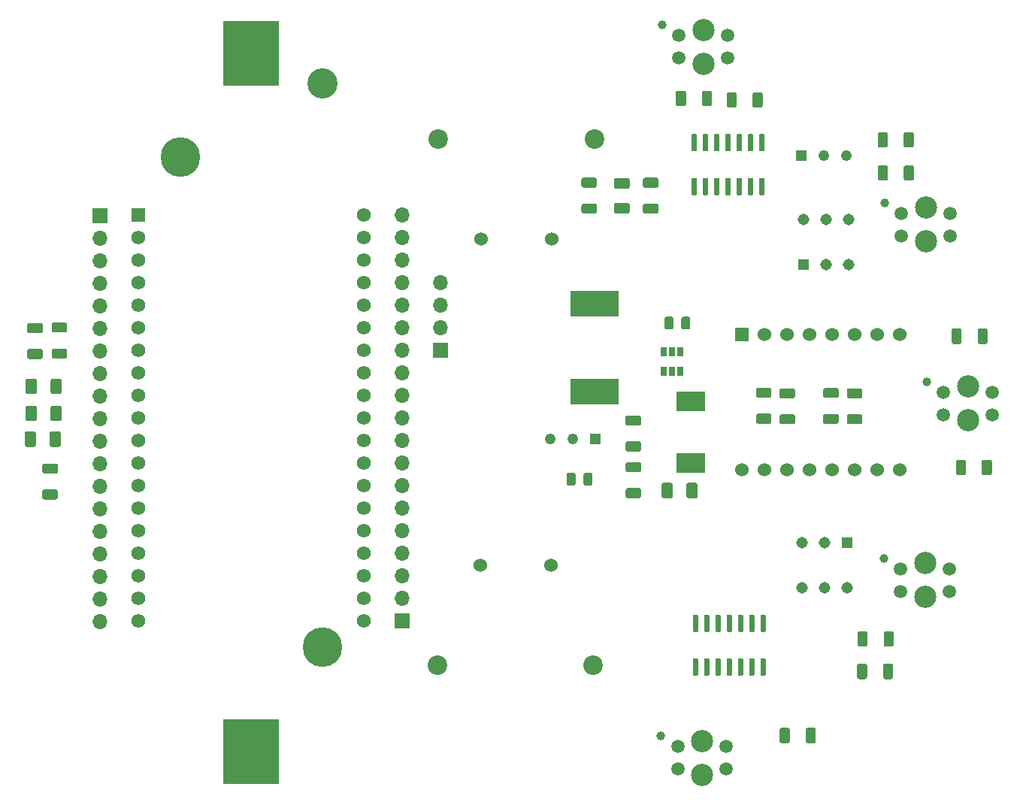
<source format=gts>
%TF.GenerationSoftware,KiCad,Pcbnew,5.1.5+dfsg1-2build2*%
%TF.CreationDate,2021-11-18T22:09:55+05:30*%
%TF.ProjectId,Meshmerize,4d657368-6d65-4726-997a-652e6b696361,rev?*%
%TF.SameCoordinates,Original*%
%TF.FileFunction,Soldermask,Top*%
%TF.FilePolarity,Negative*%
%FSLAX46Y46*%
G04 Gerber Fmt 4.6, Leading zero omitted, Abs format (unit mm)*
G04 Created by KiCad (PCBNEW 5.1.5+dfsg1-2build2) date 2021-11-18 22:09:55*
%MOMM*%
%LPD*%
G04 APERTURE LIST*
%ADD10C,1.218000*%
%ADD11R,1.218000X1.218000*%
%ADD12C,1.560000*%
%ADD13R,1.560000X1.560000*%
%ADD14C,0.100000*%
%ADD15R,1.308000X1.308000*%
%ADD16C,1.308000*%
%ADD17R,3.180000X2.250000*%
%ADD18C,1.524000*%
%ADD19C,2.500000*%
%ADD20C,1.000000*%
%ADD21C,1.500000*%
%ADD22R,1.524000X1.524000*%
%ADD23C,3.406000*%
%ADD24C,4.466000*%
%ADD25R,6.350000X7.350000*%
%ADD26R,0.650000X1.060000*%
%ADD27C,2.200000*%
%ADD28O,1.700000X1.700000*%
%ADD29R,1.700000X1.700000*%
%ADD30R,5.400000X2.900000*%
G04 APERTURE END LIST*
D10*
%TO.C,RV2*%
X188239400Y-63601600D03*
X185699400Y-63601600D03*
D11*
X183159400Y-63601600D03*
%TD*%
D12*
%TO.C,U2*%
X133893560Y-116028400D03*
X133893560Y-113488400D03*
X133893560Y-110948400D03*
X133893560Y-108408400D03*
X133893560Y-105868400D03*
X133893560Y-103328400D03*
X133893560Y-100788400D03*
X133893560Y-98248400D03*
X133893560Y-95708400D03*
X133893560Y-93168400D03*
X133893560Y-90628400D03*
X133893560Y-88088400D03*
X133893560Y-85548400D03*
X133893560Y-83008400D03*
X133893560Y-80468400D03*
X133893560Y-77928400D03*
X133893560Y-75388400D03*
X133893560Y-72848400D03*
X133893560Y-70308400D03*
X108493560Y-113488400D03*
X108493560Y-110948400D03*
X108493560Y-108408400D03*
X108493560Y-105868400D03*
X108493560Y-103328400D03*
X108493560Y-100788400D03*
X108493560Y-98248400D03*
X108493560Y-95708400D03*
X108493560Y-93168400D03*
X108493560Y-90628400D03*
X108493560Y-88088400D03*
X108493560Y-85548400D03*
X108493560Y-83008400D03*
X108493560Y-80468400D03*
X108493560Y-77928400D03*
X108493560Y-75388400D03*
X108493560Y-116028400D03*
X108493560Y-72848400D03*
D13*
X108493560Y-70308400D03*
%TD*%
D14*
%TO.C,R15*%
G36*
X100268307Y-85368904D02*
G01*
X100292575Y-85372504D01*
X100316373Y-85378465D01*
X100339473Y-85386730D01*
X100361651Y-85397219D01*
X100382694Y-85409832D01*
X100402399Y-85424447D01*
X100420578Y-85440922D01*
X100437053Y-85459101D01*
X100451668Y-85478806D01*
X100464281Y-85499849D01*
X100474770Y-85522027D01*
X100483035Y-85545127D01*
X100488996Y-85568925D01*
X100492596Y-85593193D01*
X100493800Y-85617697D01*
X100493800Y-86242703D01*
X100492596Y-86267207D01*
X100488996Y-86291475D01*
X100483035Y-86315273D01*
X100474770Y-86338373D01*
X100464281Y-86360551D01*
X100451668Y-86381594D01*
X100437053Y-86401299D01*
X100420578Y-86419478D01*
X100402399Y-86435953D01*
X100382694Y-86450568D01*
X100361651Y-86463181D01*
X100339473Y-86473670D01*
X100316373Y-86481935D01*
X100292575Y-86487896D01*
X100268307Y-86491496D01*
X100243803Y-86492700D01*
X98993797Y-86492700D01*
X98969293Y-86491496D01*
X98945025Y-86487896D01*
X98921227Y-86481935D01*
X98898127Y-86473670D01*
X98875949Y-86463181D01*
X98854906Y-86450568D01*
X98835201Y-86435953D01*
X98817022Y-86419478D01*
X98800547Y-86401299D01*
X98785932Y-86381594D01*
X98773319Y-86360551D01*
X98762830Y-86338373D01*
X98754565Y-86315273D01*
X98748604Y-86291475D01*
X98745004Y-86267207D01*
X98743800Y-86242703D01*
X98743800Y-85617697D01*
X98745004Y-85593193D01*
X98748604Y-85568925D01*
X98754565Y-85545127D01*
X98762830Y-85522027D01*
X98773319Y-85499849D01*
X98785932Y-85478806D01*
X98800547Y-85459101D01*
X98817022Y-85440922D01*
X98835201Y-85424447D01*
X98854906Y-85409832D01*
X98875949Y-85397219D01*
X98898127Y-85386730D01*
X98921227Y-85378465D01*
X98945025Y-85372504D01*
X98969293Y-85368904D01*
X98993797Y-85367700D01*
X100243803Y-85367700D01*
X100268307Y-85368904D01*
G37*
G36*
X100268307Y-82443904D02*
G01*
X100292575Y-82447504D01*
X100316373Y-82453465D01*
X100339473Y-82461730D01*
X100361651Y-82472219D01*
X100382694Y-82484832D01*
X100402399Y-82499447D01*
X100420578Y-82515922D01*
X100437053Y-82534101D01*
X100451668Y-82553806D01*
X100464281Y-82574849D01*
X100474770Y-82597027D01*
X100483035Y-82620127D01*
X100488996Y-82643925D01*
X100492596Y-82668193D01*
X100493800Y-82692697D01*
X100493800Y-83317703D01*
X100492596Y-83342207D01*
X100488996Y-83366475D01*
X100483035Y-83390273D01*
X100474770Y-83413373D01*
X100464281Y-83435551D01*
X100451668Y-83456594D01*
X100437053Y-83476299D01*
X100420578Y-83494478D01*
X100402399Y-83510953D01*
X100382694Y-83525568D01*
X100361651Y-83538181D01*
X100339473Y-83548670D01*
X100316373Y-83556935D01*
X100292575Y-83562896D01*
X100268307Y-83566496D01*
X100243803Y-83567700D01*
X98993797Y-83567700D01*
X98969293Y-83566496D01*
X98945025Y-83562896D01*
X98921227Y-83556935D01*
X98898127Y-83548670D01*
X98875949Y-83538181D01*
X98854906Y-83525568D01*
X98835201Y-83510953D01*
X98817022Y-83494478D01*
X98800547Y-83476299D01*
X98785932Y-83456594D01*
X98773319Y-83435551D01*
X98762830Y-83413373D01*
X98754565Y-83390273D01*
X98748604Y-83366475D01*
X98745004Y-83342207D01*
X98743800Y-83317703D01*
X98743800Y-82692697D01*
X98745004Y-82668193D01*
X98748604Y-82643925D01*
X98754565Y-82620127D01*
X98762830Y-82597027D01*
X98773319Y-82574849D01*
X98785932Y-82553806D01*
X98800547Y-82534101D01*
X98817022Y-82515922D01*
X98835201Y-82499447D01*
X98854906Y-82484832D01*
X98875949Y-82472219D01*
X98898127Y-82461730D01*
X98921227Y-82453465D01*
X98945025Y-82447504D01*
X98969293Y-82443904D01*
X98993797Y-82442700D01*
X100243803Y-82442700D01*
X100268307Y-82443904D01*
G37*
%TD*%
%TO.C,U1*%
G36*
X178917203Y-66143722D02*
G01*
X178931764Y-66145882D01*
X178946043Y-66149459D01*
X178959903Y-66154418D01*
X178973210Y-66160712D01*
X178985836Y-66168280D01*
X178997659Y-66177048D01*
X179008566Y-66186934D01*
X179018452Y-66197841D01*
X179027220Y-66209664D01*
X179034788Y-66222290D01*
X179041082Y-66235597D01*
X179046041Y-66249457D01*
X179049618Y-66263736D01*
X179051778Y-66278297D01*
X179052500Y-66293000D01*
X179052500Y-67943000D01*
X179051778Y-67957703D01*
X179049618Y-67972264D01*
X179046041Y-67986543D01*
X179041082Y-68000403D01*
X179034788Y-68013710D01*
X179027220Y-68026336D01*
X179018452Y-68038159D01*
X179008566Y-68049066D01*
X178997659Y-68058952D01*
X178985836Y-68067720D01*
X178973210Y-68075288D01*
X178959903Y-68081582D01*
X178946043Y-68086541D01*
X178931764Y-68090118D01*
X178917203Y-68092278D01*
X178902500Y-68093000D01*
X178602500Y-68093000D01*
X178587797Y-68092278D01*
X178573236Y-68090118D01*
X178558957Y-68086541D01*
X178545097Y-68081582D01*
X178531790Y-68075288D01*
X178519164Y-68067720D01*
X178507341Y-68058952D01*
X178496434Y-68049066D01*
X178486548Y-68038159D01*
X178477780Y-68026336D01*
X178470212Y-68013710D01*
X178463918Y-68000403D01*
X178458959Y-67986543D01*
X178455382Y-67972264D01*
X178453222Y-67957703D01*
X178452500Y-67943000D01*
X178452500Y-66293000D01*
X178453222Y-66278297D01*
X178455382Y-66263736D01*
X178458959Y-66249457D01*
X178463918Y-66235597D01*
X178470212Y-66222290D01*
X178477780Y-66209664D01*
X178486548Y-66197841D01*
X178496434Y-66186934D01*
X178507341Y-66177048D01*
X178519164Y-66168280D01*
X178531790Y-66160712D01*
X178545097Y-66154418D01*
X178558957Y-66149459D01*
X178573236Y-66145882D01*
X178587797Y-66143722D01*
X178602500Y-66143000D01*
X178902500Y-66143000D01*
X178917203Y-66143722D01*
G37*
G36*
X177647203Y-66143722D02*
G01*
X177661764Y-66145882D01*
X177676043Y-66149459D01*
X177689903Y-66154418D01*
X177703210Y-66160712D01*
X177715836Y-66168280D01*
X177727659Y-66177048D01*
X177738566Y-66186934D01*
X177748452Y-66197841D01*
X177757220Y-66209664D01*
X177764788Y-66222290D01*
X177771082Y-66235597D01*
X177776041Y-66249457D01*
X177779618Y-66263736D01*
X177781778Y-66278297D01*
X177782500Y-66293000D01*
X177782500Y-67943000D01*
X177781778Y-67957703D01*
X177779618Y-67972264D01*
X177776041Y-67986543D01*
X177771082Y-68000403D01*
X177764788Y-68013710D01*
X177757220Y-68026336D01*
X177748452Y-68038159D01*
X177738566Y-68049066D01*
X177727659Y-68058952D01*
X177715836Y-68067720D01*
X177703210Y-68075288D01*
X177689903Y-68081582D01*
X177676043Y-68086541D01*
X177661764Y-68090118D01*
X177647203Y-68092278D01*
X177632500Y-68093000D01*
X177332500Y-68093000D01*
X177317797Y-68092278D01*
X177303236Y-68090118D01*
X177288957Y-68086541D01*
X177275097Y-68081582D01*
X177261790Y-68075288D01*
X177249164Y-68067720D01*
X177237341Y-68058952D01*
X177226434Y-68049066D01*
X177216548Y-68038159D01*
X177207780Y-68026336D01*
X177200212Y-68013710D01*
X177193918Y-68000403D01*
X177188959Y-67986543D01*
X177185382Y-67972264D01*
X177183222Y-67957703D01*
X177182500Y-67943000D01*
X177182500Y-66293000D01*
X177183222Y-66278297D01*
X177185382Y-66263736D01*
X177188959Y-66249457D01*
X177193918Y-66235597D01*
X177200212Y-66222290D01*
X177207780Y-66209664D01*
X177216548Y-66197841D01*
X177226434Y-66186934D01*
X177237341Y-66177048D01*
X177249164Y-66168280D01*
X177261790Y-66160712D01*
X177275097Y-66154418D01*
X177288957Y-66149459D01*
X177303236Y-66145882D01*
X177317797Y-66143722D01*
X177332500Y-66143000D01*
X177632500Y-66143000D01*
X177647203Y-66143722D01*
G37*
G36*
X176377203Y-66143722D02*
G01*
X176391764Y-66145882D01*
X176406043Y-66149459D01*
X176419903Y-66154418D01*
X176433210Y-66160712D01*
X176445836Y-66168280D01*
X176457659Y-66177048D01*
X176468566Y-66186934D01*
X176478452Y-66197841D01*
X176487220Y-66209664D01*
X176494788Y-66222290D01*
X176501082Y-66235597D01*
X176506041Y-66249457D01*
X176509618Y-66263736D01*
X176511778Y-66278297D01*
X176512500Y-66293000D01*
X176512500Y-67943000D01*
X176511778Y-67957703D01*
X176509618Y-67972264D01*
X176506041Y-67986543D01*
X176501082Y-68000403D01*
X176494788Y-68013710D01*
X176487220Y-68026336D01*
X176478452Y-68038159D01*
X176468566Y-68049066D01*
X176457659Y-68058952D01*
X176445836Y-68067720D01*
X176433210Y-68075288D01*
X176419903Y-68081582D01*
X176406043Y-68086541D01*
X176391764Y-68090118D01*
X176377203Y-68092278D01*
X176362500Y-68093000D01*
X176062500Y-68093000D01*
X176047797Y-68092278D01*
X176033236Y-68090118D01*
X176018957Y-68086541D01*
X176005097Y-68081582D01*
X175991790Y-68075288D01*
X175979164Y-68067720D01*
X175967341Y-68058952D01*
X175956434Y-68049066D01*
X175946548Y-68038159D01*
X175937780Y-68026336D01*
X175930212Y-68013710D01*
X175923918Y-68000403D01*
X175918959Y-67986543D01*
X175915382Y-67972264D01*
X175913222Y-67957703D01*
X175912500Y-67943000D01*
X175912500Y-66293000D01*
X175913222Y-66278297D01*
X175915382Y-66263736D01*
X175918959Y-66249457D01*
X175923918Y-66235597D01*
X175930212Y-66222290D01*
X175937780Y-66209664D01*
X175946548Y-66197841D01*
X175956434Y-66186934D01*
X175967341Y-66177048D01*
X175979164Y-66168280D01*
X175991790Y-66160712D01*
X176005097Y-66154418D01*
X176018957Y-66149459D01*
X176033236Y-66145882D01*
X176047797Y-66143722D01*
X176062500Y-66143000D01*
X176362500Y-66143000D01*
X176377203Y-66143722D01*
G37*
G36*
X175107203Y-66143722D02*
G01*
X175121764Y-66145882D01*
X175136043Y-66149459D01*
X175149903Y-66154418D01*
X175163210Y-66160712D01*
X175175836Y-66168280D01*
X175187659Y-66177048D01*
X175198566Y-66186934D01*
X175208452Y-66197841D01*
X175217220Y-66209664D01*
X175224788Y-66222290D01*
X175231082Y-66235597D01*
X175236041Y-66249457D01*
X175239618Y-66263736D01*
X175241778Y-66278297D01*
X175242500Y-66293000D01*
X175242500Y-67943000D01*
X175241778Y-67957703D01*
X175239618Y-67972264D01*
X175236041Y-67986543D01*
X175231082Y-68000403D01*
X175224788Y-68013710D01*
X175217220Y-68026336D01*
X175208452Y-68038159D01*
X175198566Y-68049066D01*
X175187659Y-68058952D01*
X175175836Y-68067720D01*
X175163210Y-68075288D01*
X175149903Y-68081582D01*
X175136043Y-68086541D01*
X175121764Y-68090118D01*
X175107203Y-68092278D01*
X175092500Y-68093000D01*
X174792500Y-68093000D01*
X174777797Y-68092278D01*
X174763236Y-68090118D01*
X174748957Y-68086541D01*
X174735097Y-68081582D01*
X174721790Y-68075288D01*
X174709164Y-68067720D01*
X174697341Y-68058952D01*
X174686434Y-68049066D01*
X174676548Y-68038159D01*
X174667780Y-68026336D01*
X174660212Y-68013710D01*
X174653918Y-68000403D01*
X174648959Y-67986543D01*
X174645382Y-67972264D01*
X174643222Y-67957703D01*
X174642500Y-67943000D01*
X174642500Y-66293000D01*
X174643222Y-66278297D01*
X174645382Y-66263736D01*
X174648959Y-66249457D01*
X174653918Y-66235597D01*
X174660212Y-66222290D01*
X174667780Y-66209664D01*
X174676548Y-66197841D01*
X174686434Y-66186934D01*
X174697341Y-66177048D01*
X174709164Y-66168280D01*
X174721790Y-66160712D01*
X174735097Y-66154418D01*
X174748957Y-66149459D01*
X174763236Y-66145882D01*
X174777797Y-66143722D01*
X174792500Y-66143000D01*
X175092500Y-66143000D01*
X175107203Y-66143722D01*
G37*
G36*
X173837203Y-66143722D02*
G01*
X173851764Y-66145882D01*
X173866043Y-66149459D01*
X173879903Y-66154418D01*
X173893210Y-66160712D01*
X173905836Y-66168280D01*
X173917659Y-66177048D01*
X173928566Y-66186934D01*
X173938452Y-66197841D01*
X173947220Y-66209664D01*
X173954788Y-66222290D01*
X173961082Y-66235597D01*
X173966041Y-66249457D01*
X173969618Y-66263736D01*
X173971778Y-66278297D01*
X173972500Y-66293000D01*
X173972500Y-67943000D01*
X173971778Y-67957703D01*
X173969618Y-67972264D01*
X173966041Y-67986543D01*
X173961082Y-68000403D01*
X173954788Y-68013710D01*
X173947220Y-68026336D01*
X173938452Y-68038159D01*
X173928566Y-68049066D01*
X173917659Y-68058952D01*
X173905836Y-68067720D01*
X173893210Y-68075288D01*
X173879903Y-68081582D01*
X173866043Y-68086541D01*
X173851764Y-68090118D01*
X173837203Y-68092278D01*
X173822500Y-68093000D01*
X173522500Y-68093000D01*
X173507797Y-68092278D01*
X173493236Y-68090118D01*
X173478957Y-68086541D01*
X173465097Y-68081582D01*
X173451790Y-68075288D01*
X173439164Y-68067720D01*
X173427341Y-68058952D01*
X173416434Y-68049066D01*
X173406548Y-68038159D01*
X173397780Y-68026336D01*
X173390212Y-68013710D01*
X173383918Y-68000403D01*
X173378959Y-67986543D01*
X173375382Y-67972264D01*
X173373222Y-67957703D01*
X173372500Y-67943000D01*
X173372500Y-66293000D01*
X173373222Y-66278297D01*
X173375382Y-66263736D01*
X173378959Y-66249457D01*
X173383918Y-66235597D01*
X173390212Y-66222290D01*
X173397780Y-66209664D01*
X173406548Y-66197841D01*
X173416434Y-66186934D01*
X173427341Y-66177048D01*
X173439164Y-66168280D01*
X173451790Y-66160712D01*
X173465097Y-66154418D01*
X173478957Y-66149459D01*
X173493236Y-66145882D01*
X173507797Y-66143722D01*
X173522500Y-66143000D01*
X173822500Y-66143000D01*
X173837203Y-66143722D01*
G37*
G36*
X172567203Y-66143722D02*
G01*
X172581764Y-66145882D01*
X172596043Y-66149459D01*
X172609903Y-66154418D01*
X172623210Y-66160712D01*
X172635836Y-66168280D01*
X172647659Y-66177048D01*
X172658566Y-66186934D01*
X172668452Y-66197841D01*
X172677220Y-66209664D01*
X172684788Y-66222290D01*
X172691082Y-66235597D01*
X172696041Y-66249457D01*
X172699618Y-66263736D01*
X172701778Y-66278297D01*
X172702500Y-66293000D01*
X172702500Y-67943000D01*
X172701778Y-67957703D01*
X172699618Y-67972264D01*
X172696041Y-67986543D01*
X172691082Y-68000403D01*
X172684788Y-68013710D01*
X172677220Y-68026336D01*
X172668452Y-68038159D01*
X172658566Y-68049066D01*
X172647659Y-68058952D01*
X172635836Y-68067720D01*
X172623210Y-68075288D01*
X172609903Y-68081582D01*
X172596043Y-68086541D01*
X172581764Y-68090118D01*
X172567203Y-68092278D01*
X172552500Y-68093000D01*
X172252500Y-68093000D01*
X172237797Y-68092278D01*
X172223236Y-68090118D01*
X172208957Y-68086541D01*
X172195097Y-68081582D01*
X172181790Y-68075288D01*
X172169164Y-68067720D01*
X172157341Y-68058952D01*
X172146434Y-68049066D01*
X172136548Y-68038159D01*
X172127780Y-68026336D01*
X172120212Y-68013710D01*
X172113918Y-68000403D01*
X172108959Y-67986543D01*
X172105382Y-67972264D01*
X172103222Y-67957703D01*
X172102500Y-67943000D01*
X172102500Y-66293000D01*
X172103222Y-66278297D01*
X172105382Y-66263736D01*
X172108959Y-66249457D01*
X172113918Y-66235597D01*
X172120212Y-66222290D01*
X172127780Y-66209664D01*
X172136548Y-66197841D01*
X172146434Y-66186934D01*
X172157341Y-66177048D01*
X172169164Y-66168280D01*
X172181790Y-66160712D01*
X172195097Y-66154418D01*
X172208957Y-66149459D01*
X172223236Y-66145882D01*
X172237797Y-66143722D01*
X172252500Y-66143000D01*
X172552500Y-66143000D01*
X172567203Y-66143722D01*
G37*
G36*
X171297203Y-66143722D02*
G01*
X171311764Y-66145882D01*
X171326043Y-66149459D01*
X171339903Y-66154418D01*
X171353210Y-66160712D01*
X171365836Y-66168280D01*
X171377659Y-66177048D01*
X171388566Y-66186934D01*
X171398452Y-66197841D01*
X171407220Y-66209664D01*
X171414788Y-66222290D01*
X171421082Y-66235597D01*
X171426041Y-66249457D01*
X171429618Y-66263736D01*
X171431778Y-66278297D01*
X171432500Y-66293000D01*
X171432500Y-67943000D01*
X171431778Y-67957703D01*
X171429618Y-67972264D01*
X171426041Y-67986543D01*
X171421082Y-68000403D01*
X171414788Y-68013710D01*
X171407220Y-68026336D01*
X171398452Y-68038159D01*
X171388566Y-68049066D01*
X171377659Y-68058952D01*
X171365836Y-68067720D01*
X171353210Y-68075288D01*
X171339903Y-68081582D01*
X171326043Y-68086541D01*
X171311764Y-68090118D01*
X171297203Y-68092278D01*
X171282500Y-68093000D01*
X170982500Y-68093000D01*
X170967797Y-68092278D01*
X170953236Y-68090118D01*
X170938957Y-68086541D01*
X170925097Y-68081582D01*
X170911790Y-68075288D01*
X170899164Y-68067720D01*
X170887341Y-68058952D01*
X170876434Y-68049066D01*
X170866548Y-68038159D01*
X170857780Y-68026336D01*
X170850212Y-68013710D01*
X170843918Y-68000403D01*
X170838959Y-67986543D01*
X170835382Y-67972264D01*
X170833222Y-67957703D01*
X170832500Y-67943000D01*
X170832500Y-66293000D01*
X170833222Y-66278297D01*
X170835382Y-66263736D01*
X170838959Y-66249457D01*
X170843918Y-66235597D01*
X170850212Y-66222290D01*
X170857780Y-66209664D01*
X170866548Y-66197841D01*
X170876434Y-66186934D01*
X170887341Y-66177048D01*
X170899164Y-66168280D01*
X170911790Y-66160712D01*
X170925097Y-66154418D01*
X170938957Y-66149459D01*
X170953236Y-66145882D01*
X170967797Y-66143722D01*
X170982500Y-66143000D01*
X171282500Y-66143000D01*
X171297203Y-66143722D01*
G37*
G36*
X171297203Y-61193722D02*
G01*
X171311764Y-61195882D01*
X171326043Y-61199459D01*
X171339903Y-61204418D01*
X171353210Y-61210712D01*
X171365836Y-61218280D01*
X171377659Y-61227048D01*
X171388566Y-61236934D01*
X171398452Y-61247841D01*
X171407220Y-61259664D01*
X171414788Y-61272290D01*
X171421082Y-61285597D01*
X171426041Y-61299457D01*
X171429618Y-61313736D01*
X171431778Y-61328297D01*
X171432500Y-61343000D01*
X171432500Y-62993000D01*
X171431778Y-63007703D01*
X171429618Y-63022264D01*
X171426041Y-63036543D01*
X171421082Y-63050403D01*
X171414788Y-63063710D01*
X171407220Y-63076336D01*
X171398452Y-63088159D01*
X171388566Y-63099066D01*
X171377659Y-63108952D01*
X171365836Y-63117720D01*
X171353210Y-63125288D01*
X171339903Y-63131582D01*
X171326043Y-63136541D01*
X171311764Y-63140118D01*
X171297203Y-63142278D01*
X171282500Y-63143000D01*
X170982500Y-63143000D01*
X170967797Y-63142278D01*
X170953236Y-63140118D01*
X170938957Y-63136541D01*
X170925097Y-63131582D01*
X170911790Y-63125288D01*
X170899164Y-63117720D01*
X170887341Y-63108952D01*
X170876434Y-63099066D01*
X170866548Y-63088159D01*
X170857780Y-63076336D01*
X170850212Y-63063710D01*
X170843918Y-63050403D01*
X170838959Y-63036543D01*
X170835382Y-63022264D01*
X170833222Y-63007703D01*
X170832500Y-62993000D01*
X170832500Y-61343000D01*
X170833222Y-61328297D01*
X170835382Y-61313736D01*
X170838959Y-61299457D01*
X170843918Y-61285597D01*
X170850212Y-61272290D01*
X170857780Y-61259664D01*
X170866548Y-61247841D01*
X170876434Y-61236934D01*
X170887341Y-61227048D01*
X170899164Y-61218280D01*
X170911790Y-61210712D01*
X170925097Y-61204418D01*
X170938957Y-61199459D01*
X170953236Y-61195882D01*
X170967797Y-61193722D01*
X170982500Y-61193000D01*
X171282500Y-61193000D01*
X171297203Y-61193722D01*
G37*
G36*
X172567203Y-61193722D02*
G01*
X172581764Y-61195882D01*
X172596043Y-61199459D01*
X172609903Y-61204418D01*
X172623210Y-61210712D01*
X172635836Y-61218280D01*
X172647659Y-61227048D01*
X172658566Y-61236934D01*
X172668452Y-61247841D01*
X172677220Y-61259664D01*
X172684788Y-61272290D01*
X172691082Y-61285597D01*
X172696041Y-61299457D01*
X172699618Y-61313736D01*
X172701778Y-61328297D01*
X172702500Y-61343000D01*
X172702500Y-62993000D01*
X172701778Y-63007703D01*
X172699618Y-63022264D01*
X172696041Y-63036543D01*
X172691082Y-63050403D01*
X172684788Y-63063710D01*
X172677220Y-63076336D01*
X172668452Y-63088159D01*
X172658566Y-63099066D01*
X172647659Y-63108952D01*
X172635836Y-63117720D01*
X172623210Y-63125288D01*
X172609903Y-63131582D01*
X172596043Y-63136541D01*
X172581764Y-63140118D01*
X172567203Y-63142278D01*
X172552500Y-63143000D01*
X172252500Y-63143000D01*
X172237797Y-63142278D01*
X172223236Y-63140118D01*
X172208957Y-63136541D01*
X172195097Y-63131582D01*
X172181790Y-63125288D01*
X172169164Y-63117720D01*
X172157341Y-63108952D01*
X172146434Y-63099066D01*
X172136548Y-63088159D01*
X172127780Y-63076336D01*
X172120212Y-63063710D01*
X172113918Y-63050403D01*
X172108959Y-63036543D01*
X172105382Y-63022264D01*
X172103222Y-63007703D01*
X172102500Y-62993000D01*
X172102500Y-61343000D01*
X172103222Y-61328297D01*
X172105382Y-61313736D01*
X172108959Y-61299457D01*
X172113918Y-61285597D01*
X172120212Y-61272290D01*
X172127780Y-61259664D01*
X172136548Y-61247841D01*
X172146434Y-61236934D01*
X172157341Y-61227048D01*
X172169164Y-61218280D01*
X172181790Y-61210712D01*
X172195097Y-61204418D01*
X172208957Y-61199459D01*
X172223236Y-61195882D01*
X172237797Y-61193722D01*
X172252500Y-61193000D01*
X172552500Y-61193000D01*
X172567203Y-61193722D01*
G37*
G36*
X173837203Y-61193722D02*
G01*
X173851764Y-61195882D01*
X173866043Y-61199459D01*
X173879903Y-61204418D01*
X173893210Y-61210712D01*
X173905836Y-61218280D01*
X173917659Y-61227048D01*
X173928566Y-61236934D01*
X173938452Y-61247841D01*
X173947220Y-61259664D01*
X173954788Y-61272290D01*
X173961082Y-61285597D01*
X173966041Y-61299457D01*
X173969618Y-61313736D01*
X173971778Y-61328297D01*
X173972500Y-61343000D01*
X173972500Y-62993000D01*
X173971778Y-63007703D01*
X173969618Y-63022264D01*
X173966041Y-63036543D01*
X173961082Y-63050403D01*
X173954788Y-63063710D01*
X173947220Y-63076336D01*
X173938452Y-63088159D01*
X173928566Y-63099066D01*
X173917659Y-63108952D01*
X173905836Y-63117720D01*
X173893210Y-63125288D01*
X173879903Y-63131582D01*
X173866043Y-63136541D01*
X173851764Y-63140118D01*
X173837203Y-63142278D01*
X173822500Y-63143000D01*
X173522500Y-63143000D01*
X173507797Y-63142278D01*
X173493236Y-63140118D01*
X173478957Y-63136541D01*
X173465097Y-63131582D01*
X173451790Y-63125288D01*
X173439164Y-63117720D01*
X173427341Y-63108952D01*
X173416434Y-63099066D01*
X173406548Y-63088159D01*
X173397780Y-63076336D01*
X173390212Y-63063710D01*
X173383918Y-63050403D01*
X173378959Y-63036543D01*
X173375382Y-63022264D01*
X173373222Y-63007703D01*
X173372500Y-62993000D01*
X173372500Y-61343000D01*
X173373222Y-61328297D01*
X173375382Y-61313736D01*
X173378959Y-61299457D01*
X173383918Y-61285597D01*
X173390212Y-61272290D01*
X173397780Y-61259664D01*
X173406548Y-61247841D01*
X173416434Y-61236934D01*
X173427341Y-61227048D01*
X173439164Y-61218280D01*
X173451790Y-61210712D01*
X173465097Y-61204418D01*
X173478957Y-61199459D01*
X173493236Y-61195882D01*
X173507797Y-61193722D01*
X173522500Y-61193000D01*
X173822500Y-61193000D01*
X173837203Y-61193722D01*
G37*
G36*
X175107203Y-61193722D02*
G01*
X175121764Y-61195882D01*
X175136043Y-61199459D01*
X175149903Y-61204418D01*
X175163210Y-61210712D01*
X175175836Y-61218280D01*
X175187659Y-61227048D01*
X175198566Y-61236934D01*
X175208452Y-61247841D01*
X175217220Y-61259664D01*
X175224788Y-61272290D01*
X175231082Y-61285597D01*
X175236041Y-61299457D01*
X175239618Y-61313736D01*
X175241778Y-61328297D01*
X175242500Y-61343000D01*
X175242500Y-62993000D01*
X175241778Y-63007703D01*
X175239618Y-63022264D01*
X175236041Y-63036543D01*
X175231082Y-63050403D01*
X175224788Y-63063710D01*
X175217220Y-63076336D01*
X175208452Y-63088159D01*
X175198566Y-63099066D01*
X175187659Y-63108952D01*
X175175836Y-63117720D01*
X175163210Y-63125288D01*
X175149903Y-63131582D01*
X175136043Y-63136541D01*
X175121764Y-63140118D01*
X175107203Y-63142278D01*
X175092500Y-63143000D01*
X174792500Y-63143000D01*
X174777797Y-63142278D01*
X174763236Y-63140118D01*
X174748957Y-63136541D01*
X174735097Y-63131582D01*
X174721790Y-63125288D01*
X174709164Y-63117720D01*
X174697341Y-63108952D01*
X174686434Y-63099066D01*
X174676548Y-63088159D01*
X174667780Y-63076336D01*
X174660212Y-63063710D01*
X174653918Y-63050403D01*
X174648959Y-63036543D01*
X174645382Y-63022264D01*
X174643222Y-63007703D01*
X174642500Y-62993000D01*
X174642500Y-61343000D01*
X174643222Y-61328297D01*
X174645382Y-61313736D01*
X174648959Y-61299457D01*
X174653918Y-61285597D01*
X174660212Y-61272290D01*
X174667780Y-61259664D01*
X174676548Y-61247841D01*
X174686434Y-61236934D01*
X174697341Y-61227048D01*
X174709164Y-61218280D01*
X174721790Y-61210712D01*
X174735097Y-61204418D01*
X174748957Y-61199459D01*
X174763236Y-61195882D01*
X174777797Y-61193722D01*
X174792500Y-61193000D01*
X175092500Y-61193000D01*
X175107203Y-61193722D01*
G37*
G36*
X176377203Y-61193722D02*
G01*
X176391764Y-61195882D01*
X176406043Y-61199459D01*
X176419903Y-61204418D01*
X176433210Y-61210712D01*
X176445836Y-61218280D01*
X176457659Y-61227048D01*
X176468566Y-61236934D01*
X176478452Y-61247841D01*
X176487220Y-61259664D01*
X176494788Y-61272290D01*
X176501082Y-61285597D01*
X176506041Y-61299457D01*
X176509618Y-61313736D01*
X176511778Y-61328297D01*
X176512500Y-61343000D01*
X176512500Y-62993000D01*
X176511778Y-63007703D01*
X176509618Y-63022264D01*
X176506041Y-63036543D01*
X176501082Y-63050403D01*
X176494788Y-63063710D01*
X176487220Y-63076336D01*
X176478452Y-63088159D01*
X176468566Y-63099066D01*
X176457659Y-63108952D01*
X176445836Y-63117720D01*
X176433210Y-63125288D01*
X176419903Y-63131582D01*
X176406043Y-63136541D01*
X176391764Y-63140118D01*
X176377203Y-63142278D01*
X176362500Y-63143000D01*
X176062500Y-63143000D01*
X176047797Y-63142278D01*
X176033236Y-63140118D01*
X176018957Y-63136541D01*
X176005097Y-63131582D01*
X175991790Y-63125288D01*
X175979164Y-63117720D01*
X175967341Y-63108952D01*
X175956434Y-63099066D01*
X175946548Y-63088159D01*
X175937780Y-63076336D01*
X175930212Y-63063710D01*
X175923918Y-63050403D01*
X175918959Y-63036543D01*
X175915382Y-63022264D01*
X175913222Y-63007703D01*
X175912500Y-62993000D01*
X175912500Y-61343000D01*
X175913222Y-61328297D01*
X175915382Y-61313736D01*
X175918959Y-61299457D01*
X175923918Y-61285597D01*
X175930212Y-61272290D01*
X175937780Y-61259664D01*
X175946548Y-61247841D01*
X175956434Y-61236934D01*
X175967341Y-61227048D01*
X175979164Y-61218280D01*
X175991790Y-61210712D01*
X176005097Y-61204418D01*
X176018957Y-61199459D01*
X176033236Y-61195882D01*
X176047797Y-61193722D01*
X176062500Y-61193000D01*
X176362500Y-61193000D01*
X176377203Y-61193722D01*
G37*
G36*
X177647203Y-61193722D02*
G01*
X177661764Y-61195882D01*
X177676043Y-61199459D01*
X177689903Y-61204418D01*
X177703210Y-61210712D01*
X177715836Y-61218280D01*
X177727659Y-61227048D01*
X177738566Y-61236934D01*
X177748452Y-61247841D01*
X177757220Y-61259664D01*
X177764788Y-61272290D01*
X177771082Y-61285597D01*
X177776041Y-61299457D01*
X177779618Y-61313736D01*
X177781778Y-61328297D01*
X177782500Y-61343000D01*
X177782500Y-62993000D01*
X177781778Y-63007703D01*
X177779618Y-63022264D01*
X177776041Y-63036543D01*
X177771082Y-63050403D01*
X177764788Y-63063710D01*
X177757220Y-63076336D01*
X177748452Y-63088159D01*
X177738566Y-63099066D01*
X177727659Y-63108952D01*
X177715836Y-63117720D01*
X177703210Y-63125288D01*
X177689903Y-63131582D01*
X177676043Y-63136541D01*
X177661764Y-63140118D01*
X177647203Y-63142278D01*
X177632500Y-63143000D01*
X177332500Y-63143000D01*
X177317797Y-63142278D01*
X177303236Y-63140118D01*
X177288957Y-63136541D01*
X177275097Y-63131582D01*
X177261790Y-63125288D01*
X177249164Y-63117720D01*
X177237341Y-63108952D01*
X177226434Y-63099066D01*
X177216548Y-63088159D01*
X177207780Y-63076336D01*
X177200212Y-63063710D01*
X177193918Y-63050403D01*
X177188959Y-63036543D01*
X177185382Y-63022264D01*
X177183222Y-63007703D01*
X177182500Y-62993000D01*
X177182500Y-61343000D01*
X177183222Y-61328297D01*
X177185382Y-61313736D01*
X177188959Y-61299457D01*
X177193918Y-61285597D01*
X177200212Y-61272290D01*
X177207780Y-61259664D01*
X177216548Y-61247841D01*
X177226434Y-61236934D01*
X177237341Y-61227048D01*
X177249164Y-61218280D01*
X177261790Y-61210712D01*
X177275097Y-61204418D01*
X177288957Y-61199459D01*
X177303236Y-61195882D01*
X177317797Y-61193722D01*
X177332500Y-61193000D01*
X177632500Y-61193000D01*
X177647203Y-61193722D01*
G37*
G36*
X178917203Y-61193722D02*
G01*
X178931764Y-61195882D01*
X178946043Y-61199459D01*
X178959903Y-61204418D01*
X178973210Y-61210712D01*
X178985836Y-61218280D01*
X178997659Y-61227048D01*
X179008566Y-61236934D01*
X179018452Y-61247841D01*
X179027220Y-61259664D01*
X179034788Y-61272290D01*
X179041082Y-61285597D01*
X179046041Y-61299457D01*
X179049618Y-61313736D01*
X179051778Y-61328297D01*
X179052500Y-61343000D01*
X179052500Y-62993000D01*
X179051778Y-63007703D01*
X179049618Y-63022264D01*
X179046041Y-63036543D01*
X179041082Y-63050403D01*
X179034788Y-63063710D01*
X179027220Y-63076336D01*
X179018452Y-63088159D01*
X179008566Y-63099066D01*
X178997659Y-63108952D01*
X178985836Y-63117720D01*
X178973210Y-63125288D01*
X178959903Y-63131582D01*
X178946043Y-63136541D01*
X178931764Y-63140118D01*
X178917203Y-63142278D01*
X178902500Y-63143000D01*
X178602500Y-63143000D01*
X178587797Y-63142278D01*
X178573236Y-63140118D01*
X178558957Y-63136541D01*
X178545097Y-63131582D01*
X178531790Y-63125288D01*
X178519164Y-63117720D01*
X178507341Y-63108952D01*
X178496434Y-63099066D01*
X178486548Y-63088159D01*
X178477780Y-63076336D01*
X178470212Y-63063710D01*
X178463918Y-63050403D01*
X178458959Y-63036543D01*
X178455382Y-63022264D01*
X178453222Y-63007703D01*
X178452500Y-62993000D01*
X178452500Y-61343000D01*
X178453222Y-61328297D01*
X178455382Y-61313736D01*
X178458959Y-61299457D01*
X178463918Y-61285597D01*
X178470212Y-61272290D01*
X178477780Y-61259664D01*
X178486548Y-61247841D01*
X178496434Y-61236934D01*
X178507341Y-61227048D01*
X178519164Y-61218280D01*
X178531790Y-61210712D01*
X178545097Y-61204418D01*
X178558957Y-61199459D01*
X178573236Y-61195882D01*
X178587797Y-61193722D01*
X178602500Y-61193000D01*
X178902500Y-61193000D01*
X178917203Y-61193722D01*
G37*
%TD*%
D15*
%TO.C,S2*%
X188328300Y-107226100D03*
D16*
X185788300Y-107226100D03*
X183248300Y-107226100D03*
X188328300Y-112306100D03*
X185788300Y-112306100D03*
X183248300Y-112306100D03*
%TD*%
D17*
%TO.C,D6*%
X170776900Y-98247800D03*
X170776900Y-91337800D03*
%TD*%
D14*
%TO.C,R6*%
G36*
X179605207Y-92709504D02*
G01*
X179629475Y-92713104D01*
X179653273Y-92719065D01*
X179676373Y-92727330D01*
X179698551Y-92737819D01*
X179719594Y-92750432D01*
X179739299Y-92765047D01*
X179757478Y-92781522D01*
X179773953Y-92799701D01*
X179788568Y-92819406D01*
X179801181Y-92840449D01*
X179811670Y-92862627D01*
X179819935Y-92885727D01*
X179825896Y-92909525D01*
X179829496Y-92933793D01*
X179830700Y-92958297D01*
X179830700Y-93583303D01*
X179829496Y-93607807D01*
X179825896Y-93632075D01*
X179819935Y-93655873D01*
X179811670Y-93678973D01*
X179801181Y-93701151D01*
X179788568Y-93722194D01*
X179773953Y-93741899D01*
X179757478Y-93760078D01*
X179739299Y-93776553D01*
X179719594Y-93791168D01*
X179698551Y-93803781D01*
X179676373Y-93814270D01*
X179653273Y-93822535D01*
X179629475Y-93828496D01*
X179605207Y-93832096D01*
X179580703Y-93833300D01*
X178330697Y-93833300D01*
X178306193Y-93832096D01*
X178281925Y-93828496D01*
X178258127Y-93822535D01*
X178235027Y-93814270D01*
X178212849Y-93803781D01*
X178191806Y-93791168D01*
X178172101Y-93776553D01*
X178153922Y-93760078D01*
X178137447Y-93741899D01*
X178122832Y-93722194D01*
X178110219Y-93701151D01*
X178099730Y-93678973D01*
X178091465Y-93655873D01*
X178085504Y-93632075D01*
X178081904Y-93607807D01*
X178080700Y-93583303D01*
X178080700Y-92958297D01*
X178081904Y-92933793D01*
X178085504Y-92909525D01*
X178091465Y-92885727D01*
X178099730Y-92862627D01*
X178110219Y-92840449D01*
X178122832Y-92819406D01*
X178137447Y-92799701D01*
X178153922Y-92781522D01*
X178172101Y-92765047D01*
X178191806Y-92750432D01*
X178212849Y-92737819D01*
X178235027Y-92727330D01*
X178258127Y-92719065D01*
X178281925Y-92713104D01*
X178306193Y-92709504D01*
X178330697Y-92708300D01*
X179580703Y-92708300D01*
X179605207Y-92709504D01*
G37*
G36*
X179605207Y-89784504D02*
G01*
X179629475Y-89788104D01*
X179653273Y-89794065D01*
X179676373Y-89802330D01*
X179698551Y-89812819D01*
X179719594Y-89825432D01*
X179739299Y-89840047D01*
X179757478Y-89856522D01*
X179773953Y-89874701D01*
X179788568Y-89894406D01*
X179801181Y-89915449D01*
X179811670Y-89937627D01*
X179819935Y-89960727D01*
X179825896Y-89984525D01*
X179829496Y-90008793D01*
X179830700Y-90033297D01*
X179830700Y-90658303D01*
X179829496Y-90682807D01*
X179825896Y-90707075D01*
X179819935Y-90730873D01*
X179811670Y-90753973D01*
X179801181Y-90776151D01*
X179788568Y-90797194D01*
X179773953Y-90816899D01*
X179757478Y-90835078D01*
X179739299Y-90851553D01*
X179719594Y-90866168D01*
X179698551Y-90878781D01*
X179676373Y-90889270D01*
X179653273Y-90897535D01*
X179629475Y-90903496D01*
X179605207Y-90907096D01*
X179580703Y-90908300D01*
X178330697Y-90908300D01*
X178306193Y-90907096D01*
X178281925Y-90903496D01*
X178258127Y-90897535D01*
X178235027Y-90889270D01*
X178212849Y-90878781D01*
X178191806Y-90866168D01*
X178172101Y-90851553D01*
X178153922Y-90835078D01*
X178137447Y-90816899D01*
X178122832Y-90797194D01*
X178110219Y-90776151D01*
X178099730Y-90753973D01*
X178091465Y-90730873D01*
X178085504Y-90707075D01*
X178081904Y-90682807D01*
X178080700Y-90658303D01*
X178080700Y-90033297D01*
X178081904Y-90008793D01*
X178085504Y-89984525D01*
X178091465Y-89960727D01*
X178099730Y-89937627D01*
X178110219Y-89915449D01*
X178122832Y-89894406D01*
X178137447Y-89874701D01*
X178153922Y-89856522D01*
X178172101Y-89840047D01*
X178191806Y-89825432D01*
X178212849Y-89812819D01*
X178235027Y-89802330D01*
X178258127Y-89794065D01*
X178281925Y-89788104D01*
X178306193Y-89784504D01*
X178330697Y-89783300D01*
X179580703Y-89783300D01*
X179605207Y-89784504D01*
G37*
%TD*%
%TO.C,U9*%
G36*
X171424203Y-115333822D02*
G01*
X171438764Y-115335982D01*
X171453043Y-115339559D01*
X171466903Y-115344518D01*
X171480210Y-115350812D01*
X171492836Y-115358380D01*
X171504659Y-115367148D01*
X171515566Y-115377034D01*
X171525452Y-115387941D01*
X171534220Y-115399764D01*
X171541788Y-115412390D01*
X171548082Y-115425697D01*
X171553041Y-115439557D01*
X171556618Y-115453836D01*
X171558778Y-115468397D01*
X171559500Y-115483100D01*
X171559500Y-117133100D01*
X171558778Y-117147803D01*
X171556618Y-117162364D01*
X171553041Y-117176643D01*
X171548082Y-117190503D01*
X171541788Y-117203810D01*
X171534220Y-117216436D01*
X171525452Y-117228259D01*
X171515566Y-117239166D01*
X171504659Y-117249052D01*
X171492836Y-117257820D01*
X171480210Y-117265388D01*
X171466903Y-117271682D01*
X171453043Y-117276641D01*
X171438764Y-117280218D01*
X171424203Y-117282378D01*
X171409500Y-117283100D01*
X171109500Y-117283100D01*
X171094797Y-117282378D01*
X171080236Y-117280218D01*
X171065957Y-117276641D01*
X171052097Y-117271682D01*
X171038790Y-117265388D01*
X171026164Y-117257820D01*
X171014341Y-117249052D01*
X171003434Y-117239166D01*
X170993548Y-117228259D01*
X170984780Y-117216436D01*
X170977212Y-117203810D01*
X170970918Y-117190503D01*
X170965959Y-117176643D01*
X170962382Y-117162364D01*
X170960222Y-117147803D01*
X170959500Y-117133100D01*
X170959500Y-115483100D01*
X170960222Y-115468397D01*
X170962382Y-115453836D01*
X170965959Y-115439557D01*
X170970918Y-115425697D01*
X170977212Y-115412390D01*
X170984780Y-115399764D01*
X170993548Y-115387941D01*
X171003434Y-115377034D01*
X171014341Y-115367148D01*
X171026164Y-115358380D01*
X171038790Y-115350812D01*
X171052097Y-115344518D01*
X171065957Y-115339559D01*
X171080236Y-115335982D01*
X171094797Y-115333822D01*
X171109500Y-115333100D01*
X171409500Y-115333100D01*
X171424203Y-115333822D01*
G37*
G36*
X172694203Y-115333822D02*
G01*
X172708764Y-115335982D01*
X172723043Y-115339559D01*
X172736903Y-115344518D01*
X172750210Y-115350812D01*
X172762836Y-115358380D01*
X172774659Y-115367148D01*
X172785566Y-115377034D01*
X172795452Y-115387941D01*
X172804220Y-115399764D01*
X172811788Y-115412390D01*
X172818082Y-115425697D01*
X172823041Y-115439557D01*
X172826618Y-115453836D01*
X172828778Y-115468397D01*
X172829500Y-115483100D01*
X172829500Y-117133100D01*
X172828778Y-117147803D01*
X172826618Y-117162364D01*
X172823041Y-117176643D01*
X172818082Y-117190503D01*
X172811788Y-117203810D01*
X172804220Y-117216436D01*
X172795452Y-117228259D01*
X172785566Y-117239166D01*
X172774659Y-117249052D01*
X172762836Y-117257820D01*
X172750210Y-117265388D01*
X172736903Y-117271682D01*
X172723043Y-117276641D01*
X172708764Y-117280218D01*
X172694203Y-117282378D01*
X172679500Y-117283100D01*
X172379500Y-117283100D01*
X172364797Y-117282378D01*
X172350236Y-117280218D01*
X172335957Y-117276641D01*
X172322097Y-117271682D01*
X172308790Y-117265388D01*
X172296164Y-117257820D01*
X172284341Y-117249052D01*
X172273434Y-117239166D01*
X172263548Y-117228259D01*
X172254780Y-117216436D01*
X172247212Y-117203810D01*
X172240918Y-117190503D01*
X172235959Y-117176643D01*
X172232382Y-117162364D01*
X172230222Y-117147803D01*
X172229500Y-117133100D01*
X172229500Y-115483100D01*
X172230222Y-115468397D01*
X172232382Y-115453836D01*
X172235959Y-115439557D01*
X172240918Y-115425697D01*
X172247212Y-115412390D01*
X172254780Y-115399764D01*
X172263548Y-115387941D01*
X172273434Y-115377034D01*
X172284341Y-115367148D01*
X172296164Y-115358380D01*
X172308790Y-115350812D01*
X172322097Y-115344518D01*
X172335957Y-115339559D01*
X172350236Y-115335982D01*
X172364797Y-115333822D01*
X172379500Y-115333100D01*
X172679500Y-115333100D01*
X172694203Y-115333822D01*
G37*
G36*
X173964203Y-115333822D02*
G01*
X173978764Y-115335982D01*
X173993043Y-115339559D01*
X174006903Y-115344518D01*
X174020210Y-115350812D01*
X174032836Y-115358380D01*
X174044659Y-115367148D01*
X174055566Y-115377034D01*
X174065452Y-115387941D01*
X174074220Y-115399764D01*
X174081788Y-115412390D01*
X174088082Y-115425697D01*
X174093041Y-115439557D01*
X174096618Y-115453836D01*
X174098778Y-115468397D01*
X174099500Y-115483100D01*
X174099500Y-117133100D01*
X174098778Y-117147803D01*
X174096618Y-117162364D01*
X174093041Y-117176643D01*
X174088082Y-117190503D01*
X174081788Y-117203810D01*
X174074220Y-117216436D01*
X174065452Y-117228259D01*
X174055566Y-117239166D01*
X174044659Y-117249052D01*
X174032836Y-117257820D01*
X174020210Y-117265388D01*
X174006903Y-117271682D01*
X173993043Y-117276641D01*
X173978764Y-117280218D01*
X173964203Y-117282378D01*
X173949500Y-117283100D01*
X173649500Y-117283100D01*
X173634797Y-117282378D01*
X173620236Y-117280218D01*
X173605957Y-117276641D01*
X173592097Y-117271682D01*
X173578790Y-117265388D01*
X173566164Y-117257820D01*
X173554341Y-117249052D01*
X173543434Y-117239166D01*
X173533548Y-117228259D01*
X173524780Y-117216436D01*
X173517212Y-117203810D01*
X173510918Y-117190503D01*
X173505959Y-117176643D01*
X173502382Y-117162364D01*
X173500222Y-117147803D01*
X173499500Y-117133100D01*
X173499500Y-115483100D01*
X173500222Y-115468397D01*
X173502382Y-115453836D01*
X173505959Y-115439557D01*
X173510918Y-115425697D01*
X173517212Y-115412390D01*
X173524780Y-115399764D01*
X173533548Y-115387941D01*
X173543434Y-115377034D01*
X173554341Y-115367148D01*
X173566164Y-115358380D01*
X173578790Y-115350812D01*
X173592097Y-115344518D01*
X173605957Y-115339559D01*
X173620236Y-115335982D01*
X173634797Y-115333822D01*
X173649500Y-115333100D01*
X173949500Y-115333100D01*
X173964203Y-115333822D01*
G37*
G36*
X175234203Y-115333822D02*
G01*
X175248764Y-115335982D01*
X175263043Y-115339559D01*
X175276903Y-115344518D01*
X175290210Y-115350812D01*
X175302836Y-115358380D01*
X175314659Y-115367148D01*
X175325566Y-115377034D01*
X175335452Y-115387941D01*
X175344220Y-115399764D01*
X175351788Y-115412390D01*
X175358082Y-115425697D01*
X175363041Y-115439557D01*
X175366618Y-115453836D01*
X175368778Y-115468397D01*
X175369500Y-115483100D01*
X175369500Y-117133100D01*
X175368778Y-117147803D01*
X175366618Y-117162364D01*
X175363041Y-117176643D01*
X175358082Y-117190503D01*
X175351788Y-117203810D01*
X175344220Y-117216436D01*
X175335452Y-117228259D01*
X175325566Y-117239166D01*
X175314659Y-117249052D01*
X175302836Y-117257820D01*
X175290210Y-117265388D01*
X175276903Y-117271682D01*
X175263043Y-117276641D01*
X175248764Y-117280218D01*
X175234203Y-117282378D01*
X175219500Y-117283100D01*
X174919500Y-117283100D01*
X174904797Y-117282378D01*
X174890236Y-117280218D01*
X174875957Y-117276641D01*
X174862097Y-117271682D01*
X174848790Y-117265388D01*
X174836164Y-117257820D01*
X174824341Y-117249052D01*
X174813434Y-117239166D01*
X174803548Y-117228259D01*
X174794780Y-117216436D01*
X174787212Y-117203810D01*
X174780918Y-117190503D01*
X174775959Y-117176643D01*
X174772382Y-117162364D01*
X174770222Y-117147803D01*
X174769500Y-117133100D01*
X174769500Y-115483100D01*
X174770222Y-115468397D01*
X174772382Y-115453836D01*
X174775959Y-115439557D01*
X174780918Y-115425697D01*
X174787212Y-115412390D01*
X174794780Y-115399764D01*
X174803548Y-115387941D01*
X174813434Y-115377034D01*
X174824341Y-115367148D01*
X174836164Y-115358380D01*
X174848790Y-115350812D01*
X174862097Y-115344518D01*
X174875957Y-115339559D01*
X174890236Y-115335982D01*
X174904797Y-115333822D01*
X174919500Y-115333100D01*
X175219500Y-115333100D01*
X175234203Y-115333822D01*
G37*
G36*
X176504203Y-115333822D02*
G01*
X176518764Y-115335982D01*
X176533043Y-115339559D01*
X176546903Y-115344518D01*
X176560210Y-115350812D01*
X176572836Y-115358380D01*
X176584659Y-115367148D01*
X176595566Y-115377034D01*
X176605452Y-115387941D01*
X176614220Y-115399764D01*
X176621788Y-115412390D01*
X176628082Y-115425697D01*
X176633041Y-115439557D01*
X176636618Y-115453836D01*
X176638778Y-115468397D01*
X176639500Y-115483100D01*
X176639500Y-117133100D01*
X176638778Y-117147803D01*
X176636618Y-117162364D01*
X176633041Y-117176643D01*
X176628082Y-117190503D01*
X176621788Y-117203810D01*
X176614220Y-117216436D01*
X176605452Y-117228259D01*
X176595566Y-117239166D01*
X176584659Y-117249052D01*
X176572836Y-117257820D01*
X176560210Y-117265388D01*
X176546903Y-117271682D01*
X176533043Y-117276641D01*
X176518764Y-117280218D01*
X176504203Y-117282378D01*
X176489500Y-117283100D01*
X176189500Y-117283100D01*
X176174797Y-117282378D01*
X176160236Y-117280218D01*
X176145957Y-117276641D01*
X176132097Y-117271682D01*
X176118790Y-117265388D01*
X176106164Y-117257820D01*
X176094341Y-117249052D01*
X176083434Y-117239166D01*
X176073548Y-117228259D01*
X176064780Y-117216436D01*
X176057212Y-117203810D01*
X176050918Y-117190503D01*
X176045959Y-117176643D01*
X176042382Y-117162364D01*
X176040222Y-117147803D01*
X176039500Y-117133100D01*
X176039500Y-115483100D01*
X176040222Y-115468397D01*
X176042382Y-115453836D01*
X176045959Y-115439557D01*
X176050918Y-115425697D01*
X176057212Y-115412390D01*
X176064780Y-115399764D01*
X176073548Y-115387941D01*
X176083434Y-115377034D01*
X176094341Y-115367148D01*
X176106164Y-115358380D01*
X176118790Y-115350812D01*
X176132097Y-115344518D01*
X176145957Y-115339559D01*
X176160236Y-115335982D01*
X176174797Y-115333822D01*
X176189500Y-115333100D01*
X176489500Y-115333100D01*
X176504203Y-115333822D01*
G37*
G36*
X177774203Y-115333822D02*
G01*
X177788764Y-115335982D01*
X177803043Y-115339559D01*
X177816903Y-115344518D01*
X177830210Y-115350812D01*
X177842836Y-115358380D01*
X177854659Y-115367148D01*
X177865566Y-115377034D01*
X177875452Y-115387941D01*
X177884220Y-115399764D01*
X177891788Y-115412390D01*
X177898082Y-115425697D01*
X177903041Y-115439557D01*
X177906618Y-115453836D01*
X177908778Y-115468397D01*
X177909500Y-115483100D01*
X177909500Y-117133100D01*
X177908778Y-117147803D01*
X177906618Y-117162364D01*
X177903041Y-117176643D01*
X177898082Y-117190503D01*
X177891788Y-117203810D01*
X177884220Y-117216436D01*
X177875452Y-117228259D01*
X177865566Y-117239166D01*
X177854659Y-117249052D01*
X177842836Y-117257820D01*
X177830210Y-117265388D01*
X177816903Y-117271682D01*
X177803043Y-117276641D01*
X177788764Y-117280218D01*
X177774203Y-117282378D01*
X177759500Y-117283100D01*
X177459500Y-117283100D01*
X177444797Y-117282378D01*
X177430236Y-117280218D01*
X177415957Y-117276641D01*
X177402097Y-117271682D01*
X177388790Y-117265388D01*
X177376164Y-117257820D01*
X177364341Y-117249052D01*
X177353434Y-117239166D01*
X177343548Y-117228259D01*
X177334780Y-117216436D01*
X177327212Y-117203810D01*
X177320918Y-117190503D01*
X177315959Y-117176643D01*
X177312382Y-117162364D01*
X177310222Y-117147803D01*
X177309500Y-117133100D01*
X177309500Y-115483100D01*
X177310222Y-115468397D01*
X177312382Y-115453836D01*
X177315959Y-115439557D01*
X177320918Y-115425697D01*
X177327212Y-115412390D01*
X177334780Y-115399764D01*
X177343548Y-115387941D01*
X177353434Y-115377034D01*
X177364341Y-115367148D01*
X177376164Y-115358380D01*
X177388790Y-115350812D01*
X177402097Y-115344518D01*
X177415957Y-115339559D01*
X177430236Y-115335982D01*
X177444797Y-115333822D01*
X177459500Y-115333100D01*
X177759500Y-115333100D01*
X177774203Y-115333822D01*
G37*
G36*
X179044203Y-115333822D02*
G01*
X179058764Y-115335982D01*
X179073043Y-115339559D01*
X179086903Y-115344518D01*
X179100210Y-115350812D01*
X179112836Y-115358380D01*
X179124659Y-115367148D01*
X179135566Y-115377034D01*
X179145452Y-115387941D01*
X179154220Y-115399764D01*
X179161788Y-115412390D01*
X179168082Y-115425697D01*
X179173041Y-115439557D01*
X179176618Y-115453836D01*
X179178778Y-115468397D01*
X179179500Y-115483100D01*
X179179500Y-117133100D01*
X179178778Y-117147803D01*
X179176618Y-117162364D01*
X179173041Y-117176643D01*
X179168082Y-117190503D01*
X179161788Y-117203810D01*
X179154220Y-117216436D01*
X179145452Y-117228259D01*
X179135566Y-117239166D01*
X179124659Y-117249052D01*
X179112836Y-117257820D01*
X179100210Y-117265388D01*
X179086903Y-117271682D01*
X179073043Y-117276641D01*
X179058764Y-117280218D01*
X179044203Y-117282378D01*
X179029500Y-117283100D01*
X178729500Y-117283100D01*
X178714797Y-117282378D01*
X178700236Y-117280218D01*
X178685957Y-117276641D01*
X178672097Y-117271682D01*
X178658790Y-117265388D01*
X178646164Y-117257820D01*
X178634341Y-117249052D01*
X178623434Y-117239166D01*
X178613548Y-117228259D01*
X178604780Y-117216436D01*
X178597212Y-117203810D01*
X178590918Y-117190503D01*
X178585959Y-117176643D01*
X178582382Y-117162364D01*
X178580222Y-117147803D01*
X178579500Y-117133100D01*
X178579500Y-115483100D01*
X178580222Y-115468397D01*
X178582382Y-115453836D01*
X178585959Y-115439557D01*
X178590918Y-115425697D01*
X178597212Y-115412390D01*
X178604780Y-115399764D01*
X178613548Y-115387941D01*
X178623434Y-115377034D01*
X178634341Y-115367148D01*
X178646164Y-115358380D01*
X178658790Y-115350812D01*
X178672097Y-115344518D01*
X178685957Y-115339559D01*
X178700236Y-115335982D01*
X178714797Y-115333822D01*
X178729500Y-115333100D01*
X179029500Y-115333100D01*
X179044203Y-115333822D01*
G37*
G36*
X179044203Y-120283822D02*
G01*
X179058764Y-120285982D01*
X179073043Y-120289559D01*
X179086903Y-120294518D01*
X179100210Y-120300812D01*
X179112836Y-120308380D01*
X179124659Y-120317148D01*
X179135566Y-120327034D01*
X179145452Y-120337941D01*
X179154220Y-120349764D01*
X179161788Y-120362390D01*
X179168082Y-120375697D01*
X179173041Y-120389557D01*
X179176618Y-120403836D01*
X179178778Y-120418397D01*
X179179500Y-120433100D01*
X179179500Y-122083100D01*
X179178778Y-122097803D01*
X179176618Y-122112364D01*
X179173041Y-122126643D01*
X179168082Y-122140503D01*
X179161788Y-122153810D01*
X179154220Y-122166436D01*
X179145452Y-122178259D01*
X179135566Y-122189166D01*
X179124659Y-122199052D01*
X179112836Y-122207820D01*
X179100210Y-122215388D01*
X179086903Y-122221682D01*
X179073043Y-122226641D01*
X179058764Y-122230218D01*
X179044203Y-122232378D01*
X179029500Y-122233100D01*
X178729500Y-122233100D01*
X178714797Y-122232378D01*
X178700236Y-122230218D01*
X178685957Y-122226641D01*
X178672097Y-122221682D01*
X178658790Y-122215388D01*
X178646164Y-122207820D01*
X178634341Y-122199052D01*
X178623434Y-122189166D01*
X178613548Y-122178259D01*
X178604780Y-122166436D01*
X178597212Y-122153810D01*
X178590918Y-122140503D01*
X178585959Y-122126643D01*
X178582382Y-122112364D01*
X178580222Y-122097803D01*
X178579500Y-122083100D01*
X178579500Y-120433100D01*
X178580222Y-120418397D01*
X178582382Y-120403836D01*
X178585959Y-120389557D01*
X178590918Y-120375697D01*
X178597212Y-120362390D01*
X178604780Y-120349764D01*
X178613548Y-120337941D01*
X178623434Y-120327034D01*
X178634341Y-120317148D01*
X178646164Y-120308380D01*
X178658790Y-120300812D01*
X178672097Y-120294518D01*
X178685957Y-120289559D01*
X178700236Y-120285982D01*
X178714797Y-120283822D01*
X178729500Y-120283100D01*
X179029500Y-120283100D01*
X179044203Y-120283822D01*
G37*
G36*
X177774203Y-120283822D02*
G01*
X177788764Y-120285982D01*
X177803043Y-120289559D01*
X177816903Y-120294518D01*
X177830210Y-120300812D01*
X177842836Y-120308380D01*
X177854659Y-120317148D01*
X177865566Y-120327034D01*
X177875452Y-120337941D01*
X177884220Y-120349764D01*
X177891788Y-120362390D01*
X177898082Y-120375697D01*
X177903041Y-120389557D01*
X177906618Y-120403836D01*
X177908778Y-120418397D01*
X177909500Y-120433100D01*
X177909500Y-122083100D01*
X177908778Y-122097803D01*
X177906618Y-122112364D01*
X177903041Y-122126643D01*
X177898082Y-122140503D01*
X177891788Y-122153810D01*
X177884220Y-122166436D01*
X177875452Y-122178259D01*
X177865566Y-122189166D01*
X177854659Y-122199052D01*
X177842836Y-122207820D01*
X177830210Y-122215388D01*
X177816903Y-122221682D01*
X177803043Y-122226641D01*
X177788764Y-122230218D01*
X177774203Y-122232378D01*
X177759500Y-122233100D01*
X177459500Y-122233100D01*
X177444797Y-122232378D01*
X177430236Y-122230218D01*
X177415957Y-122226641D01*
X177402097Y-122221682D01*
X177388790Y-122215388D01*
X177376164Y-122207820D01*
X177364341Y-122199052D01*
X177353434Y-122189166D01*
X177343548Y-122178259D01*
X177334780Y-122166436D01*
X177327212Y-122153810D01*
X177320918Y-122140503D01*
X177315959Y-122126643D01*
X177312382Y-122112364D01*
X177310222Y-122097803D01*
X177309500Y-122083100D01*
X177309500Y-120433100D01*
X177310222Y-120418397D01*
X177312382Y-120403836D01*
X177315959Y-120389557D01*
X177320918Y-120375697D01*
X177327212Y-120362390D01*
X177334780Y-120349764D01*
X177343548Y-120337941D01*
X177353434Y-120327034D01*
X177364341Y-120317148D01*
X177376164Y-120308380D01*
X177388790Y-120300812D01*
X177402097Y-120294518D01*
X177415957Y-120289559D01*
X177430236Y-120285982D01*
X177444797Y-120283822D01*
X177459500Y-120283100D01*
X177759500Y-120283100D01*
X177774203Y-120283822D01*
G37*
G36*
X176504203Y-120283822D02*
G01*
X176518764Y-120285982D01*
X176533043Y-120289559D01*
X176546903Y-120294518D01*
X176560210Y-120300812D01*
X176572836Y-120308380D01*
X176584659Y-120317148D01*
X176595566Y-120327034D01*
X176605452Y-120337941D01*
X176614220Y-120349764D01*
X176621788Y-120362390D01*
X176628082Y-120375697D01*
X176633041Y-120389557D01*
X176636618Y-120403836D01*
X176638778Y-120418397D01*
X176639500Y-120433100D01*
X176639500Y-122083100D01*
X176638778Y-122097803D01*
X176636618Y-122112364D01*
X176633041Y-122126643D01*
X176628082Y-122140503D01*
X176621788Y-122153810D01*
X176614220Y-122166436D01*
X176605452Y-122178259D01*
X176595566Y-122189166D01*
X176584659Y-122199052D01*
X176572836Y-122207820D01*
X176560210Y-122215388D01*
X176546903Y-122221682D01*
X176533043Y-122226641D01*
X176518764Y-122230218D01*
X176504203Y-122232378D01*
X176489500Y-122233100D01*
X176189500Y-122233100D01*
X176174797Y-122232378D01*
X176160236Y-122230218D01*
X176145957Y-122226641D01*
X176132097Y-122221682D01*
X176118790Y-122215388D01*
X176106164Y-122207820D01*
X176094341Y-122199052D01*
X176083434Y-122189166D01*
X176073548Y-122178259D01*
X176064780Y-122166436D01*
X176057212Y-122153810D01*
X176050918Y-122140503D01*
X176045959Y-122126643D01*
X176042382Y-122112364D01*
X176040222Y-122097803D01*
X176039500Y-122083100D01*
X176039500Y-120433100D01*
X176040222Y-120418397D01*
X176042382Y-120403836D01*
X176045959Y-120389557D01*
X176050918Y-120375697D01*
X176057212Y-120362390D01*
X176064780Y-120349764D01*
X176073548Y-120337941D01*
X176083434Y-120327034D01*
X176094341Y-120317148D01*
X176106164Y-120308380D01*
X176118790Y-120300812D01*
X176132097Y-120294518D01*
X176145957Y-120289559D01*
X176160236Y-120285982D01*
X176174797Y-120283822D01*
X176189500Y-120283100D01*
X176489500Y-120283100D01*
X176504203Y-120283822D01*
G37*
G36*
X175234203Y-120283822D02*
G01*
X175248764Y-120285982D01*
X175263043Y-120289559D01*
X175276903Y-120294518D01*
X175290210Y-120300812D01*
X175302836Y-120308380D01*
X175314659Y-120317148D01*
X175325566Y-120327034D01*
X175335452Y-120337941D01*
X175344220Y-120349764D01*
X175351788Y-120362390D01*
X175358082Y-120375697D01*
X175363041Y-120389557D01*
X175366618Y-120403836D01*
X175368778Y-120418397D01*
X175369500Y-120433100D01*
X175369500Y-122083100D01*
X175368778Y-122097803D01*
X175366618Y-122112364D01*
X175363041Y-122126643D01*
X175358082Y-122140503D01*
X175351788Y-122153810D01*
X175344220Y-122166436D01*
X175335452Y-122178259D01*
X175325566Y-122189166D01*
X175314659Y-122199052D01*
X175302836Y-122207820D01*
X175290210Y-122215388D01*
X175276903Y-122221682D01*
X175263043Y-122226641D01*
X175248764Y-122230218D01*
X175234203Y-122232378D01*
X175219500Y-122233100D01*
X174919500Y-122233100D01*
X174904797Y-122232378D01*
X174890236Y-122230218D01*
X174875957Y-122226641D01*
X174862097Y-122221682D01*
X174848790Y-122215388D01*
X174836164Y-122207820D01*
X174824341Y-122199052D01*
X174813434Y-122189166D01*
X174803548Y-122178259D01*
X174794780Y-122166436D01*
X174787212Y-122153810D01*
X174780918Y-122140503D01*
X174775959Y-122126643D01*
X174772382Y-122112364D01*
X174770222Y-122097803D01*
X174769500Y-122083100D01*
X174769500Y-120433100D01*
X174770222Y-120418397D01*
X174772382Y-120403836D01*
X174775959Y-120389557D01*
X174780918Y-120375697D01*
X174787212Y-120362390D01*
X174794780Y-120349764D01*
X174803548Y-120337941D01*
X174813434Y-120327034D01*
X174824341Y-120317148D01*
X174836164Y-120308380D01*
X174848790Y-120300812D01*
X174862097Y-120294518D01*
X174875957Y-120289559D01*
X174890236Y-120285982D01*
X174904797Y-120283822D01*
X174919500Y-120283100D01*
X175219500Y-120283100D01*
X175234203Y-120283822D01*
G37*
G36*
X173964203Y-120283822D02*
G01*
X173978764Y-120285982D01*
X173993043Y-120289559D01*
X174006903Y-120294518D01*
X174020210Y-120300812D01*
X174032836Y-120308380D01*
X174044659Y-120317148D01*
X174055566Y-120327034D01*
X174065452Y-120337941D01*
X174074220Y-120349764D01*
X174081788Y-120362390D01*
X174088082Y-120375697D01*
X174093041Y-120389557D01*
X174096618Y-120403836D01*
X174098778Y-120418397D01*
X174099500Y-120433100D01*
X174099500Y-122083100D01*
X174098778Y-122097803D01*
X174096618Y-122112364D01*
X174093041Y-122126643D01*
X174088082Y-122140503D01*
X174081788Y-122153810D01*
X174074220Y-122166436D01*
X174065452Y-122178259D01*
X174055566Y-122189166D01*
X174044659Y-122199052D01*
X174032836Y-122207820D01*
X174020210Y-122215388D01*
X174006903Y-122221682D01*
X173993043Y-122226641D01*
X173978764Y-122230218D01*
X173964203Y-122232378D01*
X173949500Y-122233100D01*
X173649500Y-122233100D01*
X173634797Y-122232378D01*
X173620236Y-122230218D01*
X173605957Y-122226641D01*
X173592097Y-122221682D01*
X173578790Y-122215388D01*
X173566164Y-122207820D01*
X173554341Y-122199052D01*
X173543434Y-122189166D01*
X173533548Y-122178259D01*
X173524780Y-122166436D01*
X173517212Y-122153810D01*
X173510918Y-122140503D01*
X173505959Y-122126643D01*
X173502382Y-122112364D01*
X173500222Y-122097803D01*
X173499500Y-122083100D01*
X173499500Y-120433100D01*
X173500222Y-120418397D01*
X173502382Y-120403836D01*
X173505959Y-120389557D01*
X173510918Y-120375697D01*
X173517212Y-120362390D01*
X173524780Y-120349764D01*
X173533548Y-120337941D01*
X173543434Y-120327034D01*
X173554341Y-120317148D01*
X173566164Y-120308380D01*
X173578790Y-120300812D01*
X173592097Y-120294518D01*
X173605957Y-120289559D01*
X173620236Y-120285982D01*
X173634797Y-120283822D01*
X173649500Y-120283100D01*
X173949500Y-120283100D01*
X173964203Y-120283822D01*
G37*
G36*
X172694203Y-120283822D02*
G01*
X172708764Y-120285982D01*
X172723043Y-120289559D01*
X172736903Y-120294518D01*
X172750210Y-120300812D01*
X172762836Y-120308380D01*
X172774659Y-120317148D01*
X172785566Y-120327034D01*
X172795452Y-120337941D01*
X172804220Y-120349764D01*
X172811788Y-120362390D01*
X172818082Y-120375697D01*
X172823041Y-120389557D01*
X172826618Y-120403836D01*
X172828778Y-120418397D01*
X172829500Y-120433100D01*
X172829500Y-122083100D01*
X172828778Y-122097803D01*
X172826618Y-122112364D01*
X172823041Y-122126643D01*
X172818082Y-122140503D01*
X172811788Y-122153810D01*
X172804220Y-122166436D01*
X172795452Y-122178259D01*
X172785566Y-122189166D01*
X172774659Y-122199052D01*
X172762836Y-122207820D01*
X172750210Y-122215388D01*
X172736903Y-122221682D01*
X172723043Y-122226641D01*
X172708764Y-122230218D01*
X172694203Y-122232378D01*
X172679500Y-122233100D01*
X172379500Y-122233100D01*
X172364797Y-122232378D01*
X172350236Y-122230218D01*
X172335957Y-122226641D01*
X172322097Y-122221682D01*
X172308790Y-122215388D01*
X172296164Y-122207820D01*
X172284341Y-122199052D01*
X172273434Y-122189166D01*
X172263548Y-122178259D01*
X172254780Y-122166436D01*
X172247212Y-122153810D01*
X172240918Y-122140503D01*
X172235959Y-122126643D01*
X172232382Y-122112364D01*
X172230222Y-122097803D01*
X172229500Y-122083100D01*
X172229500Y-120433100D01*
X172230222Y-120418397D01*
X172232382Y-120403836D01*
X172235959Y-120389557D01*
X172240918Y-120375697D01*
X172247212Y-120362390D01*
X172254780Y-120349764D01*
X172263548Y-120337941D01*
X172273434Y-120327034D01*
X172284341Y-120317148D01*
X172296164Y-120308380D01*
X172308790Y-120300812D01*
X172322097Y-120294518D01*
X172335957Y-120289559D01*
X172350236Y-120285982D01*
X172364797Y-120283822D01*
X172379500Y-120283100D01*
X172679500Y-120283100D01*
X172694203Y-120283822D01*
G37*
G36*
X171424203Y-120283822D02*
G01*
X171438764Y-120285982D01*
X171453043Y-120289559D01*
X171466903Y-120294518D01*
X171480210Y-120300812D01*
X171492836Y-120308380D01*
X171504659Y-120317148D01*
X171515566Y-120327034D01*
X171525452Y-120337941D01*
X171534220Y-120349764D01*
X171541788Y-120362390D01*
X171548082Y-120375697D01*
X171553041Y-120389557D01*
X171556618Y-120403836D01*
X171558778Y-120418397D01*
X171559500Y-120433100D01*
X171559500Y-122083100D01*
X171558778Y-122097803D01*
X171556618Y-122112364D01*
X171553041Y-122126643D01*
X171548082Y-122140503D01*
X171541788Y-122153810D01*
X171534220Y-122166436D01*
X171525452Y-122178259D01*
X171515566Y-122189166D01*
X171504659Y-122199052D01*
X171492836Y-122207820D01*
X171480210Y-122215388D01*
X171466903Y-122221682D01*
X171453043Y-122226641D01*
X171438764Y-122230218D01*
X171424203Y-122232378D01*
X171409500Y-122233100D01*
X171109500Y-122233100D01*
X171094797Y-122232378D01*
X171080236Y-122230218D01*
X171065957Y-122226641D01*
X171052097Y-122221682D01*
X171038790Y-122215388D01*
X171026164Y-122207820D01*
X171014341Y-122199052D01*
X171003434Y-122189166D01*
X170993548Y-122178259D01*
X170984780Y-122166436D01*
X170977212Y-122153810D01*
X170970918Y-122140503D01*
X170965959Y-122126643D01*
X170962382Y-122112364D01*
X170960222Y-122097803D01*
X170959500Y-122083100D01*
X170959500Y-120433100D01*
X170960222Y-120418397D01*
X170962382Y-120403836D01*
X170965959Y-120389557D01*
X170970918Y-120375697D01*
X170977212Y-120362390D01*
X170984780Y-120349764D01*
X170993548Y-120337941D01*
X171003434Y-120327034D01*
X171014341Y-120317148D01*
X171026164Y-120308380D01*
X171038790Y-120300812D01*
X171052097Y-120294518D01*
X171065957Y-120289559D01*
X171080236Y-120285982D01*
X171094797Y-120283822D01*
X171109500Y-120283100D01*
X171409500Y-120283100D01*
X171424203Y-120283822D01*
G37*
%TD*%
D18*
%TO.C,M2*%
X154997920Y-109791220D03*
X146997920Y-109791220D03*
%TD*%
D19*
%TO.C,U8*%
X172011340Y-133372940D03*
X172011340Y-129572940D03*
D20*
X167361340Y-129022940D03*
D21*
X174761340Y-130202940D03*
X174761340Y-132742940D03*
X169261340Y-130202940D03*
X169261340Y-132742940D03*
%TD*%
D22*
%TO.C,TB1*%
X176469900Y-83810780D03*
D18*
X179009900Y-83810780D03*
X181549900Y-83810780D03*
X184089900Y-83810780D03*
X186629900Y-83810780D03*
X189169900Y-83810780D03*
X191709900Y-83810780D03*
X194249900Y-83810780D03*
X194249900Y-99050780D03*
X191709900Y-99050780D03*
X189169900Y-99050780D03*
X186629900Y-99050780D03*
X184089900Y-99050780D03*
X181549900Y-99050780D03*
X179009900Y-99050780D03*
X176469900Y-99050780D03*
%TD*%
%TO.C,M1*%
X155096980Y-72997340D03*
X147096980Y-72997340D03*
%TD*%
D23*
%TO.C,BT2*%
X129219100Y-55500780D03*
D24*
X113219100Y-63830780D03*
X129219100Y-119030780D03*
D25*
X121219100Y-52100780D03*
X121219100Y-130760780D03*
%TD*%
D15*
%TO.C,S1*%
X183413400Y-75907900D03*
D16*
X185953400Y-75907900D03*
X188493400Y-75907900D03*
X183413400Y-70827900D03*
X185953400Y-70827900D03*
X188493400Y-70827900D03*
%TD*%
D19*
%TO.C,U4*%
X197221700Y-73315580D03*
X197221700Y-69515580D03*
D20*
X192571700Y-68965580D03*
D21*
X199971700Y-70145580D03*
X199971700Y-72685580D03*
X194471700Y-70145580D03*
X194471700Y-72685580D03*
%TD*%
%TO.C,U3*%
X169408660Y-52644040D03*
X169408660Y-50104040D03*
X174908660Y-52644040D03*
X174908660Y-50104040D03*
D20*
X167508660Y-48924040D03*
D19*
X172158660Y-49474040D03*
X172158660Y-53274040D03*
%TD*%
D21*
%TO.C,U6*%
X199207940Y-92834460D03*
X199207940Y-90294460D03*
X204707940Y-92834460D03*
X204707940Y-90294460D03*
D20*
X197307940Y-89114460D03*
D19*
X201957940Y-89664460D03*
X201957940Y-93464460D03*
%TD*%
D21*
%TO.C,U7*%
X194370100Y-112715980D03*
X194370100Y-110175980D03*
X199870100Y-112715980D03*
X199870100Y-110175980D03*
D20*
X192470100Y-108995980D03*
D19*
X197120100Y-109545980D03*
X197120100Y-113345980D03*
%TD*%
D14*
%TO.C,R20*%
G36*
X164911307Y-95833704D02*
G01*
X164935575Y-95837304D01*
X164959373Y-95843265D01*
X164982473Y-95851530D01*
X165004651Y-95862019D01*
X165025694Y-95874632D01*
X165045399Y-95889247D01*
X165063578Y-95905722D01*
X165080053Y-95923901D01*
X165094668Y-95943606D01*
X165107281Y-95964649D01*
X165117770Y-95986827D01*
X165126035Y-96009927D01*
X165131996Y-96033725D01*
X165135596Y-96057993D01*
X165136800Y-96082497D01*
X165136800Y-96707503D01*
X165135596Y-96732007D01*
X165131996Y-96756275D01*
X165126035Y-96780073D01*
X165117770Y-96803173D01*
X165107281Y-96825351D01*
X165094668Y-96846394D01*
X165080053Y-96866099D01*
X165063578Y-96884278D01*
X165045399Y-96900753D01*
X165025694Y-96915368D01*
X165004651Y-96927981D01*
X164982473Y-96938470D01*
X164959373Y-96946735D01*
X164935575Y-96952696D01*
X164911307Y-96956296D01*
X164886803Y-96957500D01*
X163636797Y-96957500D01*
X163612293Y-96956296D01*
X163588025Y-96952696D01*
X163564227Y-96946735D01*
X163541127Y-96938470D01*
X163518949Y-96927981D01*
X163497906Y-96915368D01*
X163478201Y-96900753D01*
X163460022Y-96884278D01*
X163443547Y-96866099D01*
X163428932Y-96846394D01*
X163416319Y-96825351D01*
X163405830Y-96803173D01*
X163397565Y-96780073D01*
X163391604Y-96756275D01*
X163388004Y-96732007D01*
X163386800Y-96707503D01*
X163386800Y-96082497D01*
X163388004Y-96057993D01*
X163391604Y-96033725D01*
X163397565Y-96009927D01*
X163405830Y-95986827D01*
X163416319Y-95964649D01*
X163428932Y-95943606D01*
X163443547Y-95923901D01*
X163460022Y-95905722D01*
X163478201Y-95889247D01*
X163497906Y-95874632D01*
X163518949Y-95862019D01*
X163541127Y-95851530D01*
X163564227Y-95843265D01*
X163588025Y-95837304D01*
X163612293Y-95833704D01*
X163636797Y-95832500D01*
X164886803Y-95832500D01*
X164911307Y-95833704D01*
G37*
G36*
X164911307Y-92908704D02*
G01*
X164935575Y-92912304D01*
X164959373Y-92918265D01*
X164982473Y-92926530D01*
X165004651Y-92937019D01*
X165025694Y-92949632D01*
X165045399Y-92964247D01*
X165063578Y-92980722D01*
X165080053Y-92998901D01*
X165094668Y-93018606D01*
X165107281Y-93039649D01*
X165117770Y-93061827D01*
X165126035Y-93084927D01*
X165131996Y-93108725D01*
X165135596Y-93132993D01*
X165136800Y-93157497D01*
X165136800Y-93782503D01*
X165135596Y-93807007D01*
X165131996Y-93831275D01*
X165126035Y-93855073D01*
X165117770Y-93878173D01*
X165107281Y-93900351D01*
X165094668Y-93921394D01*
X165080053Y-93941099D01*
X165063578Y-93959278D01*
X165045399Y-93975753D01*
X165025694Y-93990368D01*
X165004651Y-94002981D01*
X164982473Y-94013470D01*
X164959373Y-94021735D01*
X164935575Y-94027696D01*
X164911307Y-94031296D01*
X164886803Y-94032500D01*
X163636797Y-94032500D01*
X163612293Y-94031296D01*
X163588025Y-94027696D01*
X163564227Y-94021735D01*
X163541127Y-94013470D01*
X163518949Y-94002981D01*
X163497906Y-93990368D01*
X163478201Y-93975753D01*
X163460022Y-93959278D01*
X163443547Y-93941099D01*
X163428932Y-93921394D01*
X163416319Y-93900351D01*
X163405830Y-93878173D01*
X163397565Y-93855073D01*
X163391604Y-93831275D01*
X163388004Y-93807007D01*
X163386800Y-93782503D01*
X163386800Y-93157497D01*
X163388004Y-93132993D01*
X163391604Y-93108725D01*
X163397565Y-93084927D01*
X163405830Y-93061827D01*
X163416319Y-93039649D01*
X163428932Y-93018606D01*
X163443547Y-92998901D01*
X163460022Y-92980722D01*
X163478201Y-92964247D01*
X163497906Y-92949632D01*
X163518949Y-92937019D01*
X163541127Y-92926530D01*
X163564227Y-92918265D01*
X163588025Y-92912304D01*
X163612293Y-92908704D01*
X163636797Y-92907500D01*
X164886803Y-92907500D01*
X164911307Y-92908704D01*
G37*
%TD*%
D10*
%TO.C,RV1*%
X154889200Y-95554800D03*
X157429200Y-95554800D03*
D11*
X159969200Y-95554800D03*
%TD*%
D26*
%TO.C,U5*%
X168630600Y-85768000D03*
X167680600Y-85768000D03*
X169580600Y-85768000D03*
X169580600Y-87968000D03*
X168630600Y-87968000D03*
X167680600Y-87968000D03*
%TD*%
D14*
%TO.C,D1*%
G36*
X96853004Y-91798104D02*
G01*
X96877273Y-91801704D01*
X96901071Y-91807665D01*
X96924171Y-91815930D01*
X96946349Y-91826420D01*
X96967393Y-91839033D01*
X96987098Y-91853647D01*
X97005277Y-91870123D01*
X97021753Y-91888302D01*
X97036367Y-91908007D01*
X97048980Y-91929051D01*
X97059470Y-91951229D01*
X97067735Y-91974329D01*
X97073696Y-91998127D01*
X97077296Y-92022396D01*
X97078500Y-92046900D01*
X97078500Y-93296900D01*
X97077296Y-93321404D01*
X97073696Y-93345673D01*
X97067735Y-93369471D01*
X97059470Y-93392571D01*
X97048980Y-93414749D01*
X97036367Y-93435793D01*
X97021753Y-93455498D01*
X97005277Y-93473677D01*
X96987098Y-93490153D01*
X96967393Y-93504767D01*
X96946349Y-93517380D01*
X96924171Y-93527870D01*
X96901071Y-93536135D01*
X96877273Y-93542096D01*
X96853004Y-93545696D01*
X96828500Y-93546900D01*
X96078500Y-93546900D01*
X96053996Y-93545696D01*
X96029727Y-93542096D01*
X96005929Y-93536135D01*
X95982829Y-93527870D01*
X95960651Y-93517380D01*
X95939607Y-93504767D01*
X95919902Y-93490153D01*
X95901723Y-93473677D01*
X95885247Y-93455498D01*
X95870633Y-93435793D01*
X95858020Y-93414749D01*
X95847530Y-93392571D01*
X95839265Y-93369471D01*
X95833304Y-93345673D01*
X95829704Y-93321404D01*
X95828500Y-93296900D01*
X95828500Y-92046900D01*
X95829704Y-92022396D01*
X95833304Y-91998127D01*
X95839265Y-91974329D01*
X95847530Y-91951229D01*
X95858020Y-91929051D01*
X95870633Y-91908007D01*
X95885247Y-91888302D01*
X95901723Y-91870123D01*
X95919902Y-91853647D01*
X95939607Y-91839033D01*
X95960651Y-91826420D01*
X95982829Y-91815930D01*
X96005929Y-91807665D01*
X96029727Y-91801704D01*
X96053996Y-91798104D01*
X96078500Y-91796900D01*
X96828500Y-91796900D01*
X96853004Y-91798104D01*
G37*
G36*
X99653004Y-91798104D02*
G01*
X99677273Y-91801704D01*
X99701071Y-91807665D01*
X99724171Y-91815930D01*
X99746349Y-91826420D01*
X99767393Y-91839033D01*
X99787098Y-91853647D01*
X99805277Y-91870123D01*
X99821753Y-91888302D01*
X99836367Y-91908007D01*
X99848980Y-91929051D01*
X99859470Y-91951229D01*
X99867735Y-91974329D01*
X99873696Y-91998127D01*
X99877296Y-92022396D01*
X99878500Y-92046900D01*
X99878500Y-93296900D01*
X99877296Y-93321404D01*
X99873696Y-93345673D01*
X99867735Y-93369471D01*
X99859470Y-93392571D01*
X99848980Y-93414749D01*
X99836367Y-93435793D01*
X99821753Y-93455498D01*
X99805277Y-93473677D01*
X99787098Y-93490153D01*
X99767393Y-93504767D01*
X99746349Y-93517380D01*
X99724171Y-93527870D01*
X99701071Y-93536135D01*
X99677273Y-93542096D01*
X99653004Y-93545696D01*
X99628500Y-93546900D01*
X98878500Y-93546900D01*
X98853996Y-93545696D01*
X98829727Y-93542096D01*
X98805929Y-93536135D01*
X98782829Y-93527870D01*
X98760651Y-93517380D01*
X98739607Y-93504767D01*
X98719902Y-93490153D01*
X98701723Y-93473677D01*
X98685247Y-93455498D01*
X98670633Y-93435793D01*
X98658020Y-93414749D01*
X98647530Y-93392571D01*
X98639265Y-93369471D01*
X98633304Y-93345673D01*
X98629704Y-93321404D01*
X98628500Y-93296900D01*
X98628500Y-92046900D01*
X98629704Y-92022396D01*
X98633304Y-91998127D01*
X98639265Y-91974329D01*
X98647530Y-91951229D01*
X98658020Y-91929051D01*
X98670633Y-91908007D01*
X98685247Y-91888302D01*
X98701723Y-91870123D01*
X98719902Y-91853647D01*
X98739607Y-91839033D01*
X98760651Y-91826420D01*
X98782829Y-91815930D01*
X98805929Y-91807665D01*
X98829727Y-91801704D01*
X98853996Y-91798104D01*
X98878500Y-91796900D01*
X99628500Y-91796900D01*
X99653004Y-91798104D01*
G37*
%TD*%
%TO.C,D2*%
G36*
X99551404Y-94693704D02*
G01*
X99575673Y-94697304D01*
X99599471Y-94703265D01*
X99622571Y-94711530D01*
X99644749Y-94722020D01*
X99665793Y-94734633D01*
X99685498Y-94749247D01*
X99703677Y-94765723D01*
X99720153Y-94783902D01*
X99734767Y-94803607D01*
X99747380Y-94824651D01*
X99757870Y-94846829D01*
X99766135Y-94869929D01*
X99772096Y-94893727D01*
X99775696Y-94917996D01*
X99776900Y-94942500D01*
X99776900Y-96192500D01*
X99775696Y-96217004D01*
X99772096Y-96241273D01*
X99766135Y-96265071D01*
X99757870Y-96288171D01*
X99747380Y-96310349D01*
X99734767Y-96331393D01*
X99720153Y-96351098D01*
X99703677Y-96369277D01*
X99685498Y-96385753D01*
X99665793Y-96400367D01*
X99644749Y-96412980D01*
X99622571Y-96423470D01*
X99599471Y-96431735D01*
X99575673Y-96437696D01*
X99551404Y-96441296D01*
X99526900Y-96442500D01*
X98776900Y-96442500D01*
X98752396Y-96441296D01*
X98728127Y-96437696D01*
X98704329Y-96431735D01*
X98681229Y-96423470D01*
X98659051Y-96412980D01*
X98638007Y-96400367D01*
X98618302Y-96385753D01*
X98600123Y-96369277D01*
X98583647Y-96351098D01*
X98569033Y-96331393D01*
X98556420Y-96310349D01*
X98545930Y-96288171D01*
X98537665Y-96265071D01*
X98531704Y-96241273D01*
X98528104Y-96217004D01*
X98526900Y-96192500D01*
X98526900Y-94942500D01*
X98528104Y-94917996D01*
X98531704Y-94893727D01*
X98537665Y-94869929D01*
X98545930Y-94846829D01*
X98556420Y-94824651D01*
X98569033Y-94803607D01*
X98583647Y-94783902D01*
X98600123Y-94765723D01*
X98618302Y-94749247D01*
X98638007Y-94734633D01*
X98659051Y-94722020D01*
X98681229Y-94711530D01*
X98704329Y-94703265D01*
X98728127Y-94697304D01*
X98752396Y-94693704D01*
X98776900Y-94692500D01*
X99526900Y-94692500D01*
X99551404Y-94693704D01*
G37*
G36*
X96751404Y-94693704D02*
G01*
X96775673Y-94697304D01*
X96799471Y-94703265D01*
X96822571Y-94711530D01*
X96844749Y-94722020D01*
X96865793Y-94734633D01*
X96885498Y-94749247D01*
X96903677Y-94765723D01*
X96920153Y-94783902D01*
X96934767Y-94803607D01*
X96947380Y-94824651D01*
X96957870Y-94846829D01*
X96966135Y-94869929D01*
X96972096Y-94893727D01*
X96975696Y-94917996D01*
X96976900Y-94942500D01*
X96976900Y-96192500D01*
X96975696Y-96217004D01*
X96972096Y-96241273D01*
X96966135Y-96265071D01*
X96957870Y-96288171D01*
X96947380Y-96310349D01*
X96934767Y-96331393D01*
X96920153Y-96351098D01*
X96903677Y-96369277D01*
X96885498Y-96385753D01*
X96865793Y-96400367D01*
X96844749Y-96412980D01*
X96822571Y-96423470D01*
X96799471Y-96431735D01*
X96775673Y-96437696D01*
X96751404Y-96441296D01*
X96726900Y-96442500D01*
X95976900Y-96442500D01*
X95952396Y-96441296D01*
X95928127Y-96437696D01*
X95904329Y-96431735D01*
X95881229Y-96423470D01*
X95859051Y-96412980D01*
X95838007Y-96400367D01*
X95818302Y-96385753D01*
X95800123Y-96369277D01*
X95783647Y-96351098D01*
X95769033Y-96331393D01*
X95756420Y-96310349D01*
X95745930Y-96288171D01*
X95737665Y-96265071D01*
X95731704Y-96241273D01*
X95728104Y-96217004D01*
X95726900Y-96192500D01*
X95726900Y-94942500D01*
X95728104Y-94917996D01*
X95731704Y-94893727D01*
X95737665Y-94869929D01*
X95745930Y-94846829D01*
X95756420Y-94824651D01*
X95769033Y-94803607D01*
X95783647Y-94783902D01*
X95800123Y-94765723D01*
X95818302Y-94749247D01*
X95838007Y-94734633D01*
X95859051Y-94722020D01*
X95881229Y-94711530D01*
X95904329Y-94703265D01*
X95928127Y-94697304D01*
X95952396Y-94693704D01*
X95976900Y-94692500D01*
X96726900Y-94692500D01*
X96751404Y-94693704D01*
G37*
%TD*%
%TO.C,D3*%
G36*
X96853004Y-88737404D02*
G01*
X96877273Y-88741004D01*
X96901071Y-88746965D01*
X96924171Y-88755230D01*
X96946349Y-88765720D01*
X96967393Y-88778333D01*
X96987098Y-88792947D01*
X97005277Y-88809423D01*
X97021753Y-88827602D01*
X97036367Y-88847307D01*
X97048980Y-88868351D01*
X97059470Y-88890529D01*
X97067735Y-88913629D01*
X97073696Y-88937427D01*
X97077296Y-88961696D01*
X97078500Y-88986200D01*
X97078500Y-90236200D01*
X97077296Y-90260704D01*
X97073696Y-90284973D01*
X97067735Y-90308771D01*
X97059470Y-90331871D01*
X97048980Y-90354049D01*
X97036367Y-90375093D01*
X97021753Y-90394798D01*
X97005277Y-90412977D01*
X96987098Y-90429453D01*
X96967393Y-90444067D01*
X96946349Y-90456680D01*
X96924171Y-90467170D01*
X96901071Y-90475435D01*
X96877273Y-90481396D01*
X96853004Y-90484996D01*
X96828500Y-90486200D01*
X96078500Y-90486200D01*
X96053996Y-90484996D01*
X96029727Y-90481396D01*
X96005929Y-90475435D01*
X95982829Y-90467170D01*
X95960651Y-90456680D01*
X95939607Y-90444067D01*
X95919902Y-90429453D01*
X95901723Y-90412977D01*
X95885247Y-90394798D01*
X95870633Y-90375093D01*
X95858020Y-90354049D01*
X95847530Y-90331871D01*
X95839265Y-90308771D01*
X95833304Y-90284973D01*
X95829704Y-90260704D01*
X95828500Y-90236200D01*
X95828500Y-88986200D01*
X95829704Y-88961696D01*
X95833304Y-88937427D01*
X95839265Y-88913629D01*
X95847530Y-88890529D01*
X95858020Y-88868351D01*
X95870633Y-88847307D01*
X95885247Y-88827602D01*
X95901723Y-88809423D01*
X95919902Y-88792947D01*
X95939607Y-88778333D01*
X95960651Y-88765720D01*
X95982829Y-88755230D01*
X96005929Y-88746965D01*
X96029727Y-88741004D01*
X96053996Y-88737404D01*
X96078500Y-88736200D01*
X96828500Y-88736200D01*
X96853004Y-88737404D01*
G37*
G36*
X99653004Y-88737404D02*
G01*
X99677273Y-88741004D01*
X99701071Y-88746965D01*
X99724171Y-88755230D01*
X99746349Y-88765720D01*
X99767393Y-88778333D01*
X99787098Y-88792947D01*
X99805277Y-88809423D01*
X99821753Y-88827602D01*
X99836367Y-88847307D01*
X99848980Y-88868351D01*
X99859470Y-88890529D01*
X99867735Y-88913629D01*
X99873696Y-88937427D01*
X99877296Y-88961696D01*
X99878500Y-88986200D01*
X99878500Y-90236200D01*
X99877296Y-90260704D01*
X99873696Y-90284973D01*
X99867735Y-90308771D01*
X99859470Y-90331871D01*
X99848980Y-90354049D01*
X99836367Y-90375093D01*
X99821753Y-90394798D01*
X99805277Y-90412977D01*
X99787098Y-90429453D01*
X99767393Y-90444067D01*
X99746349Y-90456680D01*
X99724171Y-90467170D01*
X99701071Y-90475435D01*
X99677273Y-90481396D01*
X99653004Y-90484996D01*
X99628500Y-90486200D01*
X98878500Y-90486200D01*
X98853996Y-90484996D01*
X98829727Y-90481396D01*
X98805929Y-90475435D01*
X98782829Y-90467170D01*
X98760651Y-90456680D01*
X98739607Y-90444067D01*
X98719902Y-90429453D01*
X98701723Y-90412977D01*
X98685247Y-90394798D01*
X98670633Y-90375093D01*
X98658020Y-90354049D01*
X98647530Y-90331871D01*
X98639265Y-90308771D01*
X98633304Y-90284973D01*
X98629704Y-90260704D01*
X98628500Y-90236200D01*
X98628500Y-88986200D01*
X98629704Y-88961696D01*
X98633304Y-88937427D01*
X98639265Y-88913629D01*
X98647530Y-88890529D01*
X98658020Y-88868351D01*
X98670633Y-88847307D01*
X98685247Y-88827602D01*
X98701723Y-88809423D01*
X98719902Y-88792947D01*
X98739607Y-88778333D01*
X98760651Y-88765720D01*
X98782829Y-88755230D01*
X98805929Y-88746965D01*
X98829727Y-88741004D01*
X98853996Y-88737404D01*
X98878500Y-88736200D01*
X99628500Y-88736200D01*
X99653004Y-88737404D01*
G37*
%TD*%
%TO.C,D4*%
G36*
X168481004Y-100484904D02*
G01*
X168505273Y-100488504D01*
X168529071Y-100494465D01*
X168552171Y-100502730D01*
X168574349Y-100513220D01*
X168595393Y-100525833D01*
X168615098Y-100540447D01*
X168633277Y-100556923D01*
X168649753Y-100575102D01*
X168664367Y-100594807D01*
X168676980Y-100615851D01*
X168687470Y-100638029D01*
X168695735Y-100661129D01*
X168701696Y-100684927D01*
X168705296Y-100709196D01*
X168706500Y-100733700D01*
X168706500Y-101983700D01*
X168705296Y-102008204D01*
X168701696Y-102032473D01*
X168695735Y-102056271D01*
X168687470Y-102079371D01*
X168676980Y-102101549D01*
X168664367Y-102122593D01*
X168649753Y-102142298D01*
X168633277Y-102160477D01*
X168615098Y-102176953D01*
X168595393Y-102191567D01*
X168574349Y-102204180D01*
X168552171Y-102214670D01*
X168529071Y-102222935D01*
X168505273Y-102228896D01*
X168481004Y-102232496D01*
X168456500Y-102233700D01*
X167706500Y-102233700D01*
X167681996Y-102232496D01*
X167657727Y-102228896D01*
X167633929Y-102222935D01*
X167610829Y-102214670D01*
X167588651Y-102204180D01*
X167567607Y-102191567D01*
X167547902Y-102176953D01*
X167529723Y-102160477D01*
X167513247Y-102142298D01*
X167498633Y-102122593D01*
X167486020Y-102101549D01*
X167475530Y-102079371D01*
X167467265Y-102056271D01*
X167461304Y-102032473D01*
X167457704Y-102008204D01*
X167456500Y-101983700D01*
X167456500Y-100733700D01*
X167457704Y-100709196D01*
X167461304Y-100684927D01*
X167467265Y-100661129D01*
X167475530Y-100638029D01*
X167486020Y-100615851D01*
X167498633Y-100594807D01*
X167513247Y-100575102D01*
X167529723Y-100556923D01*
X167547902Y-100540447D01*
X167567607Y-100525833D01*
X167588651Y-100513220D01*
X167610829Y-100502730D01*
X167633929Y-100494465D01*
X167657727Y-100488504D01*
X167681996Y-100484904D01*
X167706500Y-100483700D01*
X168456500Y-100483700D01*
X168481004Y-100484904D01*
G37*
G36*
X171281004Y-100484904D02*
G01*
X171305273Y-100488504D01*
X171329071Y-100494465D01*
X171352171Y-100502730D01*
X171374349Y-100513220D01*
X171395393Y-100525833D01*
X171415098Y-100540447D01*
X171433277Y-100556923D01*
X171449753Y-100575102D01*
X171464367Y-100594807D01*
X171476980Y-100615851D01*
X171487470Y-100638029D01*
X171495735Y-100661129D01*
X171501696Y-100684927D01*
X171505296Y-100709196D01*
X171506500Y-100733700D01*
X171506500Y-101983700D01*
X171505296Y-102008204D01*
X171501696Y-102032473D01*
X171495735Y-102056271D01*
X171487470Y-102079371D01*
X171476980Y-102101549D01*
X171464367Y-102122593D01*
X171449753Y-102142298D01*
X171433277Y-102160477D01*
X171415098Y-102176953D01*
X171395393Y-102191567D01*
X171374349Y-102204180D01*
X171352171Y-102214670D01*
X171329071Y-102222935D01*
X171305273Y-102228896D01*
X171281004Y-102232496D01*
X171256500Y-102233700D01*
X170506500Y-102233700D01*
X170481996Y-102232496D01*
X170457727Y-102228896D01*
X170433929Y-102222935D01*
X170410829Y-102214670D01*
X170388651Y-102204180D01*
X170367607Y-102191567D01*
X170347902Y-102176953D01*
X170329723Y-102160477D01*
X170313247Y-102142298D01*
X170298633Y-102122593D01*
X170286020Y-102101549D01*
X170275530Y-102079371D01*
X170267265Y-102056271D01*
X170261304Y-102032473D01*
X170257704Y-102008204D01*
X170256500Y-101983700D01*
X170256500Y-100733700D01*
X170257704Y-100709196D01*
X170261304Y-100684927D01*
X170267265Y-100661129D01*
X170275530Y-100638029D01*
X170286020Y-100615851D01*
X170298633Y-100594807D01*
X170313247Y-100575102D01*
X170329723Y-100556923D01*
X170347902Y-100540447D01*
X170367607Y-100525833D01*
X170388651Y-100513220D01*
X170410829Y-100502730D01*
X170433929Y-100494465D01*
X170457727Y-100488504D01*
X170481996Y-100484904D01*
X170506500Y-100483700D01*
X171256500Y-100483700D01*
X171281004Y-100484904D01*
G37*
%TD*%
%TO.C,D5*%
G36*
X163615904Y-66137104D02*
G01*
X163640173Y-66140704D01*
X163663971Y-66146665D01*
X163687071Y-66154930D01*
X163709249Y-66165420D01*
X163730293Y-66178033D01*
X163749998Y-66192647D01*
X163768177Y-66209123D01*
X163784653Y-66227302D01*
X163799267Y-66247007D01*
X163811880Y-66268051D01*
X163822370Y-66290229D01*
X163830635Y-66313329D01*
X163836596Y-66337127D01*
X163840196Y-66361396D01*
X163841400Y-66385900D01*
X163841400Y-67135900D01*
X163840196Y-67160404D01*
X163836596Y-67184673D01*
X163830635Y-67208471D01*
X163822370Y-67231571D01*
X163811880Y-67253749D01*
X163799267Y-67274793D01*
X163784653Y-67294498D01*
X163768177Y-67312677D01*
X163749998Y-67329153D01*
X163730293Y-67343767D01*
X163709249Y-67356380D01*
X163687071Y-67366870D01*
X163663971Y-67375135D01*
X163640173Y-67381096D01*
X163615904Y-67384696D01*
X163591400Y-67385900D01*
X162341400Y-67385900D01*
X162316896Y-67384696D01*
X162292627Y-67381096D01*
X162268829Y-67375135D01*
X162245729Y-67366870D01*
X162223551Y-67356380D01*
X162202507Y-67343767D01*
X162182802Y-67329153D01*
X162164623Y-67312677D01*
X162148147Y-67294498D01*
X162133533Y-67274793D01*
X162120920Y-67253749D01*
X162110430Y-67231571D01*
X162102165Y-67208471D01*
X162096204Y-67184673D01*
X162092604Y-67160404D01*
X162091400Y-67135900D01*
X162091400Y-66385900D01*
X162092604Y-66361396D01*
X162096204Y-66337127D01*
X162102165Y-66313329D01*
X162110430Y-66290229D01*
X162120920Y-66268051D01*
X162133533Y-66247007D01*
X162148147Y-66227302D01*
X162164623Y-66209123D01*
X162182802Y-66192647D01*
X162202507Y-66178033D01*
X162223551Y-66165420D01*
X162245729Y-66154930D01*
X162268829Y-66146665D01*
X162292627Y-66140704D01*
X162316896Y-66137104D01*
X162341400Y-66135900D01*
X163591400Y-66135900D01*
X163615904Y-66137104D01*
G37*
G36*
X163615904Y-68937104D02*
G01*
X163640173Y-68940704D01*
X163663971Y-68946665D01*
X163687071Y-68954930D01*
X163709249Y-68965420D01*
X163730293Y-68978033D01*
X163749998Y-68992647D01*
X163768177Y-69009123D01*
X163784653Y-69027302D01*
X163799267Y-69047007D01*
X163811880Y-69068051D01*
X163822370Y-69090229D01*
X163830635Y-69113329D01*
X163836596Y-69137127D01*
X163840196Y-69161396D01*
X163841400Y-69185900D01*
X163841400Y-69935900D01*
X163840196Y-69960404D01*
X163836596Y-69984673D01*
X163830635Y-70008471D01*
X163822370Y-70031571D01*
X163811880Y-70053749D01*
X163799267Y-70074793D01*
X163784653Y-70094498D01*
X163768177Y-70112677D01*
X163749998Y-70129153D01*
X163730293Y-70143767D01*
X163709249Y-70156380D01*
X163687071Y-70166870D01*
X163663971Y-70175135D01*
X163640173Y-70181096D01*
X163615904Y-70184696D01*
X163591400Y-70185900D01*
X162341400Y-70185900D01*
X162316896Y-70184696D01*
X162292627Y-70181096D01*
X162268829Y-70175135D01*
X162245729Y-70166870D01*
X162223551Y-70156380D01*
X162202507Y-70143767D01*
X162182802Y-70129153D01*
X162164623Y-70112677D01*
X162148147Y-70094498D01*
X162133533Y-70074793D01*
X162120920Y-70053749D01*
X162110430Y-70031571D01*
X162102165Y-70008471D01*
X162096204Y-69984673D01*
X162092604Y-69960404D01*
X162091400Y-69935900D01*
X162091400Y-69185900D01*
X162092604Y-69161396D01*
X162096204Y-69137127D01*
X162102165Y-69113329D01*
X162110430Y-69090229D01*
X162120920Y-69068051D01*
X162133533Y-69047007D01*
X162148147Y-69027302D01*
X162164623Y-69009123D01*
X162182802Y-68992647D01*
X162202507Y-68978033D01*
X162223551Y-68965420D01*
X162245729Y-68954930D01*
X162268829Y-68946665D01*
X162292627Y-68940704D01*
X162316896Y-68937104D01*
X162341400Y-68935900D01*
X163591400Y-68935900D01*
X163615904Y-68937104D01*
G37*
%TD*%
%TO.C,R1*%
G36*
X178608907Y-56492104D02*
G01*
X178633175Y-56495704D01*
X178656973Y-56501665D01*
X178680073Y-56509930D01*
X178702251Y-56520419D01*
X178723294Y-56533032D01*
X178742999Y-56547647D01*
X178761178Y-56564122D01*
X178777653Y-56582301D01*
X178792268Y-56602006D01*
X178804881Y-56623049D01*
X178815370Y-56645227D01*
X178823635Y-56668327D01*
X178829596Y-56692125D01*
X178833196Y-56716393D01*
X178834400Y-56740897D01*
X178834400Y-57990903D01*
X178833196Y-58015407D01*
X178829596Y-58039675D01*
X178823635Y-58063473D01*
X178815370Y-58086573D01*
X178804881Y-58108751D01*
X178792268Y-58129794D01*
X178777653Y-58149499D01*
X178761178Y-58167678D01*
X178742999Y-58184153D01*
X178723294Y-58198768D01*
X178702251Y-58211381D01*
X178680073Y-58221870D01*
X178656973Y-58230135D01*
X178633175Y-58236096D01*
X178608907Y-58239696D01*
X178584403Y-58240900D01*
X177959397Y-58240900D01*
X177934893Y-58239696D01*
X177910625Y-58236096D01*
X177886827Y-58230135D01*
X177863727Y-58221870D01*
X177841549Y-58211381D01*
X177820506Y-58198768D01*
X177800801Y-58184153D01*
X177782622Y-58167678D01*
X177766147Y-58149499D01*
X177751532Y-58129794D01*
X177738919Y-58108751D01*
X177728430Y-58086573D01*
X177720165Y-58063473D01*
X177714204Y-58039675D01*
X177710604Y-58015407D01*
X177709400Y-57990903D01*
X177709400Y-56740897D01*
X177710604Y-56716393D01*
X177714204Y-56692125D01*
X177720165Y-56668327D01*
X177728430Y-56645227D01*
X177738919Y-56623049D01*
X177751532Y-56602006D01*
X177766147Y-56582301D01*
X177782622Y-56564122D01*
X177800801Y-56547647D01*
X177820506Y-56533032D01*
X177841549Y-56520419D01*
X177863727Y-56509930D01*
X177886827Y-56501665D01*
X177910625Y-56495704D01*
X177934893Y-56492104D01*
X177959397Y-56490900D01*
X178584403Y-56490900D01*
X178608907Y-56492104D01*
G37*
G36*
X175683907Y-56492104D02*
G01*
X175708175Y-56495704D01*
X175731973Y-56501665D01*
X175755073Y-56509930D01*
X175777251Y-56520419D01*
X175798294Y-56533032D01*
X175817999Y-56547647D01*
X175836178Y-56564122D01*
X175852653Y-56582301D01*
X175867268Y-56602006D01*
X175879881Y-56623049D01*
X175890370Y-56645227D01*
X175898635Y-56668327D01*
X175904596Y-56692125D01*
X175908196Y-56716393D01*
X175909400Y-56740897D01*
X175909400Y-57990903D01*
X175908196Y-58015407D01*
X175904596Y-58039675D01*
X175898635Y-58063473D01*
X175890370Y-58086573D01*
X175879881Y-58108751D01*
X175867268Y-58129794D01*
X175852653Y-58149499D01*
X175836178Y-58167678D01*
X175817999Y-58184153D01*
X175798294Y-58198768D01*
X175777251Y-58211381D01*
X175755073Y-58221870D01*
X175731973Y-58230135D01*
X175708175Y-58236096D01*
X175683907Y-58239696D01*
X175659403Y-58240900D01*
X175034397Y-58240900D01*
X175009893Y-58239696D01*
X174985625Y-58236096D01*
X174961827Y-58230135D01*
X174938727Y-58221870D01*
X174916549Y-58211381D01*
X174895506Y-58198768D01*
X174875801Y-58184153D01*
X174857622Y-58167678D01*
X174841147Y-58149499D01*
X174826532Y-58129794D01*
X174813919Y-58108751D01*
X174803430Y-58086573D01*
X174795165Y-58063473D01*
X174789204Y-58039675D01*
X174785604Y-58015407D01*
X174784400Y-57990903D01*
X174784400Y-56740897D01*
X174785604Y-56716393D01*
X174789204Y-56692125D01*
X174795165Y-56668327D01*
X174803430Y-56645227D01*
X174813919Y-56623049D01*
X174826532Y-56602006D01*
X174841147Y-56582301D01*
X174857622Y-56564122D01*
X174875801Y-56547647D01*
X174895506Y-56533032D01*
X174916549Y-56520419D01*
X174938727Y-56509930D01*
X174961827Y-56501665D01*
X174985625Y-56495704D01*
X175009893Y-56492104D01*
X175034397Y-56490900D01*
X175659403Y-56490900D01*
X175683907Y-56492104D01*
G37*
%TD*%
%TO.C,R2*%
G36*
X172893907Y-56314304D02*
G01*
X172918175Y-56317904D01*
X172941973Y-56323865D01*
X172965073Y-56332130D01*
X172987251Y-56342619D01*
X173008294Y-56355232D01*
X173027999Y-56369847D01*
X173046178Y-56386322D01*
X173062653Y-56404501D01*
X173077268Y-56424206D01*
X173089881Y-56445249D01*
X173100370Y-56467427D01*
X173108635Y-56490527D01*
X173114596Y-56514325D01*
X173118196Y-56538593D01*
X173119400Y-56563097D01*
X173119400Y-57813103D01*
X173118196Y-57837607D01*
X173114596Y-57861875D01*
X173108635Y-57885673D01*
X173100370Y-57908773D01*
X173089881Y-57930951D01*
X173077268Y-57951994D01*
X173062653Y-57971699D01*
X173046178Y-57989878D01*
X173027999Y-58006353D01*
X173008294Y-58020968D01*
X172987251Y-58033581D01*
X172965073Y-58044070D01*
X172941973Y-58052335D01*
X172918175Y-58058296D01*
X172893907Y-58061896D01*
X172869403Y-58063100D01*
X172244397Y-58063100D01*
X172219893Y-58061896D01*
X172195625Y-58058296D01*
X172171827Y-58052335D01*
X172148727Y-58044070D01*
X172126549Y-58033581D01*
X172105506Y-58020968D01*
X172085801Y-58006353D01*
X172067622Y-57989878D01*
X172051147Y-57971699D01*
X172036532Y-57951994D01*
X172023919Y-57930951D01*
X172013430Y-57908773D01*
X172005165Y-57885673D01*
X171999204Y-57861875D01*
X171995604Y-57837607D01*
X171994400Y-57813103D01*
X171994400Y-56563097D01*
X171995604Y-56538593D01*
X171999204Y-56514325D01*
X172005165Y-56490527D01*
X172013430Y-56467427D01*
X172023919Y-56445249D01*
X172036532Y-56424206D01*
X172051147Y-56404501D01*
X172067622Y-56386322D01*
X172085801Y-56369847D01*
X172105506Y-56355232D01*
X172126549Y-56342619D01*
X172148727Y-56332130D01*
X172171827Y-56323865D01*
X172195625Y-56317904D01*
X172219893Y-56314304D01*
X172244397Y-56313100D01*
X172869403Y-56313100D01*
X172893907Y-56314304D01*
G37*
G36*
X169968907Y-56314304D02*
G01*
X169993175Y-56317904D01*
X170016973Y-56323865D01*
X170040073Y-56332130D01*
X170062251Y-56342619D01*
X170083294Y-56355232D01*
X170102999Y-56369847D01*
X170121178Y-56386322D01*
X170137653Y-56404501D01*
X170152268Y-56424206D01*
X170164881Y-56445249D01*
X170175370Y-56467427D01*
X170183635Y-56490527D01*
X170189596Y-56514325D01*
X170193196Y-56538593D01*
X170194400Y-56563097D01*
X170194400Y-57813103D01*
X170193196Y-57837607D01*
X170189596Y-57861875D01*
X170183635Y-57885673D01*
X170175370Y-57908773D01*
X170164881Y-57930951D01*
X170152268Y-57951994D01*
X170137653Y-57971699D01*
X170121178Y-57989878D01*
X170102999Y-58006353D01*
X170083294Y-58020968D01*
X170062251Y-58033581D01*
X170040073Y-58044070D01*
X170016973Y-58052335D01*
X169993175Y-58058296D01*
X169968907Y-58061896D01*
X169944403Y-58063100D01*
X169319397Y-58063100D01*
X169294893Y-58061896D01*
X169270625Y-58058296D01*
X169246827Y-58052335D01*
X169223727Y-58044070D01*
X169201549Y-58033581D01*
X169180506Y-58020968D01*
X169160801Y-58006353D01*
X169142622Y-57989878D01*
X169126147Y-57971699D01*
X169111532Y-57951994D01*
X169098919Y-57930951D01*
X169088430Y-57908773D01*
X169080165Y-57885673D01*
X169074204Y-57861875D01*
X169070604Y-57837607D01*
X169069400Y-57813103D01*
X169069400Y-56563097D01*
X169070604Y-56538593D01*
X169074204Y-56514325D01*
X169080165Y-56490527D01*
X169088430Y-56467427D01*
X169098919Y-56445249D01*
X169111532Y-56424206D01*
X169126147Y-56404501D01*
X169142622Y-56386322D01*
X169160801Y-56369847D01*
X169180506Y-56355232D01*
X169201549Y-56342619D01*
X169223727Y-56332130D01*
X169246827Y-56323865D01*
X169270625Y-56317904D01*
X169294893Y-56314304D01*
X169319397Y-56313100D01*
X169944403Y-56313100D01*
X169968907Y-56314304D01*
G37*
%TD*%
%TO.C,R3*%
G36*
X189841407Y-89848004D02*
G01*
X189865675Y-89851604D01*
X189889473Y-89857565D01*
X189912573Y-89865830D01*
X189934751Y-89876319D01*
X189955794Y-89888932D01*
X189975499Y-89903547D01*
X189993678Y-89920022D01*
X190010153Y-89938201D01*
X190024768Y-89957906D01*
X190037381Y-89978949D01*
X190047870Y-90001127D01*
X190056135Y-90024227D01*
X190062096Y-90048025D01*
X190065696Y-90072293D01*
X190066900Y-90096797D01*
X190066900Y-90721803D01*
X190065696Y-90746307D01*
X190062096Y-90770575D01*
X190056135Y-90794373D01*
X190047870Y-90817473D01*
X190037381Y-90839651D01*
X190024768Y-90860694D01*
X190010153Y-90880399D01*
X189993678Y-90898578D01*
X189975499Y-90915053D01*
X189955794Y-90929668D01*
X189934751Y-90942281D01*
X189912573Y-90952770D01*
X189889473Y-90961035D01*
X189865675Y-90966996D01*
X189841407Y-90970596D01*
X189816903Y-90971800D01*
X188566897Y-90971800D01*
X188542393Y-90970596D01*
X188518125Y-90966996D01*
X188494327Y-90961035D01*
X188471227Y-90952770D01*
X188449049Y-90942281D01*
X188428006Y-90929668D01*
X188408301Y-90915053D01*
X188390122Y-90898578D01*
X188373647Y-90880399D01*
X188359032Y-90860694D01*
X188346419Y-90839651D01*
X188335930Y-90817473D01*
X188327665Y-90794373D01*
X188321704Y-90770575D01*
X188318104Y-90746307D01*
X188316900Y-90721803D01*
X188316900Y-90096797D01*
X188318104Y-90072293D01*
X188321704Y-90048025D01*
X188327665Y-90024227D01*
X188335930Y-90001127D01*
X188346419Y-89978949D01*
X188359032Y-89957906D01*
X188373647Y-89938201D01*
X188390122Y-89920022D01*
X188408301Y-89903547D01*
X188428006Y-89888932D01*
X188449049Y-89876319D01*
X188471227Y-89865830D01*
X188494327Y-89857565D01*
X188518125Y-89851604D01*
X188542393Y-89848004D01*
X188566897Y-89846800D01*
X189816903Y-89846800D01*
X189841407Y-89848004D01*
G37*
G36*
X189841407Y-92773004D02*
G01*
X189865675Y-92776604D01*
X189889473Y-92782565D01*
X189912573Y-92790830D01*
X189934751Y-92801319D01*
X189955794Y-92813932D01*
X189975499Y-92828547D01*
X189993678Y-92845022D01*
X190010153Y-92863201D01*
X190024768Y-92882906D01*
X190037381Y-92903949D01*
X190047870Y-92926127D01*
X190056135Y-92949227D01*
X190062096Y-92973025D01*
X190065696Y-92997293D01*
X190066900Y-93021797D01*
X190066900Y-93646803D01*
X190065696Y-93671307D01*
X190062096Y-93695575D01*
X190056135Y-93719373D01*
X190047870Y-93742473D01*
X190037381Y-93764651D01*
X190024768Y-93785694D01*
X190010153Y-93805399D01*
X189993678Y-93823578D01*
X189975499Y-93840053D01*
X189955794Y-93854668D01*
X189934751Y-93867281D01*
X189912573Y-93877770D01*
X189889473Y-93886035D01*
X189865675Y-93891996D01*
X189841407Y-93895596D01*
X189816903Y-93896800D01*
X188566897Y-93896800D01*
X188542393Y-93895596D01*
X188518125Y-93891996D01*
X188494327Y-93886035D01*
X188471227Y-93877770D01*
X188449049Y-93867281D01*
X188428006Y-93854668D01*
X188408301Y-93840053D01*
X188390122Y-93823578D01*
X188373647Y-93805399D01*
X188359032Y-93785694D01*
X188346419Y-93764651D01*
X188335930Y-93742473D01*
X188327665Y-93719373D01*
X188321704Y-93695575D01*
X188318104Y-93671307D01*
X188316900Y-93646803D01*
X188316900Y-93021797D01*
X188318104Y-92997293D01*
X188321704Y-92973025D01*
X188327665Y-92949227D01*
X188335930Y-92926127D01*
X188346419Y-92903949D01*
X188359032Y-92882906D01*
X188373647Y-92863201D01*
X188390122Y-92845022D01*
X188408301Y-92828547D01*
X188428006Y-92813932D01*
X188449049Y-92801319D01*
X188471227Y-92790830D01*
X188494327Y-92782565D01*
X188518125Y-92776604D01*
X188542393Y-92773004D01*
X188566897Y-92771800D01*
X189816903Y-92771800D01*
X189841407Y-92773004D01*
G37*
%TD*%
%TO.C,R4*%
G36*
X187174407Y-92722204D02*
G01*
X187198675Y-92725804D01*
X187222473Y-92731765D01*
X187245573Y-92740030D01*
X187267751Y-92750519D01*
X187288794Y-92763132D01*
X187308499Y-92777747D01*
X187326678Y-92794222D01*
X187343153Y-92812401D01*
X187357768Y-92832106D01*
X187370381Y-92853149D01*
X187380870Y-92875327D01*
X187389135Y-92898427D01*
X187395096Y-92922225D01*
X187398696Y-92946493D01*
X187399900Y-92970997D01*
X187399900Y-93596003D01*
X187398696Y-93620507D01*
X187395096Y-93644775D01*
X187389135Y-93668573D01*
X187380870Y-93691673D01*
X187370381Y-93713851D01*
X187357768Y-93734894D01*
X187343153Y-93754599D01*
X187326678Y-93772778D01*
X187308499Y-93789253D01*
X187288794Y-93803868D01*
X187267751Y-93816481D01*
X187245573Y-93826970D01*
X187222473Y-93835235D01*
X187198675Y-93841196D01*
X187174407Y-93844796D01*
X187149903Y-93846000D01*
X185899897Y-93846000D01*
X185875393Y-93844796D01*
X185851125Y-93841196D01*
X185827327Y-93835235D01*
X185804227Y-93826970D01*
X185782049Y-93816481D01*
X185761006Y-93803868D01*
X185741301Y-93789253D01*
X185723122Y-93772778D01*
X185706647Y-93754599D01*
X185692032Y-93734894D01*
X185679419Y-93713851D01*
X185668930Y-93691673D01*
X185660665Y-93668573D01*
X185654704Y-93644775D01*
X185651104Y-93620507D01*
X185649900Y-93596003D01*
X185649900Y-92970997D01*
X185651104Y-92946493D01*
X185654704Y-92922225D01*
X185660665Y-92898427D01*
X185668930Y-92875327D01*
X185679419Y-92853149D01*
X185692032Y-92832106D01*
X185706647Y-92812401D01*
X185723122Y-92794222D01*
X185741301Y-92777747D01*
X185761006Y-92763132D01*
X185782049Y-92750519D01*
X185804227Y-92740030D01*
X185827327Y-92731765D01*
X185851125Y-92725804D01*
X185875393Y-92722204D01*
X185899897Y-92721000D01*
X187149903Y-92721000D01*
X187174407Y-92722204D01*
G37*
G36*
X187174407Y-89797204D02*
G01*
X187198675Y-89800804D01*
X187222473Y-89806765D01*
X187245573Y-89815030D01*
X187267751Y-89825519D01*
X187288794Y-89838132D01*
X187308499Y-89852747D01*
X187326678Y-89869222D01*
X187343153Y-89887401D01*
X187357768Y-89907106D01*
X187370381Y-89928149D01*
X187380870Y-89950327D01*
X187389135Y-89973427D01*
X187395096Y-89997225D01*
X187398696Y-90021493D01*
X187399900Y-90045997D01*
X187399900Y-90671003D01*
X187398696Y-90695507D01*
X187395096Y-90719775D01*
X187389135Y-90743573D01*
X187380870Y-90766673D01*
X187370381Y-90788851D01*
X187357768Y-90809894D01*
X187343153Y-90829599D01*
X187326678Y-90847778D01*
X187308499Y-90864253D01*
X187288794Y-90878868D01*
X187267751Y-90891481D01*
X187245573Y-90901970D01*
X187222473Y-90910235D01*
X187198675Y-90916196D01*
X187174407Y-90919796D01*
X187149903Y-90921000D01*
X185899897Y-90921000D01*
X185875393Y-90919796D01*
X185851125Y-90916196D01*
X185827327Y-90910235D01*
X185804227Y-90901970D01*
X185782049Y-90891481D01*
X185761006Y-90878868D01*
X185741301Y-90864253D01*
X185723122Y-90847778D01*
X185706647Y-90829599D01*
X185692032Y-90809894D01*
X185679419Y-90788851D01*
X185668930Y-90766673D01*
X185660665Y-90743573D01*
X185654704Y-90719775D01*
X185651104Y-90695507D01*
X185649900Y-90671003D01*
X185649900Y-90045997D01*
X185651104Y-90021493D01*
X185654704Y-89997225D01*
X185660665Y-89973427D01*
X185668930Y-89950327D01*
X185679419Y-89928149D01*
X185692032Y-89907106D01*
X185706647Y-89887401D01*
X185723122Y-89869222D01*
X185741301Y-89852747D01*
X185761006Y-89838132D01*
X185782049Y-89825519D01*
X185804227Y-89815030D01*
X185827327Y-89806765D01*
X185851125Y-89800804D01*
X185875393Y-89797204D01*
X185899897Y-89796000D01*
X187149903Y-89796000D01*
X187174407Y-89797204D01*
G37*
%TD*%
%TO.C,R5*%
G36*
X182259507Y-89848004D02*
G01*
X182283775Y-89851604D01*
X182307573Y-89857565D01*
X182330673Y-89865830D01*
X182352851Y-89876319D01*
X182373894Y-89888932D01*
X182393599Y-89903547D01*
X182411778Y-89920022D01*
X182428253Y-89938201D01*
X182442868Y-89957906D01*
X182455481Y-89978949D01*
X182465970Y-90001127D01*
X182474235Y-90024227D01*
X182480196Y-90048025D01*
X182483796Y-90072293D01*
X182485000Y-90096797D01*
X182485000Y-90721803D01*
X182483796Y-90746307D01*
X182480196Y-90770575D01*
X182474235Y-90794373D01*
X182465970Y-90817473D01*
X182455481Y-90839651D01*
X182442868Y-90860694D01*
X182428253Y-90880399D01*
X182411778Y-90898578D01*
X182393599Y-90915053D01*
X182373894Y-90929668D01*
X182352851Y-90942281D01*
X182330673Y-90952770D01*
X182307573Y-90961035D01*
X182283775Y-90966996D01*
X182259507Y-90970596D01*
X182235003Y-90971800D01*
X180984997Y-90971800D01*
X180960493Y-90970596D01*
X180936225Y-90966996D01*
X180912427Y-90961035D01*
X180889327Y-90952770D01*
X180867149Y-90942281D01*
X180846106Y-90929668D01*
X180826401Y-90915053D01*
X180808222Y-90898578D01*
X180791747Y-90880399D01*
X180777132Y-90860694D01*
X180764519Y-90839651D01*
X180754030Y-90817473D01*
X180745765Y-90794373D01*
X180739804Y-90770575D01*
X180736204Y-90746307D01*
X180735000Y-90721803D01*
X180735000Y-90096797D01*
X180736204Y-90072293D01*
X180739804Y-90048025D01*
X180745765Y-90024227D01*
X180754030Y-90001127D01*
X180764519Y-89978949D01*
X180777132Y-89957906D01*
X180791747Y-89938201D01*
X180808222Y-89920022D01*
X180826401Y-89903547D01*
X180846106Y-89888932D01*
X180867149Y-89876319D01*
X180889327Y-89865830D01*
X180912427Y-89857565D01*
X180936225Y-89851604D01*
X180960493Y-89848004D01*
X180984997Y-89846800D01*
X182235003Y-89846800D01*
X182259507Y-89848004D01*
G37*
G36*
X182259507Y-92773004D02*
G01*
X182283775Y-92776604D01*
X182307573Y-92782565D01*
X182330673Y-92790830D01*
X182352851Y-92801319D01*
X182373894Y-92813932D01*
X182393599Y-92828547D01*
X182411778Y-92845022D01*
X182428253Y-92863201D01*
X182442868Y-92882906D01*
X182455481Y-92903949D01*
X182465970Y-92926127D01*
X182474235Y-92949227D01*
X182480196Y-92973025D01*
X182483796Y-92997293D01*
X182485000Y-93021797D01*
X182485000Y-93646803D01*
X182483796Y-93671307D01*
X182480196Y-93695575D01*
X182474235Y-93719373D01*
X182465970Y-93742473D01*
X182455481Y-93764651D01*
X182442868Y-93785694D01*
X182428253Y-93805399D01*
X182411778Y-93823578D01*
X182393599Y-93840053D01*
X182373894Y-93854668D01*
X182352851Y-93867281D01*
X182330673Y-93877770D01*
X182307573Y-93886035D01*
X182283775Y-93891996D01*
X182259507Y-93895596D01*
X182235003Y-93896800D01*
X180984997Y-93896800D01*
X180960493Y-93895596D01*
X180936225Y-93891996D01*
X180912427Y-93886035D01*
X180889327Y-93877770D01*
X180867149Y-93867281D01*
X180846106Y-93854668D01*
X180826401Y-93840053D01*
X180808222Y-93823578D01*
X180791747Y-93805399D01*
X180777132Y-93785694D01*
X180764519Y-93764651D01*
X180754030Y-93742473D01*
X180745765Y-93719373D01*
X180739804Y-93695575D01*
X180736204Y-93671307D01*
X180735000Y-93646803D01*
X180735000Y-93021797D01*
X180736204Y-92997293D01*
X180739804Y-92973025D01*
X180745765Y-92949227D01*
X180754030Y-92926127D01*
X180764519Y-92903949D01*
X180777132Y-92882906D01*
X180791747Y-92863201D01*
X180808222Y-92845022D01*
X180826401Y-92828547D01*
X180846106Y-92813932D01*
X180867149Y-92801319D01*
X180889327Y-92790830D01*
X180912427Y-92782565D01*
X180936225Y-92776604D01*
X180960493Y-92773004D01*
X180984997Y-92771800D01*
X182235003Y-92771800D01*
X182259507Y-92773004D01*
G37*
%TD*%
%TO.C,R7*%
G36*
X195626907Y-60987904D02*
G01*
X195651175Y-60991504D01*
X195674973Y-60997465D01*
X195698073Y-61005730D01*
X195720251Y-61016219D01*
X195741294Y-61028832D01*
X195760999Y-61043447D01*
X195779178Y-61059922D01*
X195795653Y-61078101D01*
X195810268Y-61097806D01*
X195822881Y-61118849D01*
X195833370Y-61141027D01*
X195841635Y-61164127D01*
X195847596Y-61187925D01*
X195851196Y-61212193D01*
X195852400Y-61236697D01*
X195852400Y-62486703D01*
X195851196Y-62511207D01*
X195847596Y-62535475D01*
X195841635Y-62559273D01*
X195833370Y-62582373D01*
X195822881Y-62604551D01*
X195810268Y-62625594D01*
X195795653Y-62645299D01*
X195779178Y-62663478D01*
X195760999Y-62679953D01*
X195741294Y-62694568D01*
X195720251Y-62707181D01*
X195698073Y-62717670D01*
X195674973Y-62725935D01*
X195651175Y-62731896D01*
X195626907Y-62735496D01*
X195602403Y-62736700D01*
X194977397Y-62736700D01*
X194952893Y-62735496D01*
X194928625Y-62731896D01*
X194904827Y-62725935D01*
X194881727Y-62717670D01*
X194859549Y-62707181D01*
X194838506Y-62694568D01*
X194818801Y-62679953D01*
X194800622Y-62663478D01*
X194784147Y-62645299D01*
X194769532Y-62625594D01*
X194756919Y-62604551D01*
X194746430Y-62582373D01*
X194738165Y-62559273D01*
X194732204Y-62535475D01*
X194728604Y-62511207D01*
X194727400Y-62486703D01*
X194727400Y-61236697D01*
X194728604Y-61212193D01*
X194732204Y-61187925D01*
X194738165Y-61164127D01*
X194746430Y-61141027D01*
X194756919Y-61118849D01*
X194769532Y-61097806D01*
X194784147Y-61078101D01*
X194800622Y-61059922D01*
X194818801Y-61043447D01*
X194838506Y-61028832D01*
X194859549Y-61016219D01*
X194881727Y-61005730D01*
X194904827Y-60997465D01*
X194928625Y-60991504D01*
X194952893Y-60987904D01*
X194977397Y-60986700D01*
X195602403Y-60986700D01*
X195626907Y-60987904D01*
G37*
G36*
X192701907Y-60987904D02*
G01*
X192726175Y-60991504D01*
X192749973Y-60997465D01*
X192773073Y-61005730D01*
X192795251Y-61016219D01*
X192816294Y-61028832D01*
X192835999Y-61043447D01*
X192854178Y-61059922D01*
X192870653Y-61078101D01*
X192885268Y-61097806D01*
X192897881Y-61118849D01*
X192908370Y-61141027D01*
X192916635Y-61164127D01*
X192922596Y-61187925D01*
X192926196Y-61212193D01*
X192927400Y-61236697D01*
X192927400Y-62486703D01*
X192926196Y-62511207D01*
X192922596Y-62535475D01*
X192916635Y-62559273D01*
X192908370Y-62582373D01*
X192897881Y-62604551D01*
X192885268Y-62625594D01*
X192870653Y-62645299D01*
X192854178Y-62663478D01*
X192835999Y-62679953D01*
X192816294Y-62694568D01*
X192795251Y-62707181D01*
X192773073Y-62717670D01*
X192749973Y-62725935D01*
X192726175Y-62731896D01*
X192701907Y-62735496D01*
X192677403Y-62736700D01*
X192052397Y-62736700D01*
X192027893Y-62735496D01*
X192003625Y-62731896D01*
X191979827Y-62725935D01*
X191956727Y-62717670D01*
X191934549Y-62707181D01*
X191913506Y-62694568D01*
X191893801Y-62679953D01*
X191875622Y-62663478D01*
X191859147Y-62645299D01*
X191844532Y-62625594D01*
X191831919Y-62604551D01*
X191821430Y-62582373D01*
X191813165Y-62559273D01*
X191807204Y-62535475D01*
X191803604Y-62511207D01*
X191802400Y-62486703D01*
X191802400Y-61236697D01*
X191803604Y-61212193D01*
X191807204Y-61187925D01*
X191813165Y-61164127D01*
X191821430Y-61141027D01*
X191831919Y-61118849D01*
X191844532Y-61097806D01*
X191859147Y-61078101D01*
X191875622Y-61059922D01*
X191893801Y-61043447D01*
X191913506Y-61028832D01*
X191934549Y-61016219D01*
X191956727Y-61005730D01*
X191979827Y-60997465D01*
X192003625Y-60991504D01*
X192027893Y-60987904D01*
X192052397Y-60986700D01*
X192677403Y-60986700D01*
X192701907Y-60987904D01*
G37*
%TD*%
%TO.C,R8*%
G36*
X192714607Y-64709004D02*
G01*
X192738875Y-64712604D01*
X192762673Y-64718565D01*
X192785773Y-64726830D01*
X192807951Y-64737319D01*
X192828994Y-64749932D01*
X192848699Y-64764547D01*
X192866878Y-64781022D01*
X192883353Y-64799201D01*
X192897968Y-64818906D01*
X192910581Y-64839949D01*
X192921070Y-64862127D01*
X192929335Y-64885227D01*
X192935296Y-64909025D01*
X192938896Y-64933293D01*
X192940100Y-64957797D01*
X192940100Y-66207803D01*
X192938896Y-66232307D01*
X192935296Y-66256575D01*
X192929335Y-66280373D01*
X192921070Y-66303473D01*
X192910581Y-66325651D01*
X192897968Y-66346694D01*
X192883353Y-66366399D01*
X192866878Y-66384578D01*
X192848699Y-66401053D01*
X192828994Y-66415668D01*
X192807951Y-66428281D01*
X192785773Y-66438770D01*
X192762673Y-66447035D01*
X192738875Y-66452996D01*
X192714607Y-66456596D01*
X192690103Y-66457800D01*
X192065097Y-66457800D01*
X192040593Y-66456596D01*
X192016325Y-66452996D01*
X191992527Y-66447035D01*
X191969427Y-66438770D01*
X191947249Y-66428281D01*
X191926206Y-66415668D01*
X191906501Y-66401053D01*
X191888322Y-66384578D01*
X191871847Y-66366399D01*
X191857232Y-66346694D01*
X191844619Y-66325651D01*
X191834130Y-66303473D01*
X191825865Y-66280373D01*
X191819904Y-66256575D01*
X191816304Y-66232307D01*
X191815100Y-66207803D01*
X191815100Y-64957797D01*
X191816304Y-64933293D01*
X191819904Y-64909025D01*
X191825865Y-64885227D01*
X191834130Y-64862127D01*
X191844619Y-64839949D01*
X191857232Y-64818906D01*
X191871847Y-64799201D01*
X191888322Y-64781022D01*
X191906501Y-64764547D01*
X191926206Y-64749932D01*
X191947249Y-64737319D01*
X191969427Y-64726830D01*
X191992527Y-64718565D01*
X192016325Y-64712604D01*
X192040593Y-64709004D01*
X192065097Y-64707800D01*
X192690103Y-64707800D01*
X192714607Y-64709004D01*
G37*
G36*
X195639607Y-64709004D02*
G01*
X195663875Y-64712604D01*
X195687673Y-64718565D01*
X195710773Y-64726830D01*
X195732951Y-64737319D01*
X195753994Y-64749932D01*
X195773699Y-64764547D01*
X195791878Y-64781022D01*
X195808353Y-64799201D01*
X195822968Y-64818906D01*
X195835581Y-64839949D01*
X195846070Y-64862127D01*
X195854335Y-64885227D01*
X195860296Y-64909025D01*
X195863896Y-64933293D01*
X195865100Y-64957797D01*
X195865100Y-66207803D01*
X195863896Y-66232307D01*
X195860296Y-66256575D01*
X195854335Y-66280373D01*
X195846070Y-66303473D01*
X195835581Y-66325651D01*
X195822968Y-66346694D01*
X195808353Y-66366399D01*
X195791878Y-66384578D01*
X195773699Y-66401053D01*
X195753994Y-66415668D01*
X195732951Y-66428281D01*
X195710773Y-66438770D01*
X195687673Y-66447035D01*
X195663875Y-66452996D01*
X195639607Y-66456596D01*
X195615103Y-66457800D01*
X194990097Y-66457800D01*
X194965593Y-66456596D01*
X194941325Y-66452996D01*
X194917527Y-66447035D01*
X194894427Y-66438770D01*
X194872249Y-66428281D01*
X194851206Y-66415668D01*
X194831501Y-66401053D01*
X194813322Y-66384578D01*
X194796847Y-66366399D01*
X194782232Y-66346694D01*
X194769619Y-66325651D01*
X194759130Y-66303473D01*
X194750865Y-66280373D01*
X194744904Y-66256575D01*
X194741304Y-66232307D01*
X194740100Y-66207803D01*
X194740100Y-64957797D01*
X194741304Y-64933293D01*
X194744904Y-64909025D01*
X194750865Y-64885227D01*
X194759130Y-64862127D01*
X194769619Y-64839949D01*
X194782232Y-64818906D01*
X194796847Y-64799201D01*
X194813322Y-64781022D01*
X194831501Y-64764547D01*
X194851206Y-64749932D01*
X194872249Y-64737319D01*
X194894427Y-64726830D01*
X194917527Y-64718565D01*
X194941325Y-64712604D01*
X194965593Y-64709004D01*
X194990097Y-64707800D01*
X195615103Y-64707800D01*
X195639607Y-64709004D01*
G37*
%TD*%
%TO.C,R9*%
G36*
X204428007Y-97881404D02*
G01*
X204452275Y-97885004D01*
X204476073Y-97890965D01*
X204499173Y-97899230D01*
X204521351Y-97909719D01*
X204542394Y-97922332D01*
X204562099Y-97936947D01*
X204580278Y-97953422D01*
X204596753Y-97971601D01*
X204611368Y-97991306D01*
X204623981Y-98012349D01*
X204634470Y-98034527D01*
X204642735Y-98057627D01*
X204648696Y-98081425D01*
X204652296Y-98105693D01*
X204653500Y-98130197D01*
X204653500Y-99380203D01*
X204652296Y-99404707D01*
X204648696Y-99428975D01*
X204642735Y-99452773D01*
X204634470Y-99475873D01*
X204623981Y-99498051D01*
X204611368Y-99519094D01*
X204596753Y-99538799D01*
X204580278Y-99556978D01*
X204562099Y-99573453D01*
X204542394Y-99588068D01*
X204521351Y-99600681D01*
X204499173Y-99611170D01*
X204476073Y-99619435D01*
X204452275Y-99625396D01*
X204428007Y-99628996D01*
X204403503Y-99630200D01*
X203778497Y-99630200D01*
X203753993Y-99628996D01*
X203729725Y-99625396D01*
X203705927Y-99619435D01*
X203682827Y-99611170D01*
X203660649Y-99600681D01*
X203639606Y-99588068D01*
X203619901Y-99573453D01*
X203601722Y-99556978D01*
X203585247Y-99538799D01*
X203570632Y-99519094D01*
X203558019Y-99498051D01*
X203547530Y-99475873D01*
X203539265Y-99452773D01*
X203533304Y-99428975D01*
X203529704Y-99404707D01*
X203528500Y-99380203D01*
X203528500Y-98130197D01*
X203529704Y-98105693D01*
X203533304Y-98081425D01*
X203539265Y-98057627D01*
X203547530Y-98034527D01*
X203558019Y-98012349D01*
X203570632Y-97991306D01*
X203585247Y-97971601D01*
X203601722Y-97953422D01*
X203619901Y-97936947D01*
X203639606Y-97922332D01*
X203660649Y-97909719D01*
X203682827Y-97899230D01*
X203705927Y-97890965D01*
X203729725Y-97885004D01*
X203753993Y-97881404D01*
X203778497Y-97880200D01*
X204403503Y-97880200D01*
X204428007Y-97881404D01*
G37*
G36*
X201503007Y-97881404D02*
G01*
X201527275Y-97885004D01*
X201551073Y-97890965D01*
X201574173Y-97899230D01*
X201596351Y-97909719D01*
X201617394Y-97922332D01*
X201637099Y-97936947D01*
X201655278Y-97953422D01*
X201671753Y-97971601D01*
X201686368Y-97991306D01*
X201698981Y-98012349D01*
X201709470Y-98034527D01*
X201717735Y-98057627D01*
X201723696Y-98081425D01*
X201727296Y-98105693D01*
X201728500Y-98130197D01*
X201728500Y-99380203D01*
X201727296Y-99404707D01*
X201723696Y-99428975D01*
X201717735Y-99452773D01*
X201709470Y-99475873D01*
X201698981Y-99498051D01*
X201686368Y-99519094D01*
X201671753Y-99538799D01*
X201655278Y-99556978D01*
X201637099Y-99573453D01*
X201617394Y-99588068D01*
X201596351Y-99600681D01*
X201574173Y-99611170D01*
X201551073Y-99619435D01*
X201527275Y-99625396D01*
X201503007Y-99628996D01*
X201478503Y-99630200D01*
X200853497Y-99630200D01*
X200828993Y-99628996D01*
X200804725Y-99625396D01*
X200780927Y-99619435D01*
X200757827Y-99611170D01*
X200735649Y-99600681D01*
X200714606Y-99588068D01*
X200694901Y-99573453D01*
X200676722Y-99556978D01*
X200660247Y-99538799D01*
X200645632Y-99519094D01*
X200633019Y-99498051D01*
X200622530Y-99475873D01*
X200614265Y-99452773D01*
X200608304Y-99428975D01*
X200604704Y-99404707D01*
X200603500Y-99380203D01*
X200603500Y-98130197D01*
X200604704Y-98105693D01*
X200608304Y-98081425D01*
X200614265Y-98057627D01*
X200622530Y-98034527D01*
X200633019Y-98012349D01*
X200645632Y-97991306D01*
X200660247Y-97971601D01*
X200676722Y-97953422D01*
X200694901Y-97936947D01*
X200714606Y-97922332D01*
X200735649Y-97909719D01*
X200757827Y-97899230D01*
X200780927Y-97890965D01*
X200804725Y-97885004D01*
X200828993Y-97881404D01*
X200853497Y-97880200D01*
X201478503Y-97880200D01*
X201503007Y-97881404D01*
G37*
%TD*%
%TO.C,R10*%
G36*
X201020407Y-83098604D02*
G01*
X201044675Y-83102204D01*
X201068473Y-83108165D01*
X201091573Y-83116430D01*
X201113751Y-83126919D01*
X201134794Y-83139532D01*
X201154499Y-83154147D01*
X201172678Y-83170622D01*
X201189153Y-83188801D01*
X201203768Y-83208506D01*
X201216381Y-83229549D01*
X201226870Y-83251727D01*
X201235135Y-83274827D01*
X201241096Y-83298625D01*
X201244696Y-83322893D01*
X201245900Y-83347397D01*
X201245900Y-84597403D01*
X201244696Y-84621907D01*
X201241096Y-84646175D01*
X201235135Y-84669973D01*
X201226870Y-84693073D01*
X201216381Y-84715251D01*
X201203768Y-84736294D01*
X201189153Y-84755999D01*
X201172678Y-84774178D01*
X201154499Y-84790653D01*
X201134794Y-84805268D01*
X201113751Y-84817881D01*
X201091573Y-84828370D01*
X201068473Y-84836635D01*
X201044675Y-84842596D01*
X201020407Y-84846196D01*
X200995903Y-84847400D01*
X200370897Y-84847400D01*
X200346393Y-84846196D01*
X200322125Y-84842596D01*
X200298327Y-84836635D01*
X200275227Y-84828370D01*
X200253049Y-84817881D01*
X200232006Y-84805268D01*
X200212301Y-84790653D01*
X200194122Y-84774178D01*
X200177647Y-84755999D01*
X200163032Y-84736294D01*
X200150419Y-84715251D01*
X200139930Y-84693073D01*
X200131665Y-84669973D01*
X200125704Y-84646175D01*
X200122104Y-84621907D01*
X200120900Y-84597403D01*
X200120900Y-83347397D01*
X200122104Y-83322893D01*
X200125704Y-83298625D01*
X200131665Y-83274827D01*
X200139930Y-83251727D01*
X200150419Y-83229549D01*
X200163032Y-83208506D01*
X200177647Y-83188801D01*
X200194122Y-83170622D01*
X200212301Y-83154147D01*
X200232006Y-83139532D01*
X200253049Y-83126919D01*
X200275227Y-83116430D01*
X200298327Y-83108165D01*
X200322125Y-83102204D01*
X200346393Y-83098604D01*
X200370897Y-83097400D01*
X200995903Y-83097400D01*
X201020407Y-83098604D01*
G37*
G36*
X203945407Y-83098604D02*
G01*
X203969675Y-83102204D01*
X203993473Y-83108165D01*
X204016573Y-83116430D01*
X204038751Y-83126919D01*
X204059794Y-83139532D01*
X204079499Y-83154147D01*
X204097678Y-83170622D01*
X204114153Y-83188801D01*
X204128768Y-83208506D01*
X204141381Y-83229549D01*
X204151870Y-83251727D01*
X204160135Y-83274827D01*
X204166096Y-83298625D01*
X204169696Y-83322893D01*
X204170900Y-83347397D01*
X204170900Y-84597403D01*
X204169696Y-84621907D01*
X204166096Y-84646175D01*
X204160135Y-84669973D01*
X204151870Y-84693073D01*
X204141381Y-84715251D01*
X204128768Y-84736294D01*
X204114153Y-84755999D01*
X204097678Y-84774178D01*
X204079499Y-84790653D01*
X204059794Y-84805268D01*
X204038751Y-84817881D01*
X204016573Y-84828370D01*
X203993473Y-84836635D01*
X203969675Y-84842596D01*
X203945407Y-84846196D01*
X203920903Y-84847400D01*
X203295897Y-84847400D01*
X203271393Y-84846196D01*
X203247125Y-84842596D01*
X203223327Y-84836635D01*
X203200227Y-84828370D01*
X203178049Y-84817881D01*
X203157006Y-84805268D01*
X203137301Y-84790653D01*
X203119122Y-84774178D01*
X203102647Y-84755999D01*
X203088032Y-84736294D01*
X203075419Y-84715251D01*
X203064930Y-84693073D01*
X203056665Y-84669973D01*
X203050704Y-84646175D01*
X203047104Y-84621907D01*
X203045900Y-84597403D01*
X203045900Y-83347397D01*
X203047104Y-83322893D01*
X203050704Y-83298625D01*
X203056665Y-83274827D01*
X203064930Y-83251727D01*
X203075419Y-83229549D01*
X203088032Y-83208506D01*
X203102647Y-83188801D01*
X203119122Y-83170622D01*
X203137301Y-83154147D01*
X203157006Y-83139532D01*
X203178049Y-83126919D01*
X203200227Y-83116430D01*
X203223327Y-83108165D01*
X203247125Y-83102204D01*
X203271393Y-83098604D01*
X203295897Y-83097400D01*
X203920903Y-83097400D01*
X203945407Y-83098604D01*
G37*
%TD*%
%TO.C,R11*%
G36*
X190441307Y-117198104D02*
G01*
X190465575Y-117201704D01*
X190489373Y-117207665D01*
X190512473Y-117215930D01*
X190534651Y-117226419D01*
X190555694Y-117239032D01*
X190575399Y-117253647D01*
X190593578Y-117270122D01*
X190610053Y-117288301D01*
X190624668Y-117308006D01*
X190637281Y-117329049D01*
X190647770Y-117351227D01*
X190656035Y-117374327D01*
X190661996Y-117398125D01*
X190665596Y-117422393D01*
X190666800Y-117446897D01*
X190666800Y-118696903D01*
X190665596Y-118721407D01*
X190661996Y-118745675D01*
X190656035Y-118769473D01*
X190647770Y-118792573D01*
X190637281Y-118814751D01*
X190624668Y-118835794D01*
X190610053Y-118855499D01*
X190593578Y-118873678D01*
X190575399Y-118890153D01*
X190555694Y-118904768D01*
X190534651Y-118917381D01*
X190512473Y-118927870D01*
X190489373Y-118936135D01*
X190465575Y-118942096D01*
X190441307Y-118945696D01*
X190416803Y-118946900D01*
X189791797Y-118946900D01*
X189767293Y-118945696D01*
X189743025Y-118942096D01*
X189719227Y-118936135D01*
X189696127Y-118927870D01*
X189673949Y-118917381D01*
X189652906Y-118904768D01*
X189633201Y-118890153D01*
X189615022Y-118873678D01*
X189598547Y-118855499D01*
X189583932Y-118835794D01*
X189571319Y-118814751D01*
X189560830Y-118792573D01*
X189552565Y-118769473D01*
X189546604Y-118745675D01*
X189543004Y-118721407D01*
X189541800Y-118696903D01*
X189541800Y-117446897D01*
X189543004Y-117422393D01*
X189546604Y-117398125D01*
X189552565Y-117374327D01*
X189560830Y-117351227D01*
X189571319Y-117329049D01*
X189583932Y-117308006D01*
X189598547Y-117288301D01*
X189615022Y-117270122D01*
X189633201Y-117253647D01*
X189652906Y-117239032D01*
X189673949Y-117226419D01*
X189696127Y-117215930D01*
X189719227Y-117207665D01*
X189743025Y-117201704D01*
X189767293Y-117198104D01*
X189791797Y-117196900D01*
X190416803Y-117196900D01*
X190441307Y-117198104D01*
G37*
G36*
X193366307Y-117198104D02*
G01*
X193390575Y-117201704D01*
X193414373Y-117207665D01*
X193437473Y-117215930D01*
X193459651Y-117226419D01*
X193480694Y-117239032D01*
X193500399Y-117253647D01*
X193518578Y-117270122D01*
X193535053Y-117288301D01*
X193549668Y-117308006D01*
X193562281Y-117329049D01*
X193572770Y-117351227D01*
X193581035Y-117374327D01*
X193586996Y-117398125D01*
X193590596Y-117422393D01*
X193591800Y-117446897D01*
X193591800Y-118696903D01*
X193590596Y-118721407D01*
X193586996Y-118745675D01*
X193581035Y-118769473D01*
X193572770Y-118792573D01*
X193562281Y-118814751D01*
X193549668Y-118835794D01*
X193535053Y-118855499D01*
X193518578Y-118873678D01*
X193500399Y-118890153D01*
X193480694Y-118904768D01*
X193459651Y-118917381D01*
X193437473Y-118927870D01*
X193414373Y-118936135D01*
X193390575Y-118942096D01*
X193366307Y-118945696D01*
X193341803Y-118946900D01*
X192716797Y-118946900D01*
X192692293Y-118945696D01*
X192668025Y-118942096D01*
X192644227Y-118936135D01*
X192621127Y-118927870D01*
X192598949Y-118917381D01*
X192577906Y-118904768D01*
X192558201Y-118890153D01*
X192540022Y-118873678D01*
X192523547Y-118855499D01*
X192508932Y-118835794D01*
X192496319Y-118814751D01*
X192485830Y-118792573D01*
X192477565Y-118769473D01*
X192471604Y-118745675D01*
X192468004Y-118721407D01*
X192466800Y-118696903D01*
X192466800Y-117446897D01*
X192468004Y-117422393D01*
X192471604Y-117398125D01*
X192477565Y-117374327D01*
X192485830Y-117351227D01*
X192496319Y-117329049D01*
X192508932Y-117308006D01*
X192523547Y-117288301D01*
X192540022Y-117270122D01*
X192558201Y-117253647D01*
X192577906Y-117239032D01*
X192598949Y-117226419D01*
X192621127Y-117215930D01*
X192644227Y-117207665D01*
X192668025Y-117201704D01*
X192692293Y-117198104D01*
X192716797Y-117196900D01*
X193341803Y-117196900D01*
X193366307Y-117198104D01*
G37*
%TD*%
%TO.C,R12*%
G36*
X166879807Y-66124404D02*
G01*
X166904075Y-66128004D01*
X166927873Y-66133965D01*
X166950973Y-66142230D01*
X166973151Y-66152719D01*
X166994194Y-66165332D01*
X167013899Y-66179947D01*
X167032078Y-66196422D01*
X167048553Y-66214601D01*
X167063168Y-66234306D01*
X167075781Y-66255349D01*
X167086270Y-66277527D01*
X167094535Y-66300627D01*
X167100496Y-66324425D01*
X167104096Y-66348693D01*
X167105300Y-66373197D01*
X167105300Y-66998203D01*
X167104096Y-67022707D01*
X167100496Y-67046975D01*
X167094535Y-67070773D01*
X167086270Y-67093873D01*
X167075781Y-67116051D01*
X167063168Y-67137094D01*
X167048553Y-67156799D01*
X167032078Y-67174978D01*
X167013899Y-67191453D01*
X166994194Y-67206068D01*
X166973151Y-67218681D01*
X166950973Y-67229170D01*
X166927873Y-67237435D01*
X166904075Y-67243396D01*
X166879807Y-67246996D01*
X166855303Y-67248200D01*
X165605297Y-67248200D01*
X165580793Y-67246996D01*
X165556525Y-67243396D01*
X165532727Y-67237435D01*
X165509627Y-67229170D01*
X165487449Y-67218681D01*
X165466406Y-67206068D01*
X165446701Y-67191453D01*
X165428522Y-67174978D01*
X165412047Y-67156799D01*
X165397432Y-67137094D01*
X165384819Y-67116051D01*
X165374330Y-67093873D01*
X165366065Y-67070773D01*
X165360104Y-67046975D01*
X165356504Y-67022707D01*
X165355300Y-66998203D01*
X165355300Y-66373197D01*
X165356504Y-66348693D01*
X165360104Y-66324425D01*
X165366065Y-66300627D01*
X165374330Y-66277527D01*
X165384819Y-66255349D01*
X165397432Y-66234306D01*
X165412047Y-66214601D01*
X165428522Y-66196422D01*
X165446701Y-66179947D01*
X165466406Y-66165332D01*
X165487449Y-66152719D01*
X165509627Y-66142230D01*
X165532727Y-66133965D01*
X165556525Y-66128004D01*
X165580793Y-66124404D01*
X165605297Y-66123200D01*
X166855303Y-66123200D01*
X166879807Y-66124404D01*
G37*
G36*
X166879807Y-69049404D02*
G01*
X166904075Y-69053004D01*
X166927873Y-69058965D01*
X166950973Y-69067230D01*
X166973151Y-69077719D01*
X166994194Y-69090332D01*
X167013899Y-69104947D01*
X167032078Y-69121422D01*
X167048553Y-69139601D01*
X167063168Y-69159306D01*
X167075781Y-69180349D01*
X167086270Y-69202527D01*
X167094535Y-69225627D01*
X167100496Y-69249425D01*
X167104096Y-69273693D01*
X167105300Y-69298197D01*
X167105300Y-69923203D01*
X167104096Y-69947707D01*
X167100496Y-69971975D01*
X167094535Y-69995773D01*
X167086270Y-70018873D01*
X167075781Y-70041051D01*
X167063168Y-70062094D01*
X167048553Y-70081799D01*
X167032078Y-70099978D01*
X167013899Y-70116453D01*
X166994194Y-70131068D01*
X166973151Y-70143681D01*
X166950973Y-70154170D01*
X166927873Y-70162435D01*
X166904075Y-70168396D01*
X166879807Y-70171996D01*
X166855303Y-70173200D01*
X165605297Y-70173200D01*
X165580793Y-70171996D01*
X165556525Y-70168396D01*
X165532727Y-70162435D01*
X165509627Y-70154170D01*
X165487449Y-70143681D01*
X165466406Y-70131068D01*
X165446701Y-70116453D01*
X165428522Y-70099978D01*
X165412047Y-70081799D01*
X165397432Y-70062094D01*
X165384819Y-70041051D01*
X165374330Y-70018873D01*
X165366065Y-69995773D01*
X165360104Y-69971975D01*
X165356504Y-69947707D01*
X165355300Y-69923203D01*
X165355300Y-69298197D01*
X165356504Y-69273693D01*
X165360104Y-69249425D01*
X165366065Y-69225627D01*
X165374330Y-69202527D01*
X165384819Y-69180349D01*
X165397432Y-69159306D01*
X165412047Y-69139601D01*
X165428522Y-69121422D01*
X165446701Y-69104947D01*
X165466406Y-69090332D01*
X165487449Y-69077719D01*
X165509627Y-69067230D01*
X165532727Y-69058965D01*
X165556525Y-69053004D01*
X165580793Y-69049404D01*
X165605297Y-69048200D01*
X166855303Y-69048200D01*
X166879807Y-69049404D01*
G37*
%TD*%
%TO.C,R14*%
G36*
X193302807Y-120855704D02*
G01*
X193327075Y-120859304D01*
X193350873Y-120865265D01*
X193373973Y-120873530D01*
X193396151Y-120884019D01*
X193417194Y-120896632D01*
X193436899Y-120911247D01*
X193455078Y-120927722D01*
X193471553Y-120945901D01*
X193486168Y-120965606D01*
X193498781Y-120986649D01*
X193509270Y-121008827D01*
X193517535Y-121031927D01*
X193523496Y-121055725D01*
X193527096Y-121079993D01*
X193528300Y-121104497D01*
X193528300Y-122354503D01*
X193527096Y-122379007D01*
X193523496Y-122403275D01*
X193517535Y-122427073D01*
X193509270Y-122450173D01*
X193498781Y-122472351D01*
X193486168Y-122493394D01*
X193471553Y-122513099D01*
X193455078Y-122531278D01*
X193436899Y-122547753D01*
X193417194Y-122562368D01*
X193396151Y-122574981D01*
X193373973Y-122585470D01*
X193350873Y-122593735D01*
X193327075Y-122599696D01*
X193302807Y-122603296D01*
X193278303Y-122604500D01*
X192653297Y-122604500D01*
X192628793Y-122603296D01*
X192604525Y-122599696D01*
X192580727Y-122593735D01*
X192557627Y-122585470D01*
X192535449Y-122574981D01*
X192514406Y-122562368D01*
X192494701Y-122547753D01*
X192476522Y-122531278D01*
X192460047Y-122513099D01*
X192445432Y-122493394D01*
X192432819Y-122472351D01*
X192422330Y-122450173D01*
X192414065Y-122427073D01*
X192408104Y-122403275D01*
X192404504Y-122379007D01*
X192403300Y-122354503D01*
X192403300Y-121104497D01*
X192404504Y-121079993D01*
X192408104Y-121055725D01*
X192414065Y-121031927D01*
X192422330Y-121008827D01*
X192432819Y-120986649D01*
X192445432Y-120965606D01*
X192460047Y-120945901D01*
X192476522Y-120927722D01*
X192494701Y-120911247D01*
X192514406Y-120896632D01*
X192535449Y-120884019D01*
X192557627Y-120873530D01*
X192580727Y-120865265D01*
X192604525Y-120859304D01*
X192628793Y-120855704D01*
X192653297Y-120854500D01*
X193278303Y-120854500D01*
X193302807Y-120855704D01*
G37*
G36*
X190377807Y-120855704D02*
G01*
X190402075Y-120859304D01*
X190425873Y-120865265D01*
X190448973Y-120873530D01*
X190471151Y-120884019D01*
X190492194Y-120896632D01*
X190511899Y-120911247D01*
X190530078Y-120927722D01*
X190546553Y-120945901D01*
X190561168Y-120965606D01*
X190573781Y-120986649D01*
X190584270Y-121008827D01*
X190592535Y-121031927D01*
X190598496Y-121055725D01*
X190602096Y-121079993D01*
X190603300Y-121104497D01*
X190603300Y-122354503D01*
X190602096Y-122379007D01*
X190598496Y-122403275D01*
X190592535Y-122427073D01*
X190584270Y-122450173D01*
X190573781Y-122472351D01*
X190561168Y-122493394D01*
X190546553Y-122513099D01*
X190530078Y-122531278D01*
X190511899Y-122547753D01*
X190492194Y-122562368D01*
X190471151Y-122574981D01*
X190448973Y-122585470D01*
X190425873Y-122593735D01*
X190402075Y-122599696D01*
X190377807Y-122603296D01*
X190353303Y-122604500D01*
X189728297Y-122604500D01*
X189703793Y-122603296D01*
X189679525Y-122599696D01*
X189655727Y-122593735D01*
X189632627Y-122585470D01*
X189610449Y-122574981D01*
X189589406Y-122562368D01*
X189569701Y-122547753D01*
X189551522Y-122531278D01*
X189535047Y-122513099D01*
X189520432Y-122493394D01*
X189507819Y-122472351D01*
X189497330Y-122450173D01*
X189489065Y-122427073D01*
X189483104Y-122403275D01*
X189479504Y-122379007D01*
X189478300Y-122354503D01*
X189478300Y-121104497D01*
X189479504Y-121079993D01*
X189483104Y-121055725D01*
X189489065Y-121031927D01*
X189497330Y-121008827D01*
X189507819Y-120986649D01*
X189520432Y-120965606D01*
X189535047Y-120945901D01*
X189551522Y-120927722D01*
X189569701Y-120911247D01*
X189589406Y-120896632D01*
X189610449Y-120884019D01*
X189632627Y-120873530D01*
X189655727Y-120865265D01*
X189679525Y-120859304D01*
X189703793Y-120855704D01*
X189728297Y-120854500D01*
X190353303Y-120854500D01*
X190377807Y-120855704D01*
G37*
%TD*%
%TO.C,R16*%
G36*
X99226907Y-98318904D02*
G01*
X99251175Y-98322504D01*
X99274973Y-98328465D01*
X99298073Y-98336730D01*
X99320251Y-98347219D01*
X99341294Y-98359832D01*
X99360999Y-98374447D01*
X99379178Y-98390922D01*
X99395653Y-98409101D01*
X99410268Y-98428806D01*
X99422881Y-98449849D01*
X99433370Y-98472027D01*
X99441635Y-98495127D01*
X99447596Y-98518925D01*
X99451196Y-98543193D01*
X99452400Y-98567697D01*
X99452400Y-99192703D01*
X99451196Y-99217207D01*
X99447596Y-99241475D01*
X99441635Y-99265273D01*
X99433370Y-99288373D01*
X99422881Y-99310551D01*
X99410268Y-99331594D01*
X99395653Y-99351299D01*
X99379178Y-99369478D01*
X99360999Y-99385953D01*
X99341294Y-99400568D01*
X99320251Y-99413181D01*
X99298073Y-99423670D01*
X99274973Y-99431935D01*
X99251175Y-99437896D01*
X99226907Y-99441496D01*
X99202403Y-99442700D01*
X97952397Y-99442700D01*
X97927893Y-99441496D01*
X97903625Y-99437896D01*
X97879827Y-99431935D01*
X97856727Y-99423670D01*
X97834549Y-99413181D01*
X97813506Y-99400568D01*
X97793801Y-99385953D01*
X97775622Y-99369478D01*
X97759147Y-99351299D01*
X97744532Y-99331594D01*
X97731919Y-99310551D01*
X97721430Y-99288373D01*
X97713165Y-99265273D01*
X97707204Y-99241475D01*
X97703604Y-99217207D01*
X97702400Y-99192703D01*
X97702400Y-98567697D01*
X97703604Y-98543193D01*
X97707204Y-98518925D01*
X97713165Y-98495127D01*
X97721430Y-98472027D01*
X97731919Y-98449849D01*
X97744532Y-98428806D01*
X97759147Y-98409101D01*
X97775622Y-98390922D01*
X97793801Y-98374447D01*
X97813506Y-98359832D01*
X97834549Y-98347219D01*
X97856727Y-98336730D01*
X97879827Y-98328465D01*
X97903625Y-98322504D01*
X97927893Y-98318904D01*
X97952397Y-98317700D01*
X99202403Y-98317700D01*
X99226907Y-98318904D01*
G37*
G36*
X99226907Y-101243904D02*
G01*
X99251175Y-101247504D01*
X99274973Y-101253465D01*
X99298073Y-101261730D01*
X99320251Y-101272219D01*
X99341294Y-101284832D01*
X99360999Y-101299447D01*
X99379178Y-101315922D01*
X99395653Y-101334101D01*
X99410268Y-101353806D01*
X99422881Y-101374849D01*
X99433370Y-101397027D01*
X99441635Y-101420127D01*
X99447596Y-101443925D01*
X99451196Y-101468193D01*
X99452400Y-101492697D01*
X99452400Y-102117703D01*
X99451196Y-102142207D01*
X99447596Y-102166475D01*
X99441635Y-102190273D01*
X99433370Y-102213373D01*
X99422881Y-102235551D01*
X99410268Y-102256594D01*
X99395653Y-102276299D01*
X99379178Y-102294478D01*
X99360999Y-102310953D01*
X99341294Y-102325568D01*
X99320251Y-102338181D01*
X99298073Y-102348670D01*
X99274973Y-102356935D01*
X99251175Y-102362896D01*
X99226907Y-102366496D01*
X99202403Y-102367700D01*
X97952397Y-102367700D01*
X97927893Y-102366496D01*
X97903625Y-102362896D01*
X97879827Y-102356935D01*
X97856727Y-102348670D01*
X97834549Y-102338181D01*
X97813506Y-102325568D01*
X97793801Y-102310953D01*
X97775622Y-102294478D01*
X97759147Y-102276299D01*
X97744532Y-102256594D01*
X97731919Y-102235551D01*
X97721430Y-102213373D01*
X97713165Y-102190273D01*
X97707204Y-102166475D01*
X97703604Y-102142207D01*
X97702400Y-102117703D01*
X97702400Y-101492697D01*
X97703604Y-101468193D01*
X97707204Y-101443925D01*
X97713165Y-101420127D01*
X97721430Y-101397027D01*
X97731919Y-101374849D01*
X97744532Y-101353806D01*
X97759147Y-101334101D01*
X97775622Y-101315922D01*
X97793801Y-101299447D01*
X97813506Y-101284832D01*
X97834549Y-101272219D01*
X97856727Y-101261730D01*
X97879827Y-101253465D01*
X97903625Y-101247504D01*
X97927893Y-101243904D01*
X97952397Y-101242700D01*
X99202403Y-101242700D01*
X99226907Y-101243904D01*
G37*
%TD*%
%TO.C,R17*%
G36*
X97525107Y-82494704D02*
G01*
X97549375Y-82498304D01*
X97573173Y-82504265D01*
X97596273Y-82512530D01*
X97618451Y-82523019D01*
X97639494Y-82535632D01*
X97659199Y-82550247D01*
X97677378Y-82566722D01*
X97693853Y-82584901D01*
X97708468Y-82604606D01*
X97721081Y-82625649D01*
X97731570Y-82647827D01*
X97739835Y-82670927D01*
X97745796Y-82694725D01*
X97749396Y-82718993D01*
X97750600Y-82743497D01*
X97750600Y-83368503D01*
X97749396Y-83393007D01*
X97745796Y-83417275D01*
X97739835Y-83441073D01*
X97731570Y-83464173D01*
X97721081Y-83486351D01*
X97708468Y-83507394D01*
X97693853Y-83527099D01*
X97677378Y-83545278D01*
X97659199Y-83561753D01*
X97639494Y-83576368D01*
X97618451Y-83588981D01*
X97596273Y-83599470D01*
X97573173Y-83607735D01*
X97549375Y-83613696D01*
X97525107Y-83617296D01*
X97500603Y-83618500D01*
X96250597Y-83618500D01*
X96226093Y-83617296D01*
X96201825Y-83613696D01*
X96178027Y-83607735D01*
X96154927Y-83599470D01*
X96132749Y-83588981D01*
X96111706Y-83576368D01*
X96092001Y-83561753D01*
X96073822Y-83545278D01*
X96057347Y-83527099D01*
X96042732Y-83507394D01*
X96030119Y-83486351D01*
X96019630Y-83464173D01*
X96011365Y-83441073D01*
X96005404Y-83417275D01*
X96001804Y-83393007D01*
X96000600Y-83368503D01*
X96000600Y-82743497D01*
X96001804Y-82718993D01*
X96005404Y-82694725D01*
X96011365Y-82670927D01*
X96019630Y-82647827D01*
X96030119Y-82625649D01*
X96042732Y-82604606D01*
X96057347Y-82584901D01*
X96073822Y-82566722D01*
X96092001Y-82550247D01*
X96111706Y-82535632D01*
X96132749Y-82523019D01*
X96154927Y-82512530D01*
X96178027Y-82504265D01*
X96201825Y-82498304D01*
X96226093Y-82494704D01*
X96250597Y-82493500D01*
X97500603Y-82493500D01*
X97525107Y-82494704D01*
G37*
G36*
X97525107Y-85419704D02*
G01*
X97549375Y-85423304D01*
X97573173Y-85429265D01*
X97596273Y-85437530D01*
X97618451Y-85448019D01*
X97639494Y-85460632D01*
X97659199Y-85475247D01*
X97677378Y-85491722D01*
X97693853Y-85509901D01*
X97708468Y-85529606D01*
X97721081Y-85550649D01*
X97731570Y-85572827D01*
X97739835Y-85595927D01*
X97745796Y-85619725D01*
X97749396Y-85643993D01*
X97750600Y-85668497D01*
X97750600Y-86293503D01*
X97749396Y-86318007D01*
X97745796Y-86342275D01*
X97739835Y-86366073D01*
X97731570Y-86389173D01*
X97721081Y-86411351D01*
X97708468Y-86432394D01*
X97693853Y-86452099D01*
X97677378Y-86470278D01*
X97659199Y-86486753D01*
X97639494Y-86501368D01*
X97618451Y-86513981D01*
X97596273Y-86524470D01*
X97573173Y-86532735D01*
X97549375Y-86538696D01*
X97525107Y-86542296D01*
X97500603Y-86543500D01*
X96250597Y-86543500D01*
X96226093Y-86542296D01*
X96201825Y-86538696D01*
X96178027Y-86532735D01*
X96154927Y-86524470D01*
X96132749Y-86513981D01*
X96111706Y-86501368D01*
X96092001Y-86486753D01*
X96073822Y-86470278D01*
X96057347Y-86452099D01*
X96042732Y-86432394D01*
X96030119Y-86411351D01*
X96019630Y-86389173D01*
X96011365Y-86366073D01*
X96005404Y-86342275D01*
X96001804Y-86318007D01*
X96000600Y-86293503D01*
X96000600Y-85668497D01*
X96001804Y-85643993D01*
X96005404Y-85619725D01*
X96011365Y-85595927D01*
X96019630Y-85572827D01*
X96030119Y-85550649D01*
X96042732Y-85529606D01*
X96057347Y-85509901D01*
X96073822Y-85491722D01*
X96092001Y-85475247D01*
X96111706Y-85460632D01*
X96132749Y-85448019D01*
X96154927Y-85437530D01*
X96178027Y-85429265D01*
X96201825Y-85423304D01*
X96226093Y-85419704D01*
X96250597Y-85418500D01*
X97500603Y-85418500D01*
X97525107Y-85419704D01*
G37*
%TD*%
%TO.C,R18*%
G36*
X164924007Y-98166504D02*
G01*
X164948275Y-98170104D01*
X164972073Y-98176065D01*
X164995173Y-98184330D01*
X165017351Y-98194819D01*
X165038394Y-98207432D01*
X165058099Y-98222047D01*
X165076278Y-98238522D01*
X165092753Y-98256701D01*
X165107368Y-98276406D01*
X165119981Y-98297449D01*
X165130470Y-98319627D01*
X165138735Y-98342727D01*
X165144696Y-98366525D01*
X165148296Y-98390793D01*
X165149500Y-98415297D01*
X165149500Y-99040303D01*
X165148296Y-99064807D01*
X165144696Y-99089075D01*
X165138735Y-99112873D01*
X165130470Y-99135973D01*
X165119981Y-99158151D01*
X165107368Y-99179194D01*
X165092753Y-99198899D01*
X165076278Y-99217078D01*
X165058099Y-99233553D01*
X165038394Y-99248168D01*
X165017351Y-99260781D01*
X164995173Y-99271270D01*
X164972073Y-99279535D01*
X164948275Y-99285496D01*
X164924007Y-99289096D01*
X164899503Y-99290300D01*
X163649497Y-99290300D01*
X163624993Y-99289096D01*
X163600725Y-99285496D01*
X163576927Y-99279535D01*
X163553827Y-99271270D01*
X163531649Y-99260781D01*
X163510606Y-99248168D01*
X163490901Y-99233553D01*
X163472722Y-99217078D01*
X163456247Y-99198899D01*
X163441632Y-99179194D01*
X163429019Y-99158151D01*
X163418530Y-99135973D01*
X163410265Y-99112873D01*
X163404304Y-99089075D01*
X163400704Y-99064807D01*
X163399500Y-99040303D01*
X163399500Y-98415297D01*
X163400704Y-98390793D01*
X163404304Y-98366525D01*
X163410265Y-98342727D01*
X163418530Y-98319627D01*
X163429019Y-98297449D01*
X163441632Y-98276406D01*
X163456247Y-98256701D01*
X163472722Y-98238522D01*
X163490901Y-98222047D01*
X163510606Y-98207432D01*
X163531649Y-98194819D01*
X163553827Y-98184330D01*
X163576927Y-98176065D01*
X163600725Y-98170104D01*
X163624993Y-98166504D01*
X163649497Y-98165300D01*
X164899503Y-98165300D01*
X164924007Y-98166504D01*
G37*
G36*
X164924007Y-101091504D02*
G01*
X164948275Y-101095104D01*
X164972073Y-101101065D01*
X164995173Y-101109330D01*
X165017351Y-101119819D01*
X165038394Y-101132432D01*
X165058099Y-101147047D01*
X165076278Y-101163522D01*
X165092753Y-101181701D01*
X165107368Y-101201406D01*
X165119981Y-101222449D01*
X165130470Y-101244627D01*
X165138735Y-101267727D01*
X165144696Y-101291525D01*
X165148296Y-101315793D01*
X165149500Y-101340297D01*
X165149500Y-101965303D01*
X165148296Y-101989807D01*
X165144696Y-102014075D01*
X165138735Y-102037873D01*
X165130470Y-102060973D01*
X165119981Y-102083151D01*
X165107368Y-102104194D01*
X165092753Y-102123899D01*
X165076278Y-102142078D01*
X165058099Y-102158553D01*
X165038394Y-102173168D01*
X165017351Y-102185781D01*
X164995173Y-102196270D01*
X164972073Y-102204535D01*
X164948275Y-102210496D01*
X164924007Y-102214096D01*
X164899503Y-102215300D01*
X163649497Y-102215300D01*
X163624993Y-102214096D01*
X163600725Y-102210496D01*
X163576927Y-102204535D01*
X163553827Y-102196270D01*
X163531649Y-102185781D01*
X163510606Y-102173168D01*
X163490901Y-102158553D01*
X163472722Y-102142078D01*
X163456247Y-102123899D01*
X163441632Y-102104194D01*
X163429019Y-102083151D01*
X163418530Y-102060973D01*
X163410265Y-102037873D01*
X163404304Y-102014075D01*
X163400704Y-101989807D01*
X163399500Y-101965303D01*
X163399500Y-101340297D01*
X163400704Y-101315793D01*
X163404304Y-101291525D01*
X163410265Y-101267727D01*
X163418530Y-101244627D01*
X163429019Y-101222449D01*
X163441632Y-101201406D01*
X163456247Y-101181701D01*
X163472722Y-101163522D01*
X163490901Y-101147047D01*
X163510606Y-101132432D01*
X163531649Y-101119819D01*
X163553827Y-101109330D01*
X163576927Y-101101065D01*
X163600725Y-101095104D01*
X163624993Y-101091504D01*
X163649497Y-101090300D01*
X164899503Y-101090300D01*
X164924007Y-101091504D01*
G37*
%TD*%
%TO.C,R19*%
G36*
X159945607Y-66111704D02*
G01*
X159969875Y-66115304D01*
X159993673Y-66121265D01*
X160016773Y-66129530D01*
X160038951Y-66140019D01*
X160059994Y-66152632D01*
X160079699Y-66167247D01*
X160097878Y-66183722D01*
X160114353Y-66201901D01*
X160128968Y-66221606D01*
X160141581Y-66242649D01*
X160152070Y-66264827D01*
X160160335Y-66287927D01*
X160166296Y-66311725D01*
X160169896Y-66335993D01*
X160171100Y-66360497D01*
X160171100Y-66985503D01*
X160169896Y-67010007D01*
X160166296Y-67034275D01*
X160160335Y-67058073D01*
X160152070Y-67081173D01*
X160141581Y-67103351D01*
X160128968Y-67124394D01*
X160114353Y-67144099D01*
X160097878Y-67162278D01*
X160079699Y-67178753D01*
X160059994Y-67193368D01*
X160038951Y-67205981D01*
X160016773Y-67216470D01*
X159993673Y-67224735D01*
X159969875Y-67230696D01*
X159945607Y-67234296D01*
X159921103Y-67235500D01*
X158671097Y-67235500D01*
X158646593Y-67234296D01*
X158622325Y-67230696D01*
X158598527Y-67224735D01*
X158575427Y-67216470D01*
X158553249Y-67205981D01*
X158532206Y-67193368D01*
X158512501Y-67178753D01*
X158494322Y-67162278D01*
X158477847Y-67144099D01*
X158463232Y-67124394D01*
X158450619Y-67103351D01*
X158440130Y-67081173D01*
X158431865Y-67058073D01*
X158425904Y-67034275D01*
X158422304Y-67010007D01*
X158421100Y-66985503D01*
X158421100Y-66360497D01*
X158422304Y-66335993D01*
X158425904Y-66311725D01*
X158431865Y-66287927D01*
X158440130Y-66264827D01*
X158450619Y-66242649D01*
X158463232Y-66221606D01*
X158477847Y-66201901D01*
X158494322Y-66183722D01*
X158512501Y-66167247D01*
X158532206Y-66152632D01*
X158553249Y-66140019D01*
X158575427Y-66129530D01*
X158598527Y-66121265D01*
X158622325Y-66115304D01*
X158646593Y-66111704D01*
X158671097Y-66110500D01*
X159921103Y-66110500D01*
X159945607Y-66111704D01*
G37*
G36*
X159945607Y-69036704D02*
G01*
X159969875Y-69040304D01*
X159993673Y-69046265D01*
X160016773Y-69054530D01*
X160038951Y-69065019D01*
X160059994Y-69077632D01*
X160079699Y-69092247D01*
X160097878Y-69108722D01*
X160114353Y-69126901D01*
X160128968Y-69146606D01*
X160141581Y-69167649D01*
X160152070Y-69189827D01*
X160160335Y-69212927D01*
X160166296Y-69236725D01*
X160169896Y-69260993D01*
X160171100Y-69285497D01*
X160171100Y-69910503D01*
X160169896Y-69935007D01*
X160166296Y-69959275D01*
X160160335Y-69983073D01*
X160152070Y-70006173D01*
X160141581Y-70028351D01*
X160128968Y-70049394D01*
X160114353Y-70069099D01*
X160097878Y-70087278D01*
X160079699Y-70103753D01*
X160059994Y-70118368D01*
X160038951Y-70130981D01*
X160016773Y-70141470D01*
X159993673Y-70149735D01*
X159969875Y-70155696D01*
X159945607Y-70159296D01*
X159921103Y-70160500D01*
X158671097Y-70160500D01*
X158646593Y-70159296D01*
X158622325Y-70155696D01*
X158598527Y-70149735D01*
X158575427Y-70141470D01*
X158553249Y-70130981D01*
X158532206Y-70118368D01*
X158512501Y-70103753D01*
X158494322Y-70087278D01*
X158477847Y-70069099D01*
X158463232Y-70049394D01*
X158450619Y-70028351D01*
X158440130Y-70006173D01*
X158431865Y-69983073D01*
X158425904Y-69959275D01*
X158422304Y-69935007D01*
X158421100Y-69910503D01*
X158421100Y-69285497D01*
X158422304Y-69260993D01*
X158425904Y-69236725D01*
X158431865Y-69212927D01*
X158440130Y-69189827D01*
X158450619Y-69167649D01*
X158463232Y-69146606D01*
X158477847Y-69126901D01*
X158494322Y-69108722D01*
X158512501Y-69092247D01*
X158532206Y-69077632D01*
X158553249Y-69065019D01*
X158575427Y-69054530D01*
X158598527Y-69046265D01*
X158622325Y-69040304D01*
X158646593Y-69036704D01*
X158671097Y-69035500D01*
X159921103Y-69035500D01*
X159945607Y-69036704D01*
G37*
%TD*%
D27*
%TO.C,H1*%
X159740600Y-121031000D03*
%TD*%
%TO.C,H2*%
X142240000Y-121031000D03*
%TD*%
%TO.C,H3*%
X142328900Y-61772800D03*
%TD*%
%TO.C,H4*%
X159867600Y-61772800D03*
%TD*%
D28*
%TO.C,J1*%
X104203500Y-116154200D03*
X104203500Y-113614200D03*
X104203500Y-111074200D03*
X104203500Y-108534200D03*
X104203500Y-105994200D03*
X104203500Y-103454200D03*
X104203500Y-100914200D03*
X104203500Y-98374200D03*
X104203500Y-95834200D03*
X104203500Y-93294200D03*
X104203500Y-90754200D03*
X104203500Y-88214200D03*
X104203500Y-85674200D03*
X104203500Y-83134200D03*
X104203500Y-80594200D03*
X104203500Y-78054200D03*
X104203500Y-75514200D03*
X104203500Y-72974200D03*
D29*
X104203500Y-70434200D03*
%TD*%
%TO.C,J2*%
X138264900Y-116014500D03*
D28*
X138264900Y-113474500D03*
X138264900Y-110934500D03*
X138264900Y-108394500D03*
X138264900Y-105854500D03*
X138264900Y-103314500D03*
X138264900Y-100774500D03*
X138264900Y-98234500D03*
X138264900Y-95694500D03*
X138264900Y-93154500D03*
X138264900Y-90614500D03*
X138264900Y-88074500D03*
X138264900Y-85534500D03*
X138264900Y-82994500D03*
X138264900Y-80454500D03*
X138264900Y-77914500D03*
X138264900Y-75374500D03*
X138264900Y-72834500D03*
X138264900Y-70294500D03*
%TD*%
D29*
%TO.C,J3*%
X142544800Y-85572600D03*
D28*
X142544800Y-83032600D03*
X142544800Y-80492600D03*
X142544800Y-77952600D03*
%TD*%
D14*
%TO.C,C1*%
G36*
X170452004Y-81775404D02*
G01*
X170476273Y-81779004D01*
X170500071Y-81784965D01*
X170523171Y-81793230D01*
X170545349Y-81803720D01*
X170566393Y-81816333D01*
X170586098Y-81830947D01*
X170604277Y-81847423D01*
X170620753Y-81865602D01*
X170635367Y-81885307D01*
X170647980Y-81906351D01*
X170658470Y-81928529D01*
X170666735Y-81951629D01*
X170672696Y-81975427D01*
X170676296Y-81999696D01*
X170677500Y-82024200D01*
X170677500Y-82974200D01*
X170676296Y-82998704D01*
X170672696Y-83022973D01*
X170666735Y-83046771D01*
X170658470Y-83069871D01*
X170647980Y-83092049D01*
X170635367Y-83113093D01*
X170620753Y-83132798D01*
X170604277Y-83150977D01*
X170586098Y-83167453D01*
X170566393Y-83182067D01*
X170545349Y-83194680D01*
X170523171Y-83205170D01*
X170500071Y-83213435D01*
X170476273Y-83219396D01*
X170452004Y-83222996D01*
X170427500Y-83224200D01*
X169927500Y-83224200D01*
X169902996Y-83222996D01*
X169878727Y-83219396D01*
X169854929Y-83213435D01*
X169831829Y-83205170D01*
X169809651Y-83194680D01*
X169788607Y-83182067D01*
X169768902Y-83167453D01*
X169750723Y-83150977D01*
X169734247Y-83132798D01*
X169719633Y-83113093D01*
X169707020Y-83092049D01*
X169696530Y-83069871D01*
X169688265Y-83046771D01*
X169682304Y-83022973D01*
X169678704Y-82998704D01*
X169677500Y-82974200D01*
X169677500Y-82024200D01*
X169678704Y-81999696D01*
X169682304Y-81975427D01*
X169688265Y-81951629D01*
X169696530Y-81928529D01*
X169707020Y-81906351D01*
X169719633Y-81885307D01*
X169734247Y-81865602D01*
X169750723Y-81847423D01*
X169768902Y-81830947D01*
X169788607Y-81816333D01*
X169809651Y-81803720D01*
X169831829Y-81793230D01*
X169854929Y-81784965D01*
X169878727Y-81779004D01*
X169902996Y-81775404D01*
X169927500Y-81774200D01*
X170427500Y-81774200D01*
X170452004Y-81775404D01*
G37*
G36*
X168552004Y-81775404D02*
G01*
X168576273Y-81779004D01*
X168600071Y-81784965D01*
X168623171Y-81793230D01*
X168645349Y-81803720D01*
X168666393Y-81816333D01*
X168686098Y-81830947D01*
X168704277Y-81847423D01*
X168720753Y-81865602D01*
X168735367Y-81885307D01*
X168747980Y-81906351D01*
X168758470Y-81928529D01*
X168766735Y-81951629D01*
X168772696Y-81975427D01*
X168776296Y-81999696D01*
X168777500Y-82024200D01*
X168777500Y-82974200D01*
X168776296Y-82998704D01*
X168772696Y-83022973D01*
X168766735Y-83046771D01*
X168758470Y-83069871D01*
X168747980Y-83092049D01*
X168735367Y-83113093D01*
X168720753Y-83132798D01*
X168704277Y-83150977D01*
X168686098Y-83167453D01*
X168666393Y-83182067D01*
X168645349Y-83194680D01*
X168623171Y-83205170D01*
X168600071Y-83213435D01*
X168576273Y-83219396D01*
X168552004Y-83222996D01*
X168527500Y-83224200D01*
X168027500Y-83224200D01*
X168002996Y-83222996D01*
X167978727Y-83219396D01*
X167954929Y-83213435D01*
X167931829Y-83205170D01*
X167909651Y-83194680D01*
X167888607Y-83182067D01*
X167868902Y-83167453D01*
X167850723Y-83150977D01*
X167834247Y-83132798D01*
X167819633Y-83113093D01*
X167807020Y-83092049D01*
X167796530Y-83069871D01*
X167788265Y-83046771D01*
X167782304Y-83022973D01*
X167778704Y-82998704D01*
X167777500Y-82974200D01*
X167777500Y-82024200D01*
X167778704Y-81999696D01*
X167782304Y-81975427D01*
X167788265Y-81951629D01*
X167796530Y-81928529D01*
X167807020Y-81906351D01*
X167819633Y-81885307D01*
X167834247Y-81865602D01*
X167850723Y-81847423D01*
X167868902Y-81830947D01*
X167888607Y-81816333D01*
X167909651Y-81803720D01*
X167931829Y-81793230D01*
X167954929Y-81784965D01*
X167978727Y-81779004D01*
X168002996Y-81775404D01*
X168027500Y-81774200D01*
X168527500Y-81774200D01*
X168552004Y-81775404D01*
G37*
%TD*%
%TO.C,C2*%
G36*
X159441104Y-99352204D02*
G01*
X159465373Y-99355804D01*
X159489171Y-99361765D01*
X159512271Y-99370030D01*
X159534449Y-99380520D01*
X159555493Y-99393133D01*
X159575198Y-99407747D01*
X159593377Y-99424223D01*
X159609853Y-99442402D01*
X159624467Y-99462107D01*
X159637080Y-99483151D01*
X159647570Y-99505329D01*
X159655835Y-99528429D01*
X159661796Y-99552227D01*
X159665396Y-99576496D01*
X159666600Y-99601000D01*
X159666600Y-100551000D01*
X159665396Y-100575504D01*
X159661796Y-100599773D01*
X159655835Y-100623571D01*
X159647570Y-100646671D01*
X159637080Y-100668849D01*
X159624467Y-100689893D01*
X159609853Y-100709598D01*
X159593377Y-100727777D01*
X159575198Y-100744253D01*
X159555493Y-100758867D01*
X159534449Y-100771480D01*
X159512271Y-100781970D01*
X159489171Y-100790235D01*
X159465373Y-100796196D01*
X159441104Y-100799796D01*
X159416600Y-100801000D01*
X158916600Y-100801000D01*
X158892096Y-100799796D01*
X158867827Y-100796196D01*
X158844029Y-100790235D01*
X158820929Y-100781970D01*
X158798751Y-100771480D01*
X158777707Y-100758867D01*
X158758002Y-100744253D01*
X158739823Y-100727777D01*
X158723347Y-100709598D01*
X158708733Y-100689893D01*
X158696120Y-100668849D01*
X158685630Y-100646671D01*
X158677365Y-100623571D01*
X158671404Y-100599773D01*
X158667804Y-100575504D01*
X158666600Y-100551000D01*
X158666600Y-99601000D01*
X158667804Y-99576496D01*
X158671404Y-99552227D01*
X158677365Y-99528429D01*
X158685630Y-99505329D01*
X158696120Y-99483151D01*
X158708733Y-99462107D01*
X158723347Y-99442402D01*
X158739823Y-99424223D01*
X158758002Y-99407747D01*
X158777707Y-99393133D01*
X158798751Y-99380520D01*
X158820929Y-99370030D01*
X158844029Y-99361765D01*
X158867827Y-99355804D01*
X158892096Y-99352204D01*
X158916600Y-99351000D01*
X159416600Y-99351000D01*
X159441104Y-99352204D01*
G37*
G36*
X157541104Y-99352204D02*
G01*
X157565373Y-99355804D01*
X157589171Y-99361765D01*
X157612271Y-99370030D01*
X157634449Y-99380520D01*
X157655493Y-99393133D01*
X157675198Y-99407747D01*
X157693377Y-99424223D01*
X157709853Y-99442402D01*
X157724467Y-99462107D01*
X157737080Y-99483151D01*
X157747570Y-99505329D01*
X157755835Y-99528429D01*
X157761796Y-99552227D01*
X157765396Y-99576496D01*
X157766600Y-99601000D01*
X157766600Y-100551000D01*
X157765396Y-100575504D01*
X157761796Y-100599773D01*
X157755835Y-100623571D01*
X157747570Y-100646671D01*
X157737080Y-100668849D01*
X157724467Y-100689893D01*
X157709853Y-100709598D01*
X157693377Y-100727777D01*
X157675198Y-100744253D01*
X157655493Y-100758867D01*
X157634449Y-100771480D01*
X157612271Y-100781970D01*
X157589171Y-100790235D01*
X157565373Y-100796196D01*
X157541104Y-100799796D01*
X157516600Y-100801000D01*
X157016600Y-100801000D01*
X156992096Y-100799796D01*
X156967827Y-100796196D01*
X156944029Y-100790235D01*
X156920929Y-100781970D01*
X156898751Y-100771480D01*
X156877707Y-100758867D01*
X156858002Y-100744253D01*
X156839823Y-100727777D01*
X156823347Y-100709598D01*
X156808733Y-100689893D01*
X156796120Y-100668849D01*
X156785630Y-100646671D01*
X156777365Y-100623571D01*
X156771404Y-100599773D01*
X156767804Y-100575504D01*
X156766600Y-100551000D01*
X156766600Y-99601000D01*
X156767804Y-99576496D01*
X156771404Y-99552227D01*
X156777365Y-99528429D01*
X156785630Y-99505329D01*
X156796120Y-99483151D01*
X156808733Y-99462107D01*
X156823347Y-99442402D01*
X156839823Y-99424223D01*
X156858002Y-99407747D01*
X156877707Y-99393133D01*
X156898751Y-99380520D01*
X156920929Y-99370030D01*
X156944029Y-99361765D01*
X156967827Y-99355804D01*
X156992096Y-99352204D01*
X157016600Y-99351000D01*
X157516600Y-99351000D01*
X157541104Y-99352204D01*
G37*
%TD*%
D30*
%TO.C,L1*%
X159931100Y-90217800D03*
X159931100Y-80317800D03*
%TD*%
D14*
%TO.C,R13*%
G36*
X184590605Y-128069304D02*
G01*
X184614873Y-128072904D01*
X184638672Y-128078865D01*
X184661771Y-128087130D01*
X184683950Y-128097620D01*
X184704993Y-128110232D01*
X184724699Y-128124847D01*
X184742877Y-128141323D01*
X184759353Y-128159501D01*
X184773968Y-128179207D01*
X184786580Y-128200250D01*
X184797070Y-128222429D01*
X184805335Y-128245528D01*
X184811296Y-128269327D01*
X184814896Y-128293595D01*
X184816100Y-128318099D01*
X184816100Y-129568101D01*
X184814896Y-129592605D01*
X184811296Y-129616873D01*
X184805335Y-129640672D01*
X184797070Y-129663771D01*
X184786580Y-129685950D01*
X184773968Y-129706993D01*
X184759353Y-129726699D01*
X184742877Y-129744877D01*
X184724699Y-129761353D01*
X184704993Y-129775968D01*
X184683950Y-129788580D01*
X184661771Y-129799070D01*
X184638672Y-129807335D01*
X184614873Y-129813296D01*
X184590605Y-129816896D01*
X184566101Y-129818100D01*
X183941099Y-129818100D01*
X183916595Y-129816896D01*
X183892327Y-129813296D01*
X183868528Y-129807335D01*
X183845429Y-129799070D01*
X183823250Y-129788580D01*
X183802207Y-129775968D01*
X183782501Y-129761353D01*
X183764323Y-129744877D01*
X183747847Y-129726699D01*
X183733232Y-129706993D01*
X183720620Y-129685950D01*
X183710130Y-129663771D01*
X183701865Y-129640672D01*
X183695904Y-129616873D01*
X183692304Y-129592605D01*
X183691100Y-129568101D01*
X183691100Y-128318099D01*
X183692304Y-128293595D01*
X183695904Y-128269327D01*
X183701865Y-128245528D01*
X183710130Y-128222429D01*
X183720620Y-128200250D01*
X183733232Y-128179207D01*
X183747847Y-128159501D01*
X183764323Y-128141323D01*
X183782501Y-128124847D01*
X183802207Y-128110232D01*
X183823250Y-128097620D01*
X183845429Y-128087130D01*
X183868528Y-128078865D01*
X183892327Y-128072904D01*
X183916595Y-128069304D01*
X183941099Y-128068100D01*
X184566101Y-128068100D01*
X184590605Y-128069304D01*
G37*
G36*
X181665605Y-128069304D02*
G01*
X181689873Y-128072904D01*
X181713672Y-128078865D01*
X181736771Y-128087130D01*
X181758950Y-128097620D01*
X181779993Y-128110232D01*
X181799699Y-128124847D01*
X181817877Y-128141323D01*
X181834353Y-128159501D01*
X181848968Y-128179207D01*
X181861580Y-128200250D01*
X181872070Y-128222429D01*
X181880335Y-128245528D01*
X181886296Y-128269327D01*
X181889896Y-128293595D01*
X181891100Y-128318099D01*
X181891100Y-129568101D01*
X181889896Y-129592605D01*
X181886296Y-129616873D01*
X181880335Y-129640672D01*
X181872070Y-129663771D01*
X181861580Y-129685950D01*
X181848968Y-129706993D01*
X181834353Y-129726699D01*
X181817877Y-129744877D01*
X181799699Y-129761353D01*
X181779993Y-129775968D01*
X181758950Y-129788580D01*
X181736771Y-129799070D01*
X181713672Y-129807335D01*
X181689873Y-129813296D01*
X181665605Y-129816896D01*
X181641101Y-129818100D01*
X181016099Y-129818100D01*
X180991595Y-129816896D01*
X180967327Y-129813296D01*
X180943528Y-129807335D01*
X180920429Y-129799070D01*
X180898250Y-129788580D01*
X180877207Y-129775968D01*
X180857501Y-129761353D01*
X180839323Y-129744877D01*
X180822847Y-129726699D01*
X180808232Y-129706993D01*
X180795620Y-129685950D01*
X180785130Y-129663771D01*
X180776865Y-129640672D01*
X180770904Y-129616873D01*
X180767304Y-129592605D01*
X180766100Y-129568101D01*
X180766100Y-128318099D01*
X180767304Y-128293595D01*
X180770904Y-128269327D01*
X180776865Y-128245528D01*
X180785130Y-128222429D01*
X180795620Y-128200250D01*
X180808232Y-128179207D01*
X180822847Y-128159501D01*
X180839323Y-128141323D01*
X180857501Y-128124847D01*
X180877207Y-128110232D01*
X180898250Y-128097620D01*
X180920429Y-128087130D01*
X180943528Y-128078865D01*
X180967327Y-128072904D01*
X180991595Y-128069304D01*
X181016099Y-128068100D01*
X181641101Y-128068100D01*
X181665605Y-128069304D01*
G37*
%TD*%
M02*

</source>
